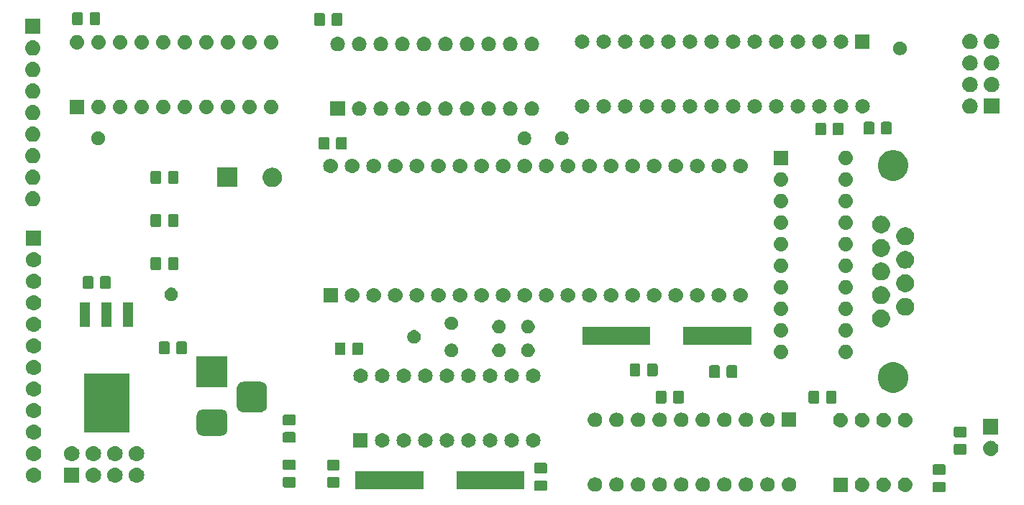
<source format=gbr>
G04 #@! TF.GenerationSoftware,KiCad,Pcbnew,(5.1.4)-1*
G04 #@! TF.CreationDate,2019-10-15T20:24:08+02:00*
G04 #@! TF.ProjectId,byggern,62796767-6572-46e2-9e6b-696361645f70,rev?*
G04 #@! TF.SameCoordinates,Original*
G04 #@! TF.FileFunction,Soldermask,Top*
G04 #@! TF.FilePolarity,Negative*
%FSLAX46Y46*%
G04 Gerber Fmt 4.6, Leading zero omitted, Abs format (unit mm)*
G04 Created by KiCad (PCBNEW (5.1.4)-1) date 2019-10-15 20:24:08*
%MOMM*%
%LPD*%
G04 APERTURE LIST*
%ADD10C,0.150000*%
G04 APERTURE END LIST*
D10*
G36*
X199228674Y-132478465D02*
G01*
X199266367Y-132489899D01*
X199301103Y-132508466D01*
X199331548Y-132533452D01*
X199356534Y-132563897D01*
X199375101Y-132598633D01*
X199386535Y-132636326D01*
X199391000Y-132681661D01*
X199391000Y-133518339D01*
X199386535Y-133563674D01*
X199375101Y-133601367D01*
X199356534Y-133636103D01*
X199331548Y-133666548D01*
X199301103Y-133691534D01*
X199266367Y-133710101D01*
X199228674Y-133721535D01*
X199183339Y-133726000D01*
X198096661Y-133726000D01*
X198051326Y-133721535D01*
X198013633Y-133710101D01*
X197978897Y-133691534D01*
X197948452Y-133666548D01*
X197923466Y-133636103D01*
X197904899Y-133601367D01*
X197893465Y-133563674D01*
X197889000Y-133518339D01*
X197889000Y-132681661D01*
X197893465Y-132636326D01*
X197904899Y-132598633D01*
X197923466Y-132563897D01*
X197948452Y-132533452D01*
X197978897Y-132508466D01*
X198013633Y-132489899D01*
X198051326Y-132478465D01*
X198096661Y-132474000D01*
X199183339Y-132474000D01*
X199228674Y-132478465D01*
X199228674Y-132478465D01*
G37*
G36*
X194826823Y-131981313D02*
G01*
X194987242Y-132029976D01*
X195103312Y-132092017D01*
X195135078Y-132108996D01*
X195264659Y-132215341D01*
X195371004Y-132344922D01*
X195371005Y-132344924D01*
X195450024Y-132492758D01*
X195450025Y-132492761D01*
X195454789Y-132508466D01*
X195498687Y-132653177D01*
X195515117Y-132820000D01*
X195498687Y-132986823D01*
X195477994Y-133055038D01*
X195450239Y-133146535D01*
X195450024Y-133147242D01*
X195381695Y-133275076D01*
X195371004Y-133295078D01*
X195264659Y-133424659D01*
X195135078Y-133531004D01*
X195135076Y-133531005D01*
X194987242Y-133610024D01*
X194826823Y-133658687D01*
X194701804Y-133671000D01*
X194618196Y-133671000D01*
X194493177Y-133658687D01*
X194332758Y-133610024D01*
X194184924Y-133531005D01*
X194184922Y-133531004D01*
X194055341Y-133424659D01*
X193948996Y-133295078D01*
X193938305Y-133275076D01*
X193869976Y-133147242D01*
X193869762Y-133146535D01*
X193842006Y-133055038D01*
X193821313Y-132986823D01*
X193804883Y-132820000D01*
X193821313Y-132653177D01*
X193865211Y-132508466D01*
X193869975Y-132492761D01*
X193869976Y-132492758D01*
X193948995Y-132344924D01*
X193948996Y-132344922D01*
X194055341Y-132215341D01*
X194184922Y-132108996D01*
X194216688Y-132092017D01*
X194332758Y-132029976D01*
X194493177Y-131981313D01*
X194618196Y-131969000D01*
X194701804Y-131969000D01*
X194826823Y-131981313D01*
X194826823Y-131981313D01*
G37*
G36*
X192286823Y-131981313D02*
G01*
X192447242Y-132029976D01*
X192563312Y-132092017D01*
X192595078Y-132108996D01*
X192724659Y-132215341D01*
X192831004Y-132344922D01*
X192831005Y-132344924D01*
X192910024Y-132492758D01*
X192910025Y-132492761D01*
X192914789Y-132508466D01*
X192958687Y-132653177D01*
X192975117Y-132820000D01*
X192958687Y-132986823D01*
X192937994Y-133055038D01*
X192910239Y-133146535D01*
X192910024Y-133147242D01*
X192841695Y-133275076D01*
X192831004Y-133295078D01*
X192724659Y-133424659D01*
X192595078Y-133531004D01*
X192595076Y-133531005D01*
X192447242Y-133610024D01*
X192286823Y-133658687D01*
X192161804Y-133671000D01*
X192078196Y-133671000D01*
X191953177Y-133658687D01*
X191792758Y-133610024D01*
X191644924Y-133531005D01*
X191644922Y-133531004D01*
X191515341Y-133424659D01*
X191408996Y-133295078D01*
X191398305Y-133275076D01*
X191329976Y-133147242D01*
X191329762Y-133146535D01*
X191302006Y-133055038D01*
X191281313Y-132986823D01*
X191264883Y-132820000D01*
X191281313Y-132653177D01*
X191325211Y-132508466D01*
X191329975Y-132492761D01*
X191329976Y-132492758D01*
X191408995Y-132344924D01*
X191408996Y-132344922D01*
X191515341Y-132215341D01*
X191644922Y-132108996D01*
X191676688Y-132092017D01*
X191792758Y-132029976D01*
X191953177Y-131981313D01*
X192078196Y-131969000D01*
X192161804Y-131969000D01*
X192286823Y-131981313D01*
X192286823Y-131981313D01*
G37*
G36*
X187891000Y-133671000D02*
G01*
X186189000Y-133671000D01*
X186189000Y-131969000D01*
X187891000Y-131969000D01*
X187891000Y-133671000D01*
X187891000Y-133671000D01*
G37*
G36*
X189746823Y-131981313D02*
G01*
X189907242Y-132029976D01*
X190023312Y-132092017D01*
X190055078Y-132108996D01*
X190184659Y-132215341D01*
X190291004Y-132344922D01*
X190291005Y-132344924D01*
X190370024Y-132492758D01*
X190370025Y-132492761D01*
X190374789Y-132508466D01*
X190418687Y-132653177D01*
X190435117Y-132820000D01*
X190418687Y-132986823D01*
X190397994Y-133055038D01*
X190370239Y-133146535D01*
X190370024Y-133147242D01*
X190301695Y-133275076D01*
X190291004Y-133295078D01*
X190184659Y-133424659D01*
X190055078Y-133531004D01*
X190055076Y-133531005D01*
X189907242Y-133610024D01*
X189746823Y-133658687D01*
X189621804Y-133671000D01*
X189538196Y-133671000D01*
X189413177Y-133658687D01*
X189252758Y-133610024D01*
X189104924Y-133531005D01*
X189104922Y-133531004D01*
X188975341Y-133424659D01*
X188868996Y-133295078D01*
X188858305Y-133275076D01*
X188789976Y-133147242D01*
X188789762Y-133146535D01*
X188762006Y-133055038D01*
X188741313Y-132986823D01*
X188724883Y-132820000D01*
X188741313Y-132653177D01*
X188785211Y-132508466D01*
X188789975Y-132492761D01*
X188789976Y-132492758D01*
X188868995Y-132344924D01*
X188868996Y-132344922D01*
X188975341Y-132215341D01*
X189104922Y-132108996D01*
X189136688Y-132092017D01*
X189252758Y-132029976D01*
X189413177Y-131981313D01*
X189538196Y-131969000D01*
X189621804Y-131969000D01*
X189746823Y-131981313D01*
X189746823Y-131981313D01*
G37*
G36*
X181166823Y-131961313D02*
G01*
X181327242Y-132009976D01*
X181399564Y-132048633D01*
X181475078Y-132088996D01*
X181604659Y-132195341D01*
X181711004Y-132324922D01*
X181711005Y-132324924D01*
X181790024Y-132472758D01*
X181838687Y-132633177D01*
X181855117Y-132800000D01*
X181838687Y-132966823D01*
X181790024Y-133127242D01*
X181763962Y-133176000D01*
X181711004Y-133275078D01*
X181604659Y-133404659D01*
X181475078Y-133511004D01*
X181475076Y-133511005D01*
X181327242Y-133590024D01*
X181166823Y-133638687D01*
X181041804Y-133651000D01*
X180958196Y-133651000D01*
X180833177Y-133638687D01*
X180672758Y-133590024D01*
X180524924Y-133511005D01*
X180524922Y-133511004D01*
X180395341Y-133404659D01*
X180288996Y-133275078D01*
X180236038Y-133176000D01*
X180209976Y-133127242D01*
X180161313Y-132966823D01*
X180144883Y-132800000D01*
X180161313Y-132633177D01*
X180209976Y-132472758D01*
X180288995Y-132324924D01*
X180288996Y-132324922D01*
X180395341Y-132195341D01*
X180524922Y-132088996D01*
X180600436Y-132048633D01*
X180672758Y-132009976D01*
X180833177Y-131961313D01*
X180958196Y-131949000D01*
X181041804Y-131949000D01*
X181166823Y-131961313D01*
X181166823Y-131961313D01*
G37*
G36*
X173546823Y-131961313D02*
G01*
X173707242Y-132009976D01*
X173779564Y-132048633D01*
X173855078Y-132088996D01*
X173984659Y-132195341D01*
X174091004Y-132324922D01*
X174091005Y-132324924D01*
X174170024Y-132472758D01*
X174218687Y-132633177D01*
X174235117Y-132800000D01*
X174218687Y-132966823D01*
X174170024Y-133127242D01*
X174143962Y-133176000D01*
X174091004Y-133275078D01*
X173984659Y-133404659D01*
X173855078Y-133511004D01*
X173855076Y-133511005D01*
X173707242Y-133590024D01*
X173546823Y-133638687D01*
X173421804Y-133651000D01*
X173338196Y-133651000D01*
X173213177Y-133638687D01*
X173052758Y-133590024D01*
X172904924Y-133511005D01*
X172904922Y-133511004D01*
X172775341Y-133404659D01*
X172668996Y-133275078D01*
X172616038Y-133176000D01*
X172589976Y-133127242D01*
X172541313Y-132966823D01*
X172524883Y-132800000D01*
X172541313Y-132633177D01*
X172589976Y-132472758D01*
X172668995Y-132324924D01*
X172668996Y-132324922D01*
X172775341Y-132195341D01*
X172904922Y-132088996D01*
X172980436Y-132048633D01*
X173052758Y-132009976D01*
X173213177Y-131961313D01*
X173338196Y-131949000D01*
X173421804Y-131949000D01*
X173546823Y-131961313D01*
X173546823Y-131961313D01*
G37*
G36*
X158306823Y-131961313D02*
G01*
X158467242Y-132009976D01*
X158539564Y-132048633D01*
X158615078Y-132088996D01*
X158744659Y-132195341D01*
X158851004Y-132324922D01*
X158851005Y-132324924D01*
X158930024Y-132472758D01*
X158978687Y-132633177D01*
X158995117Y-132800000D01*
X158978687Y-132966823D01*
X158930024Y-133127242D01*
X158903962Y-133176000D01*
X158851004Y-133275078D01*
X158744659Y-133404659D01*
X158615078Y-133511004D01*
X158615076Y-133511005D01*
X158467242Y-133590024D01*
X158306823Y-133638687D01*
X158181804Y-133651000D01*
X158098196Y-133651000D01*
X157973177Y-133638687D01*
X157812758Y-133590024D01*
X157664924Y-133511005D01*
X157664922Y-133511004D01*
X157535341Y-133404659D01*
X157428996Y-133275078D01*
X157376038Y-133176000D01*
X157349976Y-133127242D01*
X157301313Y-132966823D01*
X157284883Y-132800000D01*
X157301313Y-132633177D01*
X157349976Y-132472758D01*
X157428995Y-132324924D01*
X157428996Y-132324922D01*
X157535341Y-132195341D01*
X157664922Y-132088996D01*
X157740436Y-132048633D01*
X157812758Y-132009976D01*
X157973177Y-131961313D01*
X158098196Y-131949000D01*
X158181804Y-131949000D01*
X158306823Y-131961313D01*
X158306823Y-131961313D01*
G37*
G36*
X160846823Y-131961313D02*
G01*
X161007242Y-132009976D01*
X161079564Y-132048633D01*
X161155078Y-132088996D01*
X161284659Y-132195341D01*
X161391004Y-132324922D01*
X161391005Y-132324924D01*
X161470024Y-132472758D01*
X161518687Y-132633177D01*
X161535117Y-132800000D01*
X161518687Y-132966823D01*
X161470024Y-133127242D01*
X161443962Y-133176000D01*
X161391004Y-133275078D01*
X161284659Y-133404659D01*
X161155078Y-133511004D01*
X161155076Y-133511005D01*
X161007242Y-133590024D01*
X160846823Y-133638687D01*
X160721804Y-133651000D01*
X160638196Y-133651000D01*
X160513177Y-133638687D01*
X160352758Y-133590024D01*
X160204924Y-133511005D01*
X160204922Y-133511004D01*
X160075341Y-133404659D01*
X159968996Y-133275078D01*
X159916038Y-133176000D01*
X159889976Y-133127242D01*
X159841313Y-132966823D01*
X159824883Y-132800000D01*
X159841313Y-132633177D01*
X159889976Y-132472758D01*
X159968995Y-132324924D01*
X159968996Y-132324922D01*
X160075341Y-132195341D01*
X160204922Y-132088996D01*
X160280436Y-132048633D01*
X160352758Y-132009976D01*
X160513177Y-131961313D01*
X160638196Y-131949000D01*
X160721804Y-131949000D01*
X160846823Y-131961313D01*
X160846823Y-131961313D01*
G37*
G36*
X163386823Y-131961313D02*
G01*
X163547242Y-132009976D01*
X163619564Y-132048633D01*
X163695078Y-132088996D01*
X163824659Y-132195341D01*
X163931004Y-132324922D01*
X163931005Y-132324924D01*
X164010024Y-132472758D01*
X164058687Y-132633177D01*
X164075117Y-132800000D01*
X164058687Y-132966823D01*
X164010024Y-133127242D01*
X163983962Y-133176000D01*
X163931004Y-133275078D01*
X163824659Y-133404659D01*
X163695078Y-133511004D01*
X163695076Y-133511005D01*
X163547242Y-133590024D01*
X163386823Y-133638687D01*
X163261804Y-133651000D01*
X163178196Y-133651000D01*
X163053177Y-133638687D01*
X162892758Y-133590024D01*
X162744924Y-133511005D01*
X162744922Y-133511004D01*
X162615341Y-133404659D01*
X162508996Y-133275078D01*
X162456038Y-133176000D01*
X162429976Y-133127242D01*
X162381313Y-132966823D01*
X162364883Y-132800000D01*
X162381313Y-132633177D01*
X162429976Y-132472758D01*
X162508995Y-132324924D01*
X162508996Y-132324922D01*
X162615341Y-132195341D01*
X162744922Y-132088996D01*
X162820436Y-132048633D01*
X162892758Y-132009976D01*
X163053177Y-131961313D01*
X163178196Y-131949000D01*
X163261804Y-131949000D01*
X163386823Y-131961313D01*
X163386823Y-131961313D01*
G37*
G36*
X165926823Y-131961313D02*
G01*
X166087242Y-132009976D01*
X166159564Y-132048633D01*
X166235078Y-132088996D01*
X166364659Y-132195341D01*
X166471004Y-132324922D01*
X166471005Y-132324924D01*
X166550024Y-132472758D01*
X166598687Y-132633177D01*
X166615117Y-132800000D01*
X166598687Y-132966823D01*
X166550024Y-133127242D01*
X166523962Y-133176000D01*
X166471004Y-133275078D01*
X166364659Y-133404659D01*
X166235078Y-133511004D01*
X166235076Y-133511005D01*
X166087242Y-133590024D01*
X165926823Y-133638687D01*
X165801804Y-133651000D01*
X165718196Y-133651000D01*
X165593177Y-133638687D01*
X165432758Y-133590024D01*
X165284924Y-133511005D01*
X165284922Y-133511004D01*
X165155341Y-133404659D01*
X165048996Y-133275078D01*
X164996038Y-133176000D01*
X164969976Y-133127242D01*
X164921313Y-132966823D01*
X164904883Y-132800000D01*
X164921313Y-132633177D01*
X164969976Y-132472758D01*
X165048995Y-132324924D01*
X165048996Y-132324922D01*
X165155341Y-132195341D01*
X165284922Y-132088996D01*
X165360436Y-132048633D01*
X165432758Y-132009976D01*
X165593177Y-131961313D01*
X165718196Y-131949000D01*
X165801804Y-131949000D01*
X165926823Y-131961313D01*
X165926823Y-131961313D01*
G37*
G36*
X171006823Y-131961313D02*
G01*
X171167242Y-132009976D01*
X171239564Y-132048633D01*
X171315078Y-132088996D01*
X171444659Y-132195341D01*
X171551004Y-132324922D01*
X171551005Y-132324924D01*
X171630024Y-132472758D01*
X171678687Y-132633177D01*
X171695117Y-132800000D01*
X171678687Y-132966823D01*
X171630024Y-133127242D01*
X171603962Y-133176000D01*
X171551004Y-133275078D01*
X171444659Y-133404659D01*
X171315078Y-133511004D01*
X171315076Y-133511005D01*
X171167242Y-133590024D01*
X171006823Y-133638687D01*
X170881804Y-133651000D01*
X170798196Y-133651000D01*
X170673177Y-133638687D01*
X170512758Y-133590024D01*
X170364924Y-133511005D01*
X170364922Y-133511004D01*
X170235341Y-133404659D01*
X170128996Y-133275078D01*
X170076038Y-133176000D01*
X170049976Y-133127242D01*
X170001313Y-132966823D01*
X169984883Y-132800000D01*
X170001313Y-132633177D01*
X170049976Y-132472758D01*
X170128995Y-132324924D01*
X170128996Y-132324922D01*
X170235341Y-132195341D01*
X170364922Y-132088996D01*
X170440436Y-132048633D01*
X170512758Y-132009976D01*
X170673177Y-131961313D01*
X170798196Y-131949000D01*
X170881804Y-131949000D01*
X171006823Y-131961313D01*
X171006823Y-131961313D01*
G37*
G36*
X176086823Y-131961313D02*
G01*
X176247242Y-132009976D01*
X176319564Y-132048633D01*
X176395078Y-132088996D01*
X176524659Y-132195341D01*
X176631004Y-132324922D01*
X176631005Y-132324924D01*
X176710024Y-132472758D01*
X176758687Y-132633177D01*
X176775117Y-132800000D01*
X176758687Y-132966823D01*
X176710024Y-133127242D01*
X176683962Y-133176000D01*
X176631004Y-133275078D01*
X176524659Y-133404659D01*
X176395078Y-133511004D01*
X176395076Y-133511005D01*
X176247242Y-133590024D01*
X176086823Y-133638687D01*
X175961804Y-133651000D01*
X175878196Y-133651000D01*
X175753177Y-133638687D01*
X175592758Y-133590024D01*
X175444924Y-133511005D01*
X175444922Y-133511004D01*
X175315341Y-133404659D01*
X175208996Y-133275078D01*
X175156038Y-133176000D01*
X175129976Y-133127242D01*
X175081313Y-132966823D01*
X175064883Y-132800000D01*
X175081313Y-132633177D01*
X175129976Y-132472758D01*
X175208995Y-132324924D01*
X175208996Y-132324922D01*
X175315341Y-132195341D01*
X175444922Y-132088996D01*
X175520436Y-132048633D01*
X175592758Y-132009976D01*
X175753177Y-131961313D01*
X175878196Y-131949000D01*
X175961804Y-131949000D01*
X176086823Y-131961313D01*
X176086823Y-131961313D01*
G37*
G36*
X178626823Y-131961313D02*
G01*
X178787242Y-132009976D01*
X178859564Y-132048633D01*
X178935078Y-132088996D01*
X179064659Y-132195341D01*
X179171004Y-132324922D01*
X179171005Y-132324924D01*
X179250024Y-132472758D01*
X179298687Y-132633177D01*
X179315117Y-132800000D01*
X179298687Y-132966823D01*
X179250024Y-133127242D01*
X179223962Y-133176000D01*
X179171004Y-133275078D01*
X179064659Y-133404659D01*
X178935078Y-133511004D01*
X178935076Y-133511005D01*
X178787242Y-133590024D01*
X178626823Y-133638687D01*
X178501804Y-133651000D01*
X178418196Y-133651000D01*
X178293177Y-133638687D01*
X178132758Y-133590024D01*
X177984924Y-133511005D01*
X177984922Y-133511004D01*
X177855341Y-133404659D01*
X177748996Y-133275078D01*
X177696038Y-133176000D01*
X177669976Y-133127242D01*
X177621313Y-132966823D01*
X177604883Y-132800000D01*
X177621313Y-132633177D01*
X177669976Y-132472758D01*
X177748995Y-132324924D01*
X177748996Y-132324922D01*
X177855341Y-132195341D01*
X177984922Y-132088996D01*
X178060436Y-132048633D01*
X178132758Y-132009976D01*
X178293177Y-131961313D01*
X178418196Y-131949000D01*
X178501804Y-131949000D01*
X178626823Y-131961313D01*
X178626823Y-131961313D01*
G37*
G36*
X168466823Y-131961313D02*
G01*
X168627242Y-132009976D01*
X168699564Y-132048633D01*
X168775078Y-132088996D01*
X168904659Y-132195341D01*
X169011004Y-132324922D01*
X169011005Y-132324924D01*
X169090024Y-132472758D01*
X169138687Y-132633177D01*
X169155117Y-132800000D01*
X169138687Y-132966823D01*
X169090024Y-133127242D01*
X169063962Y-133176000D01*
X169011004Y-133275078D01*
X168904659Y-133404659D01*
X168775078Y-133511004D01*
X168775076Y-133511005D01*
X168627242Y-133590024D01*
X168466823Y-133638687D01*
X168341804Y-133651000D01*
X168258196Y-133651000D01*
X168133177Y-133638687D01*
X167972758Y-133590024D01*
X167824924Y-133511005D01*
X167824922Y-133511004D01*
X167695341Y-133404659D01*
X167588996Y-133275078D01*
X167536038Y-133176000D01*
X167509976Y-133127242D01*
X167461313Y-132966823D01*
X167444883Y-132800000D01*
X167461313Y-132633177D01*
X167509976Y-132472758D01*
X167588995Y-132324924D01*
X167588996Y-132324922D01*
X167695341Y-132195341D01*
X167824922Y-132088996D01*
X167900436Y-132048633D01*
X167972758Y-132009976D01*
X168133177Y-131961313D01*
X168258196Y-131949000D01*
X168341804Y-131949000D01*
X168466823Y-131961313D01*
X168466823Y-131961313D01*
G37*
G36*
X152328674Y-132303465D02*
G01*
X152366367Y-132314899D01*
X152401103Y-132333466D01*
X152431548Y-132358452D01*
X152456534Y-132388897D01*
X152475101Y-132423633D01*
X152486535Y-132461326D01*
X152491000Y-132506661D01*
X152491000Y-133343339D01*
X152486535Y-133388674D01*
X152475101Y-133426367D01*
X152456534Y-133461103D01*
X152431548Y-133491548D01*
X152401103Y-133516534D01*
X152366367Y-133535101D01*
X152328674Y-133546535D01*
X152283339Y-133551000D01*
X151196661Y-133551000D01*
X151151326Y-133546535D01*
X151113633Y-133535101D01*
X151078897Y-133516534D01*
X151048452Y-133491548D01*
X151023466Y-133461103D01*
X151004899Y-133426367D01*
X150993465Y-133388674D01*
X150989000Y-133343339D01*
X150989000Y-132506661D01*
X150993465Y-132461326D01*
X151004899Y-132423633D01*
X151023466Y-132388897D01*
X151048452Y-132358452D01*
X151078897Y-132333466D01*
X151113633Y-132314899D01*
X151151326Y-132303465D01*
X151196661Y-132299000D01*
X152283339Y-132299000D01*
X152328674Y-132303465D01*
X152328674Y-132303465D01*
G37*
G36*
X137928500Y-133351000D02*
G01*
X129951500Y-133351000D01*
X129951500Y-131249000D01*
X137928500Y-131249000D01*
X137928500Y-133351000D01*
X137928500Y-133351000D01*
G37*
G36*
X149803500Y-133351000D02*
G01*
X141826500Y-133351000D01*
X141826500Y-131249000D01*
X149803500Y-131249000D01*
X149803500Y-133351000D01*
X149803500Y-133351000D01*
G37*
G36*
X127928674Y-131928465D02*
G01*
X127966367Y-131939899D01*
X128001103Y-131958466D01*
X128031548Y-131983452D01*
X128056534Y-132013897D01*
X128075101Y-132048633D01*
X128086535Y-132086326D01*
X128091000Y-132131661D01*
X128091000Y-132968339D01*
X128086535Y-133013674D01*
X128075101Y-133051367D01*
X128056534Y-133086103D01*
X128031548Y-133116548D01*
X128001103Y-133141534D01*
X127966367Y-133160101D01*
X127928674Y-133171535D01*
X127883339Y-133176000D01*
X126796661Y-133176000D01*
X126751326Y-133171535D01*
X126713633Y-133160101D01*
X126678897Y-133141534D01*
X126648452Y-133116548D01*
X126623466Y-133086103D01*
X126604899Y-133051367D01*
X126593465Y-133013674D01*
X126589000Y-132968339D01*
X126589000Y-132131661D01*
X126593465Y-132086326D01*
X126604899Y-132048633D01*
X126623466Y-132013897D01*
X126648452Y-131983452D01*
X126678897Y-131958466D01*
X126713633Y-131939899D01*
X126751326Y-131928465D01*
X126796661Y-131924000D01*
X127883339Y-131924000D01*
X127928674Y-131928465D01*
X127928674Y-131928465D01*
G37*
G36*
X122728674Y-131903465D02*
G01*
X122766367Y-131914899D01*
X122801103Y-131933466D01*
X122831548Y-131958452D01*
X122856534Y-131988897D01*
X122875101Y-132023633D01*
X122886535Y-132061326D01*
X122891000Y-132106661D01*
X122891000Y-132943339D01*
X122886535Y-132988674D01*
X122875101Y-133026367D01*
X122856534Y-133061103D01*
X122831548Y-133091548D01*
X122801103Y-133116534D01*
X122766367Y-133135101D01*
X122728674Y-133146535D01*
X122683339Y-133151000D01*
X121596661Y-133151000D01*
X121551326Y-133146535D01*
X121513633Y-133135101D01*
X121478897Y-133116534D01*
X121448452Y-133091548D01*
X121423466Y-133061103D01*
X121404899Y-133026367D01*
X121393465Y-132988674D01*
X121389000Y-132943339D01*
X121389000Y-132106661D01*
X121393465Y-132061326D01*
X121404899Y-132023633D01*
X121423466Y-131988897D01*
X121448452Y-131958452D01*
X121478897Y-131933466D01*
X121513633Y-131914899D01*
X121551326Y-131903465D01*
X121596661Y-131899000D01*
X122683339Y-131899000D01*
X122728674Y-131903465D01*
X122728674Y-131903465D01*
G37*
G36*
X101730443Y-130805519D02*
G01*
X101796627Y-130812037D01*
X101966466Y-130863557D01*
X102122991Y-130947222D01*
X102158504Y-130976367D01*
X102260186Y-131059814D01*
X102343448Y-131161271D01*
X102372778Y-131197009D01*
X102456443Y-131353534D01*
X102507963Y-131523373D01*
X102525359Y-131700000D01*
X102507963Y-131876627D01*
X102456443Y-132046466D01*
X102372778Y-132202991D01*
X102343448Y-132238729D01*
X102260186Y-132340186D01*
X102162977Y-132419962D01*
X102122991Y-132452778D01*
X101966466Y-132536443D01*
X101796627Y-132587963D01*
X101730443Y-132594481D01*
X101664260Y-132601000D01*
X101575740Y-132601000D01*
X101509557Y-132594481D01*
X101443373Y-132587963D01*
X101273534Y-132536443D01*
X101117009Y-132452778D01*
X101077023Y-132419962D01*
X100979814Y-132340186D01*
X100896552Y-132238729D01*
X100867222Y-132202991D01*
X100783557Y-132046466D01*
X100732037Y-131876627D01*
X100714641Y-131700000D01*
X100732037Y-131523373D01*
X100783557Y-131353534D01*
X100867222Y-131197009D01*
X100896552Y-131161271D01*
X100979814Y-131059814D01*
X101081496Y-130976367D01*
X101117009Y-130947222D01*
X101273534Y-130863557D01*
X101443373Y-130812037D01*
X101509557Y-130805519D01*
X101575740Y-130799000D01*
X101664260Y-130799000D01*
X101730443Y-130805519D01*
X101730443Y-130805519D01*
G37*
G36*
X99190443Y-130805519D02*
G01*
X99256627Y-130812037D01*
X99426466Y-130863557D01*
X99582991Y-130947222D01*
X99618504Y-130976367D01*
X99720186Y-131059814D01*
X99803448Y-131161271D01*
X99832778Y-131197009D01*
X99916443Y-131353534D01*
X99967963Y-131523373D01*
X99985359Y-131700000D01*
X99967963Y-131876627D01*
X99916443Y-132046466D01*
X99832778Y-132202991D01*
X99803448Y-132238729D01*
X99720186Y-132340186D01*
X99622977Y-132419962D01*
X99582991Y-132452778D01*
X99426466Y-132536443D01*
X99256627Y-132587963D01*
X99190443Y-132594481D01*
X99124260Y-132601000D01*
X99035740Y-132601000D01*
X98969557Y-132594481D01*
X98903373Y-132587963D01*
X98733534Y-132536443D01*
X98577009Y-132452778D01*
X98537023Y-132419962D01*
X98439814Y-132340186D01*
X98356552Y-132238729D01*
X98327222Y-132202991D01*
X98243557Y-132046466D01*
X98192037Y-131876627D01*
X98174641Y-131700000D01*
X98192037Y-131523373D01*
X98243557Y-131353534D01*
X98327222Y-131197009D01*
X98356552Y-131161271D01*
X98439814Y-131059814D01*
X98541496Y-130976367D01*
X98577009Y-130947222D01*
X98733534Y-130863557D01*
X98903373Y-130812037D01*
X98969557Y-130805519D01*
X99035740Y-130799000D01*
X99124260Y-130799000D01*
X99190443Y-130805519D01*
X99190443Y-130805519D01*
G37*
G36*
X104270443Y-130805519D02*
G01*
X104336627Y-130812037D01*
X104506466Y-130863557D01*
X104662991Y-130947222D01*
X104698504Y-130976367D01*
X104800186Y-131059814D01*
X104883448Y-131161271D01*
X104912778Y-131197009D01*
X104996443Y-131353534D01*
X105047963Y-131523373D01*
X105065359Y-131700000D01*
X105047963Y-131876627D01*
X104996443Y-132046466D01*
X104912778Y-132202991D01*
X104883448Y-132238729D01*
X104800186Y-132340186D01*
X104702977Y-132419962D01*
X104662991Y-132452778D01*
X104506466Y-132536443D01*
X104336627Y-132587963D01*
X104270443Y-132594481D01*
X104204260Y-132601000D01*
X104115740Y-132601000D01*
X104049557Y-132594481D01*
X103983373Y-132587963D01*
X103813534Y-132536443D01*
X103657009Y-132452778D01*
X103617023Y-132419962D01*
X103519814Y-132340186D01*
X103436552Y-132238729D01*
X103407222Y-132202991D01*
X103323557Y-132046466D01*
X103272037Y-131876627D01*
X103254641Y-131700000D01*
X103272037Y-131523373D01*
X103323557Y-131353534D01*
X103407222Y-131197009D01*
X103436552Y-131161271D01*
X103519814Y-131059814D01*
X103621496Y-130976367D01*
X103657009Y-130947222D01*
X103813534Y-130863557D01*
X103983373Y-130812037D01*
X104049557Y-130805519D01*
X104115740Y-130799000D01*
X104204260Y-130799000D01*
X104270443Y-130805519D01*
X104270443Y-130805519D01*
G37*
G36*
X92150443Y-130805519D02*
G01*
X92216627Y-130812037D01*
X92386466Y-130863557D01*
X92542991Y-130947222D01*
X92578504Y-130976367D01*
X92680186Y-131059814D01*
X92763448Y-131161271D01*
X92792778Y-131197009D01*
X92876443Y-131353534D01*
X92927963Y-131523373D01*
X92945359Y-131700000D01*
X92927963Y-131876627D01*
X92876443Y-132046466D01*
X92792778Y-132202991D01*
X92763448Y-132238729D01*
X92680186Y-132340186D01*
X92582977Y-132419962D01*
X92542991Y-132452778D01*
X92386466Y-132536443D01*
X92216627Y-132587963D01*
X92150443Y-132594481D01*
X92084260Y-132601000D01*
X91995740Y-132601000D01*
X91929557Y-132594481D01*
X91863373Y-132587963D01*
X91693534Y-132536443D01*
X91537009Y-132452778D01*
X91497023Y-132419962D01*
X91399814Y-132340186D01*
X91316552Y-132238729D01*
X91287222Y-132202991D01*
X91203557Y-132046466D01*
X91152037Y-131876627D01*
X91134641Y-131700000D01*
X91152037Y-131523373D01*
X91203557Y-131353534D01*
X91287222Y-131197009D01*
X91316552Y-131161271D01*
X91399814Y-131059814D01*
X91501496Y-130976367D01*
X91537009Y-130947222D01*
X91693534Y-130863557D01*
X91863373Y-130812037D01*
X91929557Y-130805519D01*
X91995740Y-130799000D01*
X92084260Y-130799000D01*
X92150443Y-130805519D01*
X92150443Y-130805519D01*
G37*
G36*
X97441000Y-132601000D02*
G01*
X95639000Y-132601000D01*
X95639000Y-130799000D01*
X97441000Y-130799000D01*
X97441000Y-132601000D01*
X97441000Y-132601000D01*
G37*
G36*
X199228674Y-130428465D02*
G01*
X199266367Y-130439899D01*
X199301103Y-130458466D01*
X199331548Y-130483452D01*
X199356534Y-130513897D01*
X199375101Y-130548633D01*
X199386535Y-130586326D01*
X199391000Y-130631661D01*
X199391000Y-131468339D01*
X199386535Y-131513674D01*
X199375101Y-131551367D01*
X199356534Y-131586103D01*
X199331548Y-131616548D01*
X199301103Y-131641534D01*
X199266367Y-131660101D01*
X199228674Y-131671535D01*
X199183339Y-131676000D01*
X198096661Y-131676000D01*
X198051326Y-131671535D01*
X198013633Y-131660101D01*
X197978897Y-131641534D01*
X197948452Y-131616548D01*
X197923466Y-131586103D01*
X197904899Y-131551367D01*
X197893465Y-131513674D01*
X197889000Y-131468339D01*
X197889000Y-130631661D01*
X197893465Y-130586326D01*
X197904899Y-130548633D01*
X197923466Y-130513897D01*
X197948452Y-130483452D01*
X197978897Y-130458466D01*
X198013633Y-130439899D01*
X198051326Y-130428465D01*
X198096661Y-130424000D01*
X199183339Y-130424000D01*
X199228674Y-130428465D01*
X199228674Y-130428465D01*
G37*
G36*
X152328674Y-130253465D02*
G01*
X152366367Y-130264899D01*
X152401103Y-130283466D01*
X152431548Y-130308452D01*
X152456534Y-130338897D01*
X152475101Y-130373633D01*
X152486535Y-130411326D01*
X152491000Y-130456661D01*
X152491000Y-131293339D01*
X152486535Y-131338674D01*
X152475101Y-131376367D01*
X152456534Y-131411103D01*
X152431548Y-131441548D01*
X152401103Y-131466534D01*
X152366367Y-131485101D01*
X152328674Y-131496535D01*
X152283339Y-131501000D01*
X151196661Y-131501000D01*
X151151326Y-131496535D01*
X151113633Y-131485101D01*
X151078897Y-131466534D01*
X151048452Y-131441548D01*
X151023466Y-131411103D01*
X151004899Y-131376367D01*
X150993465Y-131338674D01*
X150989000Y-131293339D01*
X150989000Y-130456661D01*
X150993465Y-130411326D01*
X151004899Y-130373633D01*
X151023466Y-130338897D01*
X151048452Y-130308452D01*
X151078897Y-130283466D01*
X151113633Y-130264899D01*
X151151326Y-130253465D01*
X151196661Y-130249000D01*
X152283339Y-130249000D01*
X152328674Y-130253465D01*
X152328674Y-130253465D01*
G37*
G36*
X127928674Y-129878465D02*
G01*
X127966367Y-129889899D01*
X128001103Y-129908466D01*
X128031548Y-129933452D01*
X128056534Y-129963897D01*
X128075101Y-129998633D01*
X128086535Y-130036326D01*
X128091000Y-130081661D01*
X128091000Y-130918339D01*
X128086535Y-130963674D01*
X128075101Y-131001367D01*
X128056534Y-131036103D01*
X128031548Y-131066548D01*
X128001103Y-131091534D01*
X127966367Y-131110101D01*
X127928674Y-131121535D01*
X127883339Y-131126000D01*
X126796661Y-131126000D01*
X126751326Y-131121535D01*
X126713633Y-131110101D01*
X126678897Y-131091534D01*
X126648452Y-131066548D01*
X126623466Y-131036103D01*
X126604899Y-131001367D01*
X126593465Y-130963674D01*
X126589000Y-130918339D01*
X126589000Y-130081661D01*
X126593465Y-130036326D01*
X126604899Y-129998633D01*
X126623466Y-129963897D01*
X126648452Y-129933452D01*
X126678897Y-129908466D01*
X126713633Y-129889899D01*
X126751326Y-129878465D01*
X126796661Y-129874000D01*
X127883339Y-129874000D01*
X127928674Y-129878465D01*
X127928674Y-129878465D01*
G37*
G36*
X122728674Y-129853465D02*
G01*
X122766367Y-129864899D01*
X122801103Y-129883466D01*
X122831548Y-129908452D01*
X122856534Y-129938897D01*
X122875101Y-129973633D01*
X122886535Y-130011326D01*
X122891000Y-130056661D01*
X122891000Y-130893339D01*
X122886535Y-130938674D01*
X122875101Y-130976367D01*
X122856534Y-131011103D01*
X122831548Y-131041548D01*
X122801103Y-131066534D01*
X122766367Y-131085101D01*
X122728674Y-131096535D01*
X122683339Y-131101000D01*
X121596661Y-131101000D01*
X121551326Y-131096535D01*
X121513633Y-131085101D01*
X121478897Y-131066534D01*
X121448452Y-131041548D01*
X121423466Y-131011103D01*
X121404899Y-130976367D01*
X121393465Y-130938674D01*
X121389000Y-130893339D01*
X121389000Y-130056661D01*
X121393465Y-130011326D01*
X121404899Y-129973633D01*
X121423466Y-129938897D01*
X121448452Y-129908452D01*
X121478897Y-129883466D01*
X121513633Y-129864899D01*
X121551326Y-129853465D01*
X121596661Y-129849000D01*
X122683339Y-129849000D01*
X122728674Y-129853465D01*
X122728674Y-129853465D01*
G37*
G36*
X104270442Y-128265518D02*
G01*
X104336627Y-128272037D01*
X104506466Y-128323557D01*
X104662991Y-128407222D01*
X104698729Y-128436552D01*
X104800186Y-128519814D01*
X104883448Y-128621271D01*
X104912778Y-128657009D01*
X104996443Y-128813534D01*
X105047963Y-128983373D01*
X105065359Y-129160000D01*
X105047963Y-129336627D01*
X104996443Y-129506466D01*
X104912778Y-129662991D01*
X104883448Y-129698729D01*
X104800186Y-129800186D01*
X104710242Y-129874000D01*
X104662991Y-129912778D01*
X104506466Y-129996443D01*
X104336627Y-130047963D01*
X104270442Y-130054482D01*
X104204260Y-130061000D01*
X104115740Y-130061000D01*
X104049558Y-130054482D01*
X103983373Y-130047963D01*
X103813534Y-129996443D01*
X103657009Y-129912778D01*
X103609758Y-129874000D01*
X103519814Y-129800186D01*
X103436552Y-129698729D01*
X103407222Y-129662991D01*
X103323557Y-129506466D01*
X103272037Y-129336627D01*
X103254641Y-129160000D01*
X103272037Y-128983373D01*
X103323557Y-128813534D01*
X103407222Y-128657009D01*
X103436552Y-128621271D01*
X103519814Y-128519814D01*
X103621271Y-128436552D01*
X103657009Y-128407222D01*
X103813534Y-128323557D01*
X103983373Y-128272037D01*
X104049558Y-128265518D01*
X104115740Y-128259000D01*
X104204260Y-128259000D01*
X104270442Y-128265518D01*
X104270442Y-128265518D01*
G37*
G36*
X99190442Y-128265518D02*
G01*
X99256627Y-128272037D01*
X99426466Y-128323557D01*
X99582991Y-128407222D01*
X99618729Y-128436552D01*
X99720186Y-128519814D01*
X99803448Y-128621271D01*
X99832778Y-128657009D01*
X99916443Y-128813534D01*
X99967963Y-128983373D01*
X99985359Y-129160000D01*
X99967963Y-129336627D01*
X99916443Y-129506466D01*
X99832778Y-129662991D01*
X99803448Y-129698729D01*
X99720186Y-129800186D01*
X99630242Y-129874000D01*
X99582991Y-129912778D01*
X99426466Y-129996443D01*
X99256627Y-130047963D01*
X99190442Y-130054482D01*
X99124260Y-130061000D01*
X99035740Y-130061000D01*
X98969558Y-130054482D01*
X98903373Y-130047963D01*
X98733534Y-129996443D01*
X98577009Y-129912778D01*
X98529758Y-129874000D01*
X98439814Y-129800186D01*
X98356552Y-129698729D01*
X98327222Y-129662991D01*
X98243557Y-129506466D01*
X98192037Y-129336627D01*
X98174641Y-129160000D01*
X98192037Y-128983373D01*
X98243557Y-128813534D01*
X98327222Y-128657009D01*
X98356552Y-128621271D01*
X98439814Y-128519814D01*
X98541271Y-128436552D01*
X98577009Y-128407222D01*
X98733534Y-128323557D01*
X98903373Y-128272037D01*
X98969558Y-128265518D01*
X99035740Y-128259000D01*
X99124260Y-128259000D01*
X99190442Y-128265518D01*
X99190442Y-128265518D01*
G37*
G36*
X101730442Y-128265518D02*
G01*
X101796627Y-128272037D01*
X101966466Y-128323557D01*
X102122991Y-128407222D01*
X102158729Y-128436552D01*
X102260186Y-128519814D01*
X102343448Y-128621271D01*
X102372778Y-128657009D01*
X102456443Y-128813534D01*
X102507963Y-128983373D01*
X102525359Y-129160000D01*
X102507963Y-129336627D01*
X102456443Y-129506466D01*
X102372778Y-129662991D01*
X102343448Y-129698729D01*
X102260186Y-129800186D01*
X102170242Y-129874000D01*
X102122991Y-129912778D01*
X101966466Y-129996443D01*
X101796627Y-130047963D01*
X101730442Y-130054482D01*
X101664260Y-130061000D01*
X101575740Y-130061000D01*
X101509558Y-130054482D01*
X101443373Y-130047963D01*
X101273534Y-129996443D01*
X101117009Y-129912778D01*
X101069758Y-129874000D01*
X100979814Y-129800186D01*
X100896552Y-129698729D01*
X100867222Y-129662991D01*
X100783557Y-129506466D01*
X100732037Y-129336627D01*
X100714641Y-129160000D01*
X100732037Y-128983373D01*
X100783557Y-128813534D01*
X100867222Y-128657009D01*
X100896552Y-128621271D01*
X100979814Y-128519814D01*
X101081271Y-128436552D01*
X101117009Y-128407222D01*
X101273534Y-128323557D01*
X101443373Y-128272037D01*
X101509558Y-128265518D01*
X101575740Y-128259000D01*
X101664260Y-128259000D01*
X101730442Y-128265518D01*
X101730442Y-128265518D01*
G37*
G36*
X96650442Y-128265518D02*
G01*
X96716627Y-128272037D01*
X96886466Y-128323557D01*
X97042991Y-128407222D01*
X97078729Y-128436552D01*
X97180186Y-128519814D01*
X97263448Y-128621271D01*
X97292778Y-128657009D01*
X97376443Y-128813534D01*
X97427963Y-128983373D01*
X97445359Y-129160000D01*
X97427963Y-129336627D01*
X97376443Y-129506466D01*
X97292778Y-129662991D01*
X97263448Y-129698729D01*
X97180186Y-129800186D01*
X97090242Y-129874000D01*
X97042991Y-129912778D01*
X96886466Y-129996443D01*
X96716627Y-130047963D01*
X96650442Y-130054482D01*
X96584260Y-130061000D01*
X96495740Y-130061000D01*
X96429558Y-130054482D01*
X96363373Y-130047963D01*
X96193534Y-129996443D01*
X96037009Y-129912778D01*
X95989758Y-129874000D01*
X95899814Y-129800186D01*
X95816552Y-129698729D01*
X95787222Y-129662991D01*
X95703557Y-129506466D01*
X95652037Y-129336627D01*
X95634641Y-129160000D01*
X95652037Y-128983373D01*
X95703557Y-128813534D01*
X95787222Y-128657009D01*
X95816552Y-128621271D01*
X95899814Y-128519814D01*
X96001271Y-128436552D01*
X96037009Y-128407222D01*
X96193534Y-128323557D01*
X96363373Y-128272037D01*
X96429558Y-128265518D01*
X96495740Y-128259000D01*
X96584260Y-128259000D01*
X96650442Y-128265518D01*
X96650442Y-128265518D01*
G37*
G36*
X92150442Y-128265518D02*
G01*
X92216627Y-128272037D01*
X92386466Y-128323557D01*
X92542991Y-128407222D01*
X92578729Y-128436552D01*
X92680186Y-128519814D01*
X92763448Y-128621271D01*
X92792778Y-128657009D01*
X92876443Y-128813534D01*
X92927963Y-128983373D01*
X92945359Y-129160000D01*
X92927963Y-129336627D01*
X92876443Y-129506466D01*
X92792778Y-129662991D01*
X92763448Y-129698729D01*
X92680186Y-129800186D01*
X92590242Y-129874000D01*
X92542991Y-129912778D01*
X92386466Y-129996443D01*
X92216627Y-130047963D01*
X92150442Y-130054482D01*
X92084260Y-130061000D01*
X91995740Y-130061000D01*
X91929558Y-130054482D01*
X91863373Y-130047963D01*
X91693534Y-129996443D01*
X91537009Y-129912778D01*
X91489758Y-129874000D01*
X91399814Y-129800186D01*
X91316552Y-129698729D01*
X91287222Y-129662991D01*
X91203557Y-129506466D01*
X91152037Y-129336627D01*
X91134641Y-129160000D01*
X91152037Y-128983373D01*
X91203557Y-128813534D01*
X91287222Y-128657009D01*
X91316552Y-128621271D01*
X91399814Y-128519814D01*
X91501271Y-128436552D01*
X91537009Y-128407222D01*
X91693534Y-128323557D01*
X91863373Y-128272037D01*
X91929558Y-128265518D01*
X91995740Y-128259000D01*
X92084260Y-128259000D01*
X92150442Y-128265518D01*
X92150442Y-128265518D01*
G37*
G36*
X204850442Y-127645518D02*
G01*
X204916627Y-127652037D01*
X205086466Y-127703557D01*
X205086468Y-127703558D01*
X205164729Y-127745390D01*
X205242991Y-127787222D01*
X205278725Y-127816548D01*
X205380186Y-127899814D01*
X205463448Y-128001271D01*
X205492778Y-128037009D01*
X205576443Y-128193534D01*
X205627963Y-128363373D01*
X205645359Y-128540000D01*
X205627963Y-128716627D01*
X205576443Y-128886466D01*
X205492778Y-129042991D01*
X205471975Y-129068339D01*
X205380186Y-129180186D01*
X205305432Y-129241534D01*
X205242991Y-129292778D01*
X205086466Y-129376443D01*
X204916627Y-129427963D01*
X204850443Y-129434481D01*
X204784260Y-129441000D01*
X204695740Y-129441000D01*
X204629557Y-129434481D01*
X204563373Y-129427963D01*
X204393534Y-129376443D01*
X204237009Y-129292778D01*
X204174568Y-129241534D01*
X204099814Y-129180186D01*
X204008025Y-129068339D01*
X203987222Y-129042991D01*
X203903557Y-128886466D01*
X203852037Y-128716627D01*
X203834641Y-128540000D01*
X203852037Y-128363373D01*
X203903557Y-128193534D01*
X203987222Y-128037009D01*
X204016552Y-128001271D01*
X204099814Y-127899814D01*
X204201275Y-127816548D01*
X204237009Y-127787222D01*
X204315272Y-127745389D01*
X204393532Y-127703558D01*
X204393534Y-127703557D01*
X204563373Y-127652037D01*
X204629558Y-127645518D01*
X204695740Y-127639000D01*
X204784260Y-127639000D01*
X204850442Y-127645518D01*
X204850442Y-127645518D01*
G37*
G36*
X201728674Y-128028465D02*
G01*
X201766367Y-128039899D01*
X201801103Y-128058466D01*
X201831548Y-128083452D01*
X201856534Y-128113897D01*
X201875101Y-128148633D01*
X201886535Y-128186326D01*
X201891000Y-128231661D01*
X201891000Y-129068339D01*
X201886535Y-129113674D01*
X201875101Y-129151367D01*
X201856534Y-129186103D01*
X201831548Y-129216548D01*
X201801103Y-129241534D01*
X201766367Y-129260101D01*
X201728674Y-129271535D01*
X201683339Y-129276000D01*
X200596661Y-129276000D01*
X200551326Y-129271535D01*
X200513633Y-129260101D01*
X200478897Y-129241534D01*
X200448452Y-129216548D01*
X200423466Y-129186103D01*
X200404899Y-129151367D01*
X200393465Y-129113674D01*
X200389000Y-129068339D01*
X200389000Y-128231661D01*
X200393465Y-128186326D01*
X200404899Y-128148633D01*
X200423466Y-128113897D01*
X200448452Y-128083452D01*
X200478897Y-128058466D01*
X200513633Y-128039899D01*
X200551326Y-128028465D01*
X200596661Y-128024000D01*
X201683339Y-128024000D01*
X201728674Y-128028465D01*
X201728674Y-128028465D01*
G37*
G36*
X145946823Y-126761313D02*
G01*
X146107242Y-126809976D01*
X146239906Y-126880886D01*
X146255078Y-126888996D01*
X146384659Y-126995341D01*
X146491004Y-127124922D01*
X146491005Y-127124924D01*
X146570024Y-127272758D01*
X146618687Y-127433177D01*
X146635117Y-127600000D01*
X146618687Y-127766823D01*
X146570024Y-127927242D01*
X146507232Y-128044718D01*
X146491004Y-128075078D01*
X146384659Y-128204659D01*
X146255078Y-128311004D01*
X146255076Y-128311005D01*
X146107242Y-128390024D01*
X145946823Y-128438687D01*
X145821804Y-128451000D01*
X145738196Y-128451000D01*
X145613177Y-128438687D01*
X145452758Y-128390024D01*
X145304924Y-128311005D01*
X145304922Y-128311004D01*
X145175341Y-128204659D01*
X145068996Y-128075078D01*
X145052768Y-128044718D01*
X144989976Y-127927242D01*
X144941313Y-127766823D01*
X144924883Y-127600000D01*
X144941313Y-127433177D01*
X144989976Y-127272758D01*
X145068995Y-127124924D01*
X145068996Y-127124922D01*
X145175341Y-126995341D01*
X145304922Y-126888996D01*
X145320094Y-126880886D01*
X145452758Y-126809976D01*
X145613177Y-126761313D01*
X145738196Y-126749000D01*
X145821804Y-126749000D01*
X145946823Y-126761313D01*
X145946823Y-126761313D01*
G37*
G36*
X148486823Y-126761313D02*
G01*
X148647242Y-126809976D01*
X148779906Y-126880886D01*
X148795078Y-126888996D01*
X148924659Y-126995341D01*
X149031004Y-127124922D01*
X149031005Y-127124924D01*
X149110024Y-127272758D01*
X149158687Y-127433177D01*
X149175117Y-127600000D01*
X149158687Y-127766823D01*
X149110024Y-127927242D01*
X149047232Y-128044718D01*
X149031004Y-128075078D01*
X148924659Y-128204659D01*
X148795078Y-128311004D01*
X148795076Y-128311005D01*
X148647242Y-128390024D01*
X148486823Y-128438687D01*
X148361804Y-128451000D01*
X148278196Y-128451000D01*
X148153177Y-128438687D01*
X147992758Y-128390024D01*
X147844924Y-128311005D01*
X147844922Y-128311004D01*
X147715341Y-128204659D01*
X147608996Y-128075078D01*
X147592768Y-128044718D01*
X147529976Y-127927242D01*
X147481313Y-127766823D01*
X147464883Y-127600000D01*
X147481313Y-127433177D01*
X147529976Y-127272758D01*
X147608995Y-127124924D01*
X147608996Y-127124922D01*
X147715341Y-126995341D01*
X147844922Y-126888996D01*
X147860094Y-126880886D01*
X147992758Y-126809976D01*
X148153177Y-126761313D01*
X148278196Y-126749000D01*
X148361804Y-126749000D01*
X148486823Y-126761313D01*
X148486823Y-126761313D01*
G37*
G36*
X143406823Y-126761313D02*
G01*
X143567242Y-126809976D01*
X143699906Y-126880886D01*
X143715078Y-126888996D01*
X143844659Y-126995341D01*
X143951004Y-127124922D01*
X143951005Y-127124924D01*
X144030024Y-127272758D01*
X144078687Y-127433177D01*
X144095117Y-127600000D01*
X144078687Y-127766823D01*
X144030024Y-127927242D01*
X143967232Y-128044718D01*
X143951004Y-128075078D01*
X143844659Y-128204659D01*
X143715078Y-128311004D01*
X143715076Y-128311005D01*
X143567242Y-128390024D01*
X143406823Y-128438687D01*
X143281804Y-128451000D01*
X143198196Y-128451000D01*
X143073177Y-128438687D01*
X142912758Y-128390024D01*
X142764924Y-128311005D01*
X142764922Y-128311004D01*
X142635341Y-128204659D01*
X142528996Y-128075078D01*
X142512768Y-128044718D01*
X142449976Y-127927242D01*
X142401313Y-127766823D01*
X142384883Y-127600000D01*
X142401313Y-127433177D01*
X142449976Y-127272758D01*
X142528995Y-127124924D01*
X142528996Y-127124922D01*
X142635341Y-126995341D01*
X142764922Y-126888996D01*
X142780094Y-126880886D01*
X142912758Y-126809976D01*
X143073177Y-126761313D01*
X143198196Y-126749000D01*
X143281804Y-126749000D01*
X143406823Y-126761313D01*
X143406823Y-126761313D01*
G37*
G36*
X140866823Y-126761313D02*
G01*
X141027242Y-126809976D01*
X141159906Y-126880886D01*
X141175078Y-126888996D01*
X141304659Y-126995341D01*
X141411004Y-127124922D01*
X141411005Y-127124924D01*
X141490024Y-127272758D01*
X141538687Y-127433177D01*
X141555117Y-127600000D01*
X141538687Y-127766823D01*
X141490024Y-127927242D01*
X141427232Y-128044718D01*
X141411004Y-128075078D01*
X141304659Y-128204659D01*
X141175078Y-128311004D01*
X141175076Y-128311005D01*
X141027242Y-128390024D01*
X140866823Y-128438687D01*
X140741804Y-128451000D01*
X140658196Y-128451000D01*
X140533177Y-128438687D01*
X140372758Y-128390024D01*
X140224924Y-128311005D01*
X140224922Y-128311004D01*
X140095341Y-128204659D01*
X139988996Y-128075078D01*
X139972768Y-128044718D01*
X139909976Y-127927242D01*
X139861313Y-127766823D01*
X139844883Y-127600000D01*
X139861313Y-127433177D01*
X139909976Y-127272758D01*
X139988995Y-127124924D01*
X139988996Y-127124922D01*
X140095341Y-126995341D01*
X140224922Y-126888996D01*
X140240094Y-126880886D01*
X140372758Y-126809976D01*
X140533177Y-126761313D01*
X140658196Y-126749000D01*
X140741804Y-126749000D01*
X140866823Y-126761313D01*
X140866823Y-126761313D01*
G37*
G36*
X138326823Y-126761313D02*
G01*
X138487242Y-126809976D01*
X138619906Y-126880886D01*
X138635078Y-126888996D01*
X138764659Y-126995341D01*
X138871004Y-127124922D01*
X138871005Y-127124924D01*
X138950024Y-127272758D01*
X138998687Y-127433177D01*
X139015117Y-127600000D01*
X138998687Y-127766823D01*
X138950024Y-127927242D01*
X138887232Y-128044718D01*
X138871004Y-128075078D01*
X138764659Y-128204659D01*
X138635078Y-128311004D01*
X138635076Y-128311005D01*
X138487242Y-128390024D01*
X138326823Y-128438687D01*
X138201804Y-128451000D01*
X138118196Y-128451000D01*
X137993177Y-128438687D01*
X137832758Y-128390024D01*
X137684924Y-128311005D01*
X137684922Y-128311004D01*
X137555341Y-128204659D01*
X137448996Y-128075078D01*
X137432768Y-128044718D01*
X137369976Y-127927242D01*
X137321313Y-127766823D01*
X137304883Y-127600000D01*
X137321313Y-127433177D01*
X137369976Y-127272758D01*
X137448995Y-127124924D01*
X137448996Y-127124922D01*
X137555341Y-126995341D01*
X137684922Y-126888996D01*
X137700094Y-126880886D01*
X137832758Y-126809976D01*
X137993177Y-126761313D01*
X138118196Y-126749000D01*
X138201804Y-126749000D01*
X138326823Y-126761313D01*
X138326823Y-126761313D01*
G37*
G36*
X133246823Y-126761313D02*
G01*
X133407242Y-126809976D01*
X133539906Y-126880886D01*
X133555078Y-126888996D01*
X133684659Y-126995341D01*
X133791004Y-127124922D01*
X133791005Y-127124924D01*
X133870024Y-127272758D01*
X133918687Y-127433177D01*
X133935117Y-127600000D01*
X133918687Y-127766823D01*
X133870024Y-127927242D01*
X133807232Y-128044718D01*
X133791004Y-128075078D01*
X133684659Y-128204659D01*
X133555078Y-128311004D01*
X133555076Y-128311005D01*
X133407242Y-128390024D01*
X133246823Y-128438687D01*
X133121804Y-128451000D01*
X133038196Y-128451000D01*
X132913177Y-128438687D01*
X132752758Y-128390024D01*
X132604924Y-128311005D01*
X132604922Y-128311004D01*
X132475341Y-128204659D01*
X132368996Y-128075078D01*
X132352768Y-128044718D01*
X132289976Y-127927242D01*
X132241313Y-127766823D01*
X132224883Y-127600000D01*
X132241313Y-127433177D01*
X132289976Y-127272758D01*
X132368995Y-127124924D01*
X132368996Y-127124922D01*
X132475341Y-126995341D01*
X132604922Y-126888996D01*
X132620094Y-126880886D01*
X132752758Y-126809976D01*
X132913177Y-126761313D01*
X133038196Y-126749000D01*
X133121804Y-126749000D01*
X133246823Y-126761313D01*
X133246823Y-126761313D01*
G37*
G36*
X131391000Y-128451000D02*
G01*
X129689000Y-128451000D01*
X129689000Y-126749000D01*
X131391000Y-126749000D01*
X131391000Y-128451000D01*
X131391000Y-128451000D01*
G37*
G36*
X151026823Y-126761313D02*
G01*
X151187242Y-126809976D01*
X151319906Y-126880886D01*
X151335078Y-126888996D01*
X151464659Y-126995341D01*
X151571004Y-127124922D01*
X151571005Y-127124924D01*
X151650024Y-127272758D01*
X151698687Y-127433177D01*
X151715117Y-127600000D01*
X151698687Y-127766823D01*
X151650024Y-127927242D01*
X151587232Y-128044718D01*
X151571004Y-128075078D01*
X151464659Y-128204659D01*
X151335078Y-128311004D01*
X151335076Y-128311005D01*
X151187242Y-128390024D01*
X151026823Y-128438687D01*
X150901804Y-128451000D01*
X150818196Y-128451000D01*
X150693177Y-128438687D01*
X150532758Y-128390024D01*
X150384924Y-128311005D01*
X150384922Y-128311004D01*
X150255341Y-128204659D01*
X150148996Y-128075078D01*
X150132768Y-128044718D01*
X150069976Y-127927242D01*
X150021313Y-127766823D01*
X150004883Y-127600000D01*
X150021313Y-127433177D01*
X150069976Y-127272758D01*
X150148995Y-127124924D01*
X150148996Y-127124922D01*
X150255341Y-126995341D01*
X150384922Y-126888996D01*
X150400094Y-126880886D01*
X150532758Y-126809976D01*
X150693177Y-126761313D01*
X150818196Y-126749000D01*
X150901804Y-126749000D01*
X151026823Y-126761313D01*
X151026823Y-126761313D01*
G37*
G36*
X135786823Y-126761313D02*
G01*
X135947242Y-126809976D01*
X136079906Y-126880886D01*
X136095078Y-126888996D01*
X136224659Y-126995341D01*
X136331004Y-127124922D01*
X136331005Y-127124924D01*
X136410024Y-127272758D01*
X136458687Y-127433177D01*
X136475117Y-127600000D01*
X136458687Y-127766823D01*
X136410024Y-127927242D01*
X136347232Y-128044718D01*
X136331004Y-128075078D01*
X136224659Y-128204659D01*
X136095078Y-128311004D01*
X136095076Y-128311005D01*
X135947242Y-128390024D01*
X135786823Y-128438687D01*
X135661804Y-128451000D01*
X135578196Y-128451000D01*
X135453177Y-128438687D01*
X135292758Y-128390024D01*
X135144924Y-128311005D01*
X135144922Y-128311004D01*
X135015341Y-128204659D01*
X134908996Y-128075078D01*
X134892768Y-128044718D01*
X134829976Y-127927242D01*
X134781313Y-127766823D01*
X134764883Y-127600000D01*
X134781313Y-127433177D01*
X134829976Y-127272758D01*
X134908995Y-127124924D01*
X134908996Y-127124922D01*
X135015341Y-126995341D01*
X135144922Y-126888996D01*
X135160094Y-126880886D01*
X135292758Y-126809976D01*
X135453177Y-126761313D01*
X135578196Y-126749000D01*
X135661804Y-126749000D01*
X135786823Y-126761313D01*
X135786823Y-126761313D01*
G37*
G36*
X122728674Y-126628465D02*
G01*
X122766367Y-126639899D01*
X122801103Y-126658466D01*
X122831548Y-126683452D01*
X122856534Y-126713897D01*
X122875101Y-126748633D01*
X122886535Y-126786326D01*
X122891000Y-126831661D01*
X122891000Y-127668339D01*
X122886535Y-127713674D01*
X122875101Y-127751367D01*
X122856534Y-127786103D01*
X122831548Y-127816548D01*
X122801103Y-127841534D01*
X122766367Y-127860101D01*
X122728674Y-127871535D01*
X122683339Y-127876000D01*
X121596661Y-127876000D01*
X121551326Y-127871535D01*
X121513633Y-127860101D01*
X121478897Y-127841534D01*
X121448452Y-127816548D01*
X121423466Y-127786103D01*
X121404899Y-127751367D01*
X121393465Y-127713674D01*
X121389000Y-127668339D01*
X121389000Y-126831661D01*
X121393465Y-126786326D01*
X121404899Y-126748633D01*
X121423466Y-126713897D01*
X121448452Y-126683452D01*
X121478897Y-126658466D01*
X121513633Y-126639899D01*
X121551326Y-126628465D01*
X121596661Y-126624000D01*
X122683339Y-126624000D01*
X122728674Y-126628465D01*
X122728674Y-126628465D01*
G37*
G36*
X92150443Y-125725519D02*
G01*
X92216627Y-125732037D01*
X92386466Y-125783557D01*
X92542991Y-125867222D01*
X92571969Y-125891004D01*
X92680186Y-125979814D01*
X92749190Y-126063897D01*
X92792778Y-126117009D01*
X92876443Y-126273534D01*
X92927963Y-126443373D01*
X92945359Y-126620000D01*
X92927963Y-126796627D01*
X92876443Y-126966466D01*
X92792778Y-127122991D01*
X92782017Y-127136103D01*
X92680186Y-127260186D01*
X92578729Y-127343448D01*
X92542991Y-127372778D01*
X92386466Y-127456443D01*
X92216627Y-127507963D01*
X92150443Y-127514481D01*
X92084260Y-127521000D01*
X91995740Y-127521000D01*
X91929557Y-127514481D01*
X91863373Y-127507963D01*
X91693534Y-127456443D01*
X91537009Y-127372778D01*
X91501271Y-127343448D01*
X91399814Y-127260186D01*
X91297983Y-127136103D01*
X91287222Y-127122991D01*
X91203557Y-126966466D01*
X91152037Y-126796627D01*
X91134641Y-126620000D01*
X91152037Y-126443373D01*
X91203557Y-126273534D01*
X91287222Y-126117009D01*
X91330810Y-126063897D01*
X91399814Y-125979814D01*
X91508031Y-125891004D01*
X91537009Y-125867222D01*
X91693534Y-125783557D01*
X91863373Y-125732037D01*
X91929557Y-125725519D01*
X91995740Y-125719000D01*
X92084260Y-125719000D01*
X92150443Y-125725519D01*
X92150443Y-125725519D01*
G37*
G36*
X201728674Y-125978465D02*
G01*
X201766367Y-125989899D01*
X201801103Y-126008466D01*
X201831548Y-126033452D01*
X201856534Y-126063897D01*
X201875101Y-126098633D01*
X201886535Y-126136326D01*
X201891000Y-126181661D01*
X201891000Y-127018339D01*
X201886535Y-127063674D01*
X201875101Y-127101367D01*
X201856534Y-127136103D01*
X201831548Y-127166548D01*
X201801103Y-127191534D01*
X201766367Y-127210101D01*
X201728674Y-127221535D01*
X201683339Y-127226000D01*
X200596661Y-127226000D01*
X200551326Y-127221535D01*
X200513633Y-127210101D01*
X200478897Y-127191534D01*
X200448452Y-127166548D01*
X200423466Y-127136103D01*
X200404899Y-127101367D01*
X200393465Y-127063674D01*
X200389000Y-127018339D01*
X200389000Y-126181661D01*
X200393465Y-126136326D01*
X200404899Y-126098633D01*
X200423466Y-126063897D01*
X200448452Y-126033452D01*
X200478897Y-126008466D01*
X200513633Y-125989899D01*
X200551326Y-125978465D01*
X200596661Y-125974000D01*
X201683339Y-125974000D01*
X201728674Y-125978465D01*
X201728674Y-125978465D01*
G37*
G36*
X114266979Y-123963293D02*
G01*
X114400625Y-124003834D01*
X114523784Y-124069664D01*
X114631740Y-124158260D01*
X114720336Y-124266216D01*
X114786166Y-124389375D01*
X114826707Y-124523021D01*
X114841000Y-124668140D01*
X114841000Y-126331860D01*
X114826707Y-126476979D01*
X114786166Y-126610625D01*
X114720336Y-126733784D01*
X114631740Y-126841740D01*
X114523784Y-126930336D01*
X114400625Y-126996166D01*
X114266979Y-127036707D01*
X114121860Y-127051000D01*
X111958140Y-127051000D01*
X111813021Y-127036707D01*
X111679375Y-126996166D01*
X111556216Y-126930336D01*
X111448260Y-126841740D01*
X111359664Y-126733784D01*
X111293834Y-126610625D01*
X111253293Y-126476979D01*
X111239000Y-126331860D01*
X111239000Y-124668140D01*
X111253293Y-124523021D01*
X111293834Y-124389375D01*
X111359664Y-124266216D01*
X111448260Y-124158260D01*
X111556216Y-124069664D01*
X111679375Y-124003834D01*
X111813021Y-123963293D01*
X111958140Y-123949000D01*
X114121860Y-123949000D01*
X114266979Y-123963293D01*
X114266979Y-123963293D01*
G37*
G36*
X205641000Y-126901000D02*
G01*
X203839000Y-126901000D01*
X203839000Y-125099000D01*
X205641000Y-125099000D01*
X205641000Y-126901000D01*
X205641000Y-126901000D01*
G37*
G36*
X103316000Y-126631000D02*
G01*
X97964000Y-126631000D01*
X97964000Y-119689000D01*
X103316000Y-119689000D01*
X103316000Y-126631000D01*
X103316000Y-126631000D01*
G37*
G36*
X187206823Y-124361313D02*
G01*
X187367242Y-124409976D01*
X187499906Y-124480886D01*
X187515078Y-124488996D01*
X187644659Y-124595341D01*
X187751004Y-124724922D01*
X187751005Y-124724924D01*
X187830024Y-124872758D01*
X187878687Y-125033177D01*
X187895117Y-125200000D01*
X187878687Y-125366823D01*
X187830024Y-125527242D01*
X187761695Y-125655076D01*
X187751004Y-125675078D01*
X187644659Y-125804659D01*
X187515078Y-125911004D01*
X187515076Y-125911005D01*
X187367242Y-125990024D01*
X187206823Y-126038687D01*
X187081804Y-126051000D01*
X186998196Y-126051000D01*
X186873177Y-126038687D01*
X186712758Y-125990024D01*
X186564924Y-125911005D01*
X186564922Y-125911004D01*
X186435341Y-125804659D01*
X186328996Y-125675078D01*
X186318305Y-125655076D01*
X186249976Y-125527242D01*
X186201313Y-125366823D01*
X186184883Y-125200000D01*
X186201313Y-125033177D01*
X186249976Y-124872758D01*
X186328995Y-124724924D01*
X186328996Y-124724922D01*
X186435341Y-124595341D01*
X186564922Y-124488996D01*
X186580094Y-124480886D01*
X186712758Y-124409976D01*
X186873177Y-124361313D01*
X186998196Y-124349000D01*
X187081804Y-124349000D01*
X187206823Y-124361313D01*
X187206823Y-124361313D01*
G37*
G36*
X189746823Y-124361313D02*
G01*
X189907242Y-124409976D01*
X190039906Y-124480886D01*
X190055078Y-124488996D01*
X190184659Y-124595341D01*
X190291004Y-124724922D01*
X190291005Y-124724924D01*
X190370024Y-124872758D01*
X190418687Y-125033177D01*
X190435117Y-125200000D01*
X190418687Y-125366823D01*
X190370024Y-125527242D01*
X190301695Y-125655076D01*
X190291004Y-125675078D01*
X190184659Y-125804659D01*
X190055078Y-125911004D01*
X190055076Y-125911005D01*
X189907242Y-125990024D01*
X189746823Y-126038687D01*
X189621804Y-126051000D01*
X189538196Y-126051000D01*
X189413177Y-126038687D01*
X189252758Y-125990024D01*
X189104924Y-125911005D01*
X189104922Y-125911004D01*
X188975341Y-125804659D01*
X188868996Y-125675078D01*
X188858305Y-125655076D01*
X188789976Y-125527242D01*
X188741313Y-125366823D01*
X188724883Y-125200000D01*
X188741313Y-125033177D01*
X188789976Y-124872758D01*
X188868995Y-124724924D01*
X188868996Y-124724922D01*
X188975341Y-124595341D01*
X189104922Y-124488996D01*
X189120094Y-124480886D01*
X189252758Y-124409976D01*
X189413177Y-124361313D01*
X189538196Y-124349000D01*
X189621804Y-124349000D01*
X189746823Y-124361313D01*
X189746823Y-124361313D01*
G37*
G36*
X192286823Y-124361313D02*
G01*
X192447242Y-124409976D01*
X192579906Y-124480886D01*
X192595078Y-124488996D01*
X192724659Y-124595341D01*
X192831004Y-124724922D01*
X192831005Y-124724924D01*
X192910024Y-124872758D01*
X192958687Y-125033177D01*
X192975117Y-125200000D01*
X192958687Y-125366823D01*
X192910024Y-125527242D01*
X192841695Y-125655076D01*
X192831004Y-125675078D01*
X192724659Y-125804659D01*
X192595078Y-125911004D01*
X192595076Y-125911005D01*
X192447242Y-125990024D01*
X192286823Y-126038687D01*
X192161804Y-126051000D01*
X192078196Y-126051000D01*
X191953177Y-126038687D01*
X191792758Y-125990024D01*
X191644924Y-125911005D01*
X191644922Y-125911004D01*
X191515341Y-125804659D01*
X191408996Y-125675078D01*
X191398305Y-125655076D01*
X191329976Y-125527242D01*
X191281313Y-125366823D01*
X191264883Y-125200000D01*
X191281313Y-125033177D01*
X191329976Y-124872758D01*
X191408995Y-124724924D01*
X191408996Y-124724922D01*
X191515341Y-124595341D01*
X191644922Y-124488996D01*
X191660094Y-124480886D01*
X191792758Y-124409976D01*
X191953177Y-124361313D01*
X192078196Y-124349000D01*
X192161804Y-124349000D01*
X192286823Y-124361313D01*
X192286823Y-124361313D01*
G37*
G36*
X194826823Y-124361313D02*
G01*
X194987242Y-124409976D01*
X195119906Y-124480886D01*
X195135078Y-124488996D01*
X195264659Y-124595341D01*
X195371004Y-124724922D01*
X195371005Y-124724924D01*
X195450024Y-124872758D01*
X195498687Y-125033177D01*
X195515117Y-125200000D01*
X195498687Y-125366823D01*
X195450024Y-125527242D01*
X195381695Y-125655076D01*
X195371004Y-125675078D01*
X195264659Y-125804659D01*
X195135078Y-125911004D01*
X195135076Y-125911005D01*
X194987242Y-125990024D01*
X194826823Y-126038687D01*
X194701804Y-126051000D01*
X194618196Y-126051000D01*
X194493177Y-126038687D01*
X194332758Y-125990024D01*
X194184924Y-125911005D01*
X194184922Y-125911004D01*
X194055341Y-125804659D01*
X193948996Y-125675078D01*
X193938305Y-125655076D01*
X193869976Y-125527242D01*
X193821313Y-125366823D01*
X193804883Y-125200000D01*
X193821313Y-125033177D01*
X193869976Y-124872758D01*
X193948995Y-124724924D01*
X193948996Y-124724922D01*
X194055341Y-124595341D01*
X194184922Y-124488996D01*
X194200094Y-124480886D01*
X194332758Y-124409976D01*
X194493177Y-124361313D01*
X194618196Y-124349000D01*
X194701804Y-124349000D01*
X194826823Y-124361313D01*
X194826823Y-124361313D01*
G37*
G36*
X181851000Y-126031000D02*
G01*
X180149000Y-126031000D01*
X180149000Y-124329000D01*
X181851000Y-124329000D01*
X181851000Y-126031000D01*
X181851000Y-126031000D01*
G37*
G36*
X178626823Y-124341313D02*
G01*
X178787242Y-124389976D01*
X178919906Y-124460886D01*
X178935078Y-124468996D01*
X179064659Y-124575341D01*
X179171004Y-124704922D01*
X179171005Y-124704924D01*
X179250024Y-124852758D01*
X179298687Y-125013177D01*
X179315117Y-125180000D01*
X179298687Y-125346823D01*
X179250024Y-125507242D01*
X179196742Y-125606925D01*
X179171004Y-125655078D01*
X179064659Y-125784659D01*
X178935078Y-125891004D01*
X178935076Y-125891005D01*
X178787242Y-125970024D01*
X178626823Y-126018687D01*
X178501804Y-126031000D01*
X178418196Y-126031000D01*
X178293177Y-126018687D01*
X178132758Y-125970024D01*
X177984924Y-125891005D01*
X177984922Y-125891004D01*
X177855341Y-125784659D01*
X177748996Y-125655078D01*
X177723258Y-125606925D01*
X177669976Y-125507242D01*
X177621313Y-125346823D01*
X177604883Y-125180000D01*
X177621313Y-125013177D01*
X177669976Y-124852758D01*
X177748995Y-124704924D01*
X177748996Y-124704922D01*
X177855341Y-124575341D01*
X177984922Y-124468996D01*
X178000094Y-124460886D01*
X178132758Y-124389976D01*
X178293177Y-124341313D01*
X178418196Y-124329000D01*
X178501804Y-124329000D01*
X178626823Y-124341313D01*
X178626823Y-124341313D01*
G37*
G36*
X171006823Y-124341313D02*
G01*
X171167242Y-124389976D01*
X171299906Y-124460886D01*
X171315078Y-124468996D01*
X171444659Y-124575341D01*
X171551004Y-124704922D01*
X171551005Y-124704924D01*
X171630024Y-124852758D01*
X171678687Y-125013177D01*
X171695117Y-125180000D01*
X171678687Y-125346823D01*
X171630024Y-125507242D01*
X171576742Y-125606925D01*
X171551004Y-125655078D01*
X171444659Y-125784659D01*
X171315078Y-125891004D01*
X171315076Y-125891005D01*
X171167242Y-125970024D01*
X171006823Y-126018687D01*
X170881804Y-126031000D01*
X170798196Y-126031000D01*
X170673177Y-126018687D01*
X170512758Y-125970024D01*
X170364924Y-125891005D01*
X170364922Y-125891004D01*
X170235341Y-125784659D01*
X170128996Y-125655078D01*
X170103258Y-125606925D01*
X170049976Y-125507242D01*
X170001313Y-125346823D01*
X169984883Y-125180000D01*
X170001313Y-125013177D01*
X170049976Y-124852758D01*
X170128995Y-124704924D01*
X170128996Y-124704922D01*
X170235341Y-124575341D01*
X170364922Y-124468996D01*
X170380094Y-124460886D01*
X170512758Y-124389976D01*
X170673177Y-124341313D01*
X170798196Y-124329000D01*
X170881804Y-124329000D01*
X171006823Y-124341313D01*
X171006823Y-124341313D01*
G37*
G36*
X160846823Y-124341313D02*
G01*
X161007242Y-124389976D01*
X161139906Y-124460886D01*
X161155078Y-124468996D01*
X161284659Y-124575341D01*
X161391004Y-124704922D01*
X161391005Y-124704924D01*
X161470024Y-124852758D01*
X161518687Y-125013177D01*
X161535117Y-125180000D01*
X161518687Y-125346823D01*
X161470024Y-125507242D01*
X161416742Y-125606925D01*
X161391004Y-125655078D01*
X161284659Y-125784659D01*
X161155078Y-125891004D01*
X161155076Y-125891005D01*
X161007242Y-125970024D01*
X160846823Y-126018687D01*
X160721804Y-126031000D01*
X160638196Y-126031000D01*
X160513177Y-126018687D01*
X160352758Y-125970024D01*
X160204924Y-125891005D01*
X160204922Y-125891004D01*
X160075341Y-125784659D01*
X159968996Y-125655078D01*
X159943258Y-125606925D01*
X159889976Y-125507242D01*
X159841313Y-125346823D01*
X159824883Y-125180000D01*
X159841313Y-125013177D01*
X159889976Y-124852758D01*
X159968995Y-124704924D01*
X159968996Y-124704922D01*
X160075341Y-124575341D01*
X160204922Y-124468996D01*
X160220094Y-124460886D01*
X160352758Y-124389976D01*
X160513177Y-124341313D01*
X160638196Y-124329000D01*
X160721804Y-124329000D01*
X160846823Y-124341313D01*
X160846823Y-124341313D01*
G37*
G36*
X165926823Y-124341313D02*
G01*
X166087242Y-124389976D01*
X166219906Y-124460886D01*
X166235078Y-124468996D01*
X166364659Y-124575341D01*
X166471004Y-124704922D01*
X166471005Y-124704924D01*
X166550024Y-124852758D01*
X166598687Y-125013177D01*
X166615117Y-125180000D01*
X166598687Y-125346823D01*
X166550024Y-125507242D01*
X166496742Y-125606925D01*
X166471004Y-125655078D01*
X166364659Y-125784659D01*
X166235078Y-125891004D01*
X166235076Y-125891005D01*
X166087242Y-125970024D01*
X165926823Y-126018687D01*
X165801804Y-126031000D01*
X165718196Y-126031000D01*
X165593177Y-126018687D01*
X165432758Y-125970024D01*
X165284924Y-125891005D01*
X165284922Y-125891004D01*
X165155341Y-125784659D01*
X165048996Y-125655078D01*
X165023258Y-125606925D01*
X164969976Y-125507242D01*
X164921313Y-125346823D01*
X164904883Y-125180000D01*
X164921313Y-125013177D01*
X164969976Y-124852758D01*
X165048995Y-124704924D01*
X165048996Y-124704922D01*
X165155341Y-124575341D01*
X165284922Y-124468996D01*
X165300094Y-124460886D01*
X165432758Y-124389976D01*
X165593177Y-124341313D01*
X165718196Y-124329000D01*
X165801804Y-124329000D01*
X165926823Y-124341313D01*
X165926823Y-124341313D01*
G37*
G36*
X173546823Y-124341313D02*
G01*
X173707242Y-124389976D01*
X173839906Y-124460886D01*
X173855078Y-124468996D01*
X173984659Y-124575341D01*
X174091004Y-124704922D01*
X174091005Y-124704924D01*
X174170024Y-124852758D01*
X174218687Y-125013177D01*
X174235117Y-125180000D01*
X174218687Y-125346823D01*
X174170024Y-125507242D01*
X174116742Y-125606925D01*
X174091004Y-125655078D01*
X173984659Y-125784659D01*
X173855078Y-125891004D01*
X173855076Y-125891005D01*
X173707242Y-125970024D01*
X173546823Y-126018687D01*
X173421804Y-126031000D01*
X173338196Y-126031000D01*
X173213177Y-126018687D01*
X173052758Y-125970024D01*
X172904924Y-125891005D01*
X172904922Y-125891004D01*
X172775341Y-125784659D01*
X172668996Y-125655078D01*
X172643258Y-125606925D01*
X172589976Y-125507242D01*
X172541313Y-125346823D01*
X172524883Y-125180000D01*
X172541313Y-125013177D01*
X172589976Y-124852758D01*
X172668995Y-124704924D01*
X172668996Y-124704922D01*
X172775341Y-124575341D01*
X172904922Y-124468996D01*
X172920094Y-124460886D01*
X173052758Y-124389976D01*
X173213177Y-124341313D01*
X173338196Y-124329000D01*
X173421804Y-124329000D01*
X173546823Y-124341313D01*
X173546823Y-124341313D01*
G37*
G36*
X163386823Y-124341313D02*
G01*
X163547242Y-124389976D01*
X163679906Y-124460886D01*
X163695078Y-124468996D01*
X163824659Y-124575341D01*
X163931004Y-124704922D01*
X163931005Y-124704924D01*
X164010024Y-124852758D01*
X164058687Y-125013177D01*
X164075117Y-125180000D01*
X164058687Y-125346823D01*
X164010024Y-125507242D01*
X163956742Y-125606925D01*
X163931004Y-125655078D01*
X163824659Y-125784659D01*
X163695078Y-125891004D01*
X163695076Y-125891005D01*
X163547242Y-125970024D01*
X163386823Y-126018687D01*
X163261804Y-126031000D01*
X163178196Y-126031000D01*
X163053177Y-126018687D01*
X162892758Y-125970024D01*
X162744924Y-125891005D01*
X162744922Y-125891004D01*
X162615341Y-125784659D01*
X162508996Y-125655078D01*
X162483258Y-125606925D01*
X162429976Y-125507242D01*
X162381313Y-125346823D01*
X162364883Y-125180000D01*
X162381313Y-125013177D01*
X162429976Y-124852758D01*
X162508995Y-124704924D01*
X162508996Y-124704922D01*
X162615341Y-124575341D01*
X162744922Y-124468996D01*
X162760094Y-124460886D01*
X162892758Y-124389976D01*
X163053177Y-124341313D01*
X163178196Y-124329000D01*
X163261804Y-124329000D01*
X163386823Y-124341313D01*
X163386823Y-124341313D01*
G37*
G36*
X176086823Y-124341313D02*
G01*
X176247242Y-124389976D01*
X176379906Y-124460886D01*
X176395078Y-124468996D01*
X176524659Y-124575341D01*
X176631004Y-124704922D01*
X176631005Y-124704924D01*
X176710024Y-124852758D01*
X176758687Y-125013177D01*
X176775117Y-125180000D01*
X176758687Y-125346823D01*
X176710024Y-125507242D01*
X176656742Y-125606925D01*
X176631004Y-125655078D01*
X176524659Y-125784659D01*
X176395078Y-125891004D01*
X176395076Y-125891005D01*
X176247242Y-125970024D01*
X176086823Y-126018687D01*
X175961804Y-126031000D01*
X175878196Y-126031000D01*
X175753177Y-126018687D01*
X175592758Y-125970024D01*
X175444924Y-125891005D01*
X175444922Y-125891004D01*
X175315341Y-125784659D01*
X175208996Y-125655078D01*
X175183258Y-125606925D01*
X175129976Y-125507242D01*
X175081313Y-125346823D01*
X175064883Y-125180000D01*
X175081313Y-125013177D01*
X175129976Y-124852758D01*
X175208995Y-124704924D01*
X175208996Y-124704922D01*
X175315341Y-124575341D01*
X175444922Y-124468996D01*
X175460094Y-124460886D01*
X175592758Y-124389976D01*
X175753177Y-124341313D01*
X175878196Y-124329000D01*
X175961804Y-124329000D01*
X176086823Y-124341313D01*
X176086823Y-124341313D01*
G37*
G36*
X168466823Y-124341313D02*
G01*
X168627242Y-124389976D01*
X168759906Y-124460886D01*
X168775078Y-124468996D01*
X168904659Y-124575341D01*
X169011004Y-124704922D01*
X169011005Y-124704924D01*
X169090024Y-124852758D01*
X169138687Y-125013177D01*
X169155117Y-125180000D01*
X169138687Y-125346823D01*
X169090024Y-125507242D01*
X169036742Y-125606925D01*
X169011004Y-125655078D01*
X168904659Y-125784659D01*
X168775078Y-125891004D01*
X168775076Y-125891005D01*
X168627242Y-125970024D01*
X168466823Y-126018687D01*
X168341804Y-126031000D01*
X168258196Y-126031000D01*
X168133177Y-126018687D01*
X167972758Y-125970024D01*
X167824924Y-125891005D01*
X167824922Y-125891004D01*
X167695341Y-125784659D01*
X167588996Y-125655078D01*
X167563258Y-125606925D01*
X167509976Y-125507242D01*
X167461313Y-125346823D01*
X167444883Y-125180000D01*
X167461313Y-125013177D01*
X167509976Y-124852758D01*
X167588995Y-124704924D01*
X167588996Y-124704922D01*
X167695341Y-124575341D01*
X167824922Y-124468996D01*
X167840094Y-124460886D01*
X167972758Y-124389976D01*
X168133177Y-124341313D01*
X168258196Y-124329000D01*
X168341804Y-124329000D01*
X168466823Y-124341313D01*
X168466823Y-124341313D01*
G37*
G36*
X158306823Y-124341313D02*
G01*
X158467242Y-124389976D01*
X158599906Y-124460886D01*
X158615078Y-124468996D01*
X158744659Y-124575341D01*
X158851004Y-124704922D01*
X158851005Y-124704924D01*
X158930024Y-124852758D01*
X158978687Y-125013177D01*
X158995117Y-125180000D01*
X158978687Y-125346823D01*
X158930024Y-125507242D01*
X158876742Y-125606925D01*
X158851004Y-125655078D01*
X158744659Y-125784659D01*
X158615078Y-125891004D01*
X158615076Y-125891005D01*
X158467242Y-125970024D01*
X158306823Y-126018687D01*
X158181804Y-126031000D01*
X158098196Y-126031000D01*
X157973177Y-126018687D01*
X157812758Y-125970024D01*
X157664924Y-125891005D01*
X157664922Y-125891004D01*
X157535341Y-125784659D01*
X157428996Y-125655078D01*
X157403258Y-125606925D01*
X157349976Y-125507242D01*
X157301313Y-125346823D01*
X157284883Y-125180000D01*
X157301313Y-125013177D01*
X157349976Y-124852758D01*
X157428995Y-124704924D01*
X157428996Y-124704922D01*
X157535341Y-124575341D01*
X157664922Y-124468996D01*
X157680094Y-124460886D01*
X157812758Y-124389976D01*
X157973177Y-124341313D01*
X158098196Y-124329000D01*
X158181804Y-124329000D01*
X158306823Y-124341313D01*
X158306823Y-124341313D01*
G37*
G36*
X122728674Y-124578465D02*
G01*
X122766367Y-124589899D01*
X122801103Y-124608466D01*
X122831548Y-124633452D01*
X122856534Y-124663897D01*
X122875101Y-124698633D01*
X122886535Y-124736326D01*
X122891000Y-124781661D01*
X122891000Y-125618339D01*
X122886535Y-125663674D01*
X122875101Y-125701367D01*
X122856534Y-125736103D01*
X122831548Y-125766548D01*
X122801103Y-125791534D01*
X122766367Y-125810101D01*
X122728674Y-125821535D01*
X122683339Y-125826000D01*
X121596661Y-125826000D01*
X121551326Y-125821535D01*
X121513633Y-125810101D01*
X121478897Y-125791534D01*
X121448452Y-125766548D01*
X121423466Y-125736103D01*
X121404899Y-125701367D01*
X121393465Y-125663674D01*
X121389000Y-125618339D01*
X121389000Y-124781661D01*
X121393465Y-124736326D01*
X121404899Y-124698633D01*
X121423466Y-124663897D01*
X121448452Y-124633452D01*
X121478897Y-124608466D01*
X121513633Y-124589899D01*
X121551326Y-124578465D01*
X121596661Y-124574000D01*
X122683339Y-124574000D01*
X122728674Y-124578465D01*
X122728674Y-124578465D01*
G37*
G36*
X92150443Y-123185519D02*
G01*
X92216627Y-123192037D01*
X92386466Y-123243557D01*
X92386468Y-123243558D01*
X92400391Y-123251000D01*
X92542991Y-123327222D01*
X92578729Y-123356552D01*
X92680186Y-123439814D01*
X92763448Y-123541271D01*
X92792778Y-123577009D01*
X92876443Y-123733534D01*
X92927963Y-123903373D01*
X92945359Y-124080000D01*
X92927963Y-124256627D01*
X92876443Y-124426466D01*
X92792778Y-124582991D01*
X92771871Y-124608466D01*
X92680186Y-124720186D01*
X92605277Y-124781661D01*
X92542991Y-124832778D01*
X92386466Y-124916443D01*
X92216627Y-124967963D01*
X92150443Y-124974481D01*
X92084260Y-124981000D01*
X91995740Y-124981000D01*
X91929557Y-124974481D01*
X91863373Y-124967963D01*
X91693534Y-124916443D01*
X91537009Y-124832778D01*
X91474723Y-124781661D01*
X91399814Y-124720186D01*
X91308129Y-124608466D01*
X91287222Y-124582991D01*
X91203557Y-124426466D01*
X91152037Y-124256627D01*
X91134641Y-124080000D01*
X91152037Y-123903373D01*
X91203557Y-123733534D01*
X91287222Y-123577009D01*
X91316552Y-123541271D01*
X91399814Y-123439814D01*
X91501271Y-123356552D01*
X91537009Y-123327222D01*
X91679609Y-123251000D01*
X91693532Y-123243558D01*
X91693534Y-123243557D01*
X91863373Y-123192037D01*
X91929557Y-123185519D01*
X91995740Y-123179000D01*
X92084260Y-123179000D01*
X92150443Y-123185519D01*
X92150443Y-123185519D01*
G37*
G36*
X118866366Y-120715695D02*
G01*
X119023460Y-120763349D01*
X119168231Y-120840731D01*
X119295128Y-120944872D01*
X119399269Y-121071769D01*
X119476651Y-121216540D01*
X119524305Y-121373634D01*
X119541000Y-121543140D01*
X119541000Y-123456860D01*
X119524305Y-123626366D01*
X119476651Y-123783460D01*
X119399269Y-123928231D01*
X119295128Y-124055128D01*
X119168231Y-124159269D01*
X119023460Y-124236651D01*
X118866366Y-124284305D01*
X118696860Y-124301000D01*
X116783140Y-124301000D01*
X116613634Y-124284305D01*
X116456540Y-124236651D01*
X116311769Y-124159269D01*
X116184872Y-124055128D01*
X116080731Y-123928231D01*
X116003349Y-123783460D01*
X115955695Y-123626366D01*
X115939000Y-123456860D01*
X115939000Y-121543140D01*
X115955695Y-121373634D01*
X116003349Y-121216540D01*
X116080731Y-121071769D01*
X116184872Y-120944872D01*
X116311769Y-120840731D01*
X116456540Y-120763349D01*
X116613634Y-120715695D01*
X116783140Y-120699000D01*
X118696860Y-120699000D01*
X118866366Y-120715695D01*
X118866366Y-120715695D01*
G37*
G36*
X166378674Y-121753465D02*
G01*
X166416367Y-121764899D01*
X166451103Y-121783466D01*
X166481548Y-121808452D01*
X166506534Y-121838897D01*
X166525101Y-121873633D01*
X166536535Y-121911326D01*
X166541000Y-121956661D01*
X166541000Y-123043339D01*
X166536535Y-123088674D01*
X166525101Y-123126367D01*
X166506534Y-123161103D01*
X166481548Y-123191548D01*
X166451103Y-123216534D01*
X166416367Y-123235101D01*
X166378674Y-123246535D01*
X166333339Y-123251000D01*
X165496661Y-123251000D01*
X165451326Y-123246535D01*
X165413633Y-123235101D01*
X165378897Y-123216534D01*
X165348452Y-123191548D01*
X165323466Y-123161103D01*
X165304899Y-123126367D01*
X165293465Y-123088674D01*
X165289000Y-123043339D01*
X165289000Y-121956661D01*
X165293465Y-121911326D01*
X165304899Y-121873633D01*
X165323466Y-121838897D01*
X165348452Y-121808452D01*
X165378897Y-121783466D01*
X165413633Y-121764899D01*
X165451326Y-121753465D01*
X165496661Y-121749000D01*
X166333339Y-121749000D01*
X166378674Y-121753465D01*
X166378674Y-121753465D01*
G37*
G36*
X168428674Y-121753465D02*
G01*
X168466367Y-121764899D01*
X168501103Y-121783466D01*
X168531548Y-121808452D01*
X168556534Y-121838897D01*
X168575101Y-121873633D01*
X168586535Y-121911326D01*
X168591000Y-121956661D01*
X168591000Y-123043339D01*
X168586535Y-123088674D01*
X168575101Y-123126367D01*
X168556534Y-123161103D01*
X168531548Y-123191548D01*
X168501103Y-123216534D01*
X168466367Y-123235101D01*
X168428674Y-123246535D01*
X168383339Y-123251000D01*
X167546661Y-123251000D01*
X167501326Y-123246535D01*
X167463633Y-123235101D01*
X167428897Y-123216534D01*
X167398452Y-123191548D01*
X167373466Y-123161103D01*
X167354899Y-123126367D01*
X167343465Y-123088674D01*
X167339000Y-123043339D01*
X167339000Y-121956661D01*
X167343465Y-121911326D01*
X167354899Y-121873633D01*
X167373466Y-121838897D01*
X167398452Y-121808452D01*
X167428897Y-121783466D01*
X167463633Y-121764899D01*
X167501326Y-121753465D01*
X167546661Y-121749000D01*
X168383339Y-121749000D01*
X168428674Y-121753465D01*
X168428674Y-121753465D01*
G37*
G36*
X184378674Y-121753465D02*
G01*
X184416367Y-121764899D01*
X184451103Y-121783466D01*
X184481548Y-121808452D01*
X184506534Y-121838897D01*
X184525101Y-121873633D01*
X184536535Y-121911326D01*
X184541000Y-121956661D01*
X184541000Y-123043339D01*
X184536535Y-123088674D01*
X184525101Y-123126367D01*
X184506534Y-123161103D01*
X184481548Y-123191548D01*
X184451103Y-123216534D01*
X184416367Y-123235101D01*
X184378674Y-123246535D01*
X184333339Y-123251000D01*
X183496661Y-123251000D01*
X183451326Y-123246535D01*
X183413633Y-123235101D01*
X183378897Y-123216534D01*
X183348452Y-123191548D01*
X183323466Y-123161103D01*
X183304899Y-123126367D01*
X183293465Y-123088674D01*
X183289000Y-123043339D01*
X183289000Y-121956661D01*
X183293465Y-121911326D01*
X183304899Y-121873633D01*
X183323466Y-121838897D01*
X183348452Y-121808452D01*
X183378897Y-121783466D01*
X183413633Y-121764899D01*
X183451326Y-121753465D01*
X183496661Y-121749000D01*
X184333339Y-121749000D01*
X184378674Y-121753465D01*
X184378674Y-121753465D01*
G37*
G36*
X186428674Y-121753465D02*
G01*
X186466367Y-121764899D01*
X186501103Y-121783466D01*
X186531548Y-121808452D01*
X186556534Y-121838897D01*
X186575101Y-121873633D01*
X186586535Y-121911326D01*
X186591000Y-121956661D01*
X186591000Y-123043339D01*
X186586535Y-123088674D01*
X186575101Y-123126367D01*
X186556534Y-123161103D01*
X186531548Y-123191548D01*
X186501103Y-123216534D01*
X186466367Y-123235101D01*
X186428674Y-123246535D01*
X186383339Y-123251000D01*
X185546661Y-123251000D01*
X185501326Y-123246535D01*
X185463633Y-123235101D01*
X185428897Y-123216534D01*
X185398452Y-123191548D01*
X185373466Y-123161103D01*
X185354899Y-123126367D01*
X185343465Y-123088674D01*
X185339000Y-123043339D01*
X185339000Y-121956661D01*
X185343465Y-121911326D01*
X185354899Y-121873633D01*
X185373466Y-121838897D01*
X185398452Y-121808452D01*
X185428897Y-121783466D01*
X185463633Y-121764899D01*
X185501326Y-121753465D01*
X185546661Y-121749000D01*
X186383339Y-121749000D01*
X186428674Y-121753465D01*
X186428674Y-121753465D01*
G37*
G36*
X92150443Y-120645519D02*
G01*
X92216627Y-120652037D01*
X92386466Y-120703557D01*
X92386468Y-120703558D01*
X92410312Y-120716303D01*
X92542991Y-120787222D01*
X92578729Y-120816552D01*
X92680186Y-120899814D01*
X92731835Y-120962750D01*
X92792778Y-121037009D01*
X92876443Y-121193534D01*
X92927963Y-121363373D01*
X92945359Y-121540000D01*
X92927963Y-121716627D01*
X92876443Y-121886466D01*
X92792778Y-122042991D01*
X92763448Y-122078729D01*
X92680186Y-122180186D01*
X92578729Y-122263448D01*
X92542991Y-122292778D01*
X92386466Y-122376443D01*
X92216627Y-122427963D01*
X92150443Y-122434481D01*
X92084260Y-122441000D01*
X91995740Y-122441000D01*
X91929557Y-122434481D01*
X91863373Y-122427963D01*
X91693534Y-122376443D01*
X91537009Y-122292778D01*
X91501271Y-122263448D01*
X91399814Y-122180186D01*
X91316552Y-122078729D01*
X91287222Y-122042991D01*
X91203557Y-121886466D01*
X91152037Y-121716627D01*
X91134641Y-121540000D01*
X91152037Y-121363373D01*
X91203557Y-121193534D01*
X91287222Y-121037009D01*
X91348165Y-120962750D01*
X91399814Y-120899814D01*
X91501271Y-120816552D01*
X91537009Y-120787222D01*
X91669688Y-120716303D01*
X91693532Y-120703558D01*
X91693534Y-120703557D01*
X91863373Y-120652037D01*
X91929557Y-120645519D01*
X91995740Y-120639000D01*
X92084260Y-120639000D01*
X92150443Y-120645519D01*
X92150443Y-120645519D01*
G37*
G36*
X193765331Y-118458211D02*
G01*
X194093092Y-118593974D01*
X194388070Y-118791072D01*
X194638928Y-119041930D01*
X194836026Y-119336908D01*
X194971789Y-119664669D01*
X195041000Y-120012616D01*
X195041000Y-120367384D01*
X194971789Y-120715331D01*
X194836026Y-121043092D01*
X194638928Y-121338070D01*
X194388070Y-121588928D01*
X194093092Y-121786026D01*
X193765331Y-121921789D01*
X193417384Y-121991000D01*
X193062616Y-121991000D01*
X192714669Y-121921789D01*
X192386908Y-121786026D01*
X192091930Y-121588928D01*
X191841072Y-121338070D01*
X191643974Y-121043092D01*
X191508211Y-120715331D01*
X191439000Y-120367384D01*
X191439000Y-120012616D01*
X191508211Y-119664669D01*
X191643974Y-119336908D01*
X191841072Y-119041930D01*
X192091930Y-118791072D01*
X192386908Y-118593974D01*
X192714669Y-118458211D01*
X193062616Y-118389000D01*
X193417384Y-118389000D01*
X193765331Y-118458211D01*
X193765331Y-118458211D01*
G37*
G36*
X114841000Y-121301000D02*
G01*
X111239000Y-121301000D01*
X111239000Y-117699000D01*
X114841000Y-117699000D01*
X114841000Y-121301000D01*
X114841000Y-121301000D01*
G37*
G36*
X151026823Y-119141313D02*
G01*
X151187242Y-119189976D01*
X151319906Y-119260886D01*
X151335078Y-119268996D01*
X151464659Y-119375341D01*
X151571004Y-119504922D01*
X151571005Y-119504924D01*
X151650024Y-119652758D01*
X151698687Y-119813177D01*
X151715117Y-119980000D01*
X151698687Y-120146823D01*
X151650024Y-120307242D01*
X151617878Y-120367383D01*
X151571004Y-120455078D01*
X151464659Y-120584659D01*
X151335078Y-120691004D01*
X151335076Y-120691005D01*
X151187242Y-120770024D01*
X151026823Y-120818687D01*
X150901804Y-120831000D01*
X150818196Y-120831000D01*
X150693177Y-120818687D01*
X150532758Y-120770024D01*
X150384924Y-120691005D01*
X150384922Y-120691004D01*
X150255341Y-120584659D01*
X150148996Y-120455078D01*
X150102122Y-120367383D01*
X150069976Y-120307242D01*
X150021313Y-120146823D01*
X150004883Y-119980000D01*
X150021313Y-119813177D01*
X150069976Y-119652758D01*
X150148995Y-119504924D01*
X150148996Y-119504922D01*
X150255341Y-119375341D01*
X150384922Y-119268996D01*
X150400094Y-119260886D01*
X150532758Y-119189976D01*
X150693177Y-119141313D01*
X150818196Y-119129000D01*
X150901804Y-119129000D01*
X151026823Y-119141313D01*
X151026823Y-119141313D01*
G37*
G36*
X133246823Y-119141313D02*
G01*
X133407242Y-119189976D01*
X133539906Y-119260886D01*
X133555078Y-119268996D01*
X133684659Y-119375341D01*
X133791004Y-119504922D01*
X133791005Y-119504924D01*
X133870024Y-119652758D01*
X133918687Y-119813177D01*
X133935117Y-119980000D01*
X133918687Y-120146823D01*
X133870024Y-120307242D01*
X133837878Y-120367383D01*
X133791004Y-120455078D01*
X133684659Y-120584659D01*
X133555078Y-120691004D01*
X133555076Y-120691005D01*
X133407242Y-120770024D01*
X133246823Y-120818687D01*
X133121804Y-120831000D01*
X133038196Y-120831000D01*
X132913177Y-120818687D01*
X132752758Y-120770024D01*
X132604924Y-120691005D01*
X132604922Y-120691004D01*
X132475341Y-120584659D01*
X132368996Y-120455078D01*
X132322122Y-120367383D01*
X132289976Y-120307242D01*
X132241313Y-120146823D01*
X132224883Y-119980000D01*
X132241313Y-119813177D01*
X132289976Y-119652758D01*
X132368995Y-119504924D01*
X132368996Y-119504922D01*
X132475341Y-119375341D01*
X132604922Y-119268996D01*
X132620094Y-119260886D01*
X132752758Y-119189976D01*
X132913177Y-119141313D01*
X133038196Y-119129000D01*
X133121804Y-119129000D01*
X133246823Y-119141313D01*
X133246823Y-119141313D01*
G37*
G36*
X130706823Y-119141313D02*
G01*
X130867242Y-119189976D01*
X130999906Y-119260886D01*
X131015078Y-119268996D01*
X131144659Y-119375341D01*
X131251004Y-119504922D01*
X131251005Y-119504924D01*
X131330024Y-119652758D01*
X131378687Y-119813177D01*
X131395117Y-119980000D01*
X131378687Y-120146823D01*
X131330024Y-120307242D01*
X131297878Y-120367383D01*
X131251004Y-120455078D01*
X131144659Y-120584659D01*
X131015078Y-120691004D01*
X131015076Y-120691005D01*
X130867242Y-120770024D01*
X130706823Y-120818687D01*
X130581804Y-120831000D01*
X130498196Y-120831000D01*
X130373177Y-120818687D01*
X130212758Y-120770024D01*
X130064924Y-120691005D01*
X130064922Y-120691004D01*
X129935341Y-120584659D01*
X129828996Y-120455078D01*
X129782122Y-120367383D01*
X129749976Y-120307242D01*
X129701313Y-120146823D01*
X129684883Y-119980000D01*
X129701313Y-119813177D01*
X129749976Y-119652758D01*
X129828995Y-119504924D01*
X129828996Y-119504922D01*
X129935341Y-119375341D01*
X130064922Y-119268996D01*
X130080094Y-119260886D01*
X130212758Y-119189976D01*
X130373177Y-119141313D01*
X130498196Y-119129000D01*
X130581804Y-119129000D01*
X130706823Y-119141313D01*
X130706823Y-119141313D01*
G37*
G36*
X135786823Y-119141313D02*
G01*
X135947242Y-119189976D01*
X136079906Y-119260886D01*
X136095078Y-119268996D01*
X136224659Y-119375341D01*
X136331004Y-119504922D01*
X136331005Y-119504924D01*
X136410024Y-119652758D01*
X136458687Y-119813177D01*
X136475117Y-119980000D01*
X136458687Y-120146823D01*
X136410024Y-120307242D01*
X136377878Y-120367383D01*
X136331004Y-120455078D01*
X136224659Y-120584659D01*
X136095078Y-120691004D01*
X136095076Y-120691005D01*
X135947242Y-120770024D01*
X135786823Y-120818687D01*
X135661804Y-120831000D01*
X135578196Y-120831000D01*
X135453177Y-120818687D01*
X135292758Y-120770024D01*
X135144924Y-120691005D01*
X135144922Y-120691004D01*
X135015341Y-120584659D01*
X134908996Y-120455078D01*
X134862122Y-120367383D01*
X134829976Y-120307242D01*
X134781313Y-120146823D01*
X134764883Y-119980000D01*
X134781313Y-119813177D01*
X134829976Y-119652758D01*
X134908995Y-119504924D01*
X134908996Y-119504922D01*
X135015341Y-119375341D01*
X135144922Y-119268996D01*
X135160094Y-119260886D01*
X135292758Y-119189976D01*
X135453177Y-119141313D01*
X135578196Y-119129000D01*
X135661804Y-119129000D01*
X135786823Y-119141313D01*
X135786823Y-119141313D01*
G37*
G36*
X138326823Y-119141313D02*
G01*
X138487242Y-119189976D01*
X138619906Y-119260886D01*
X138635078Y-119268996D01*
X138764659Y-119375341D01*
X138871004Y-119504922D01*
X138871005Y-119504924D01*
X138950024Y-119652758D01*
X138998687Y-119813177D01*
X139015117Y-119980000D01*
X138998687Y-120146823D01*
X138950024Y-120307242D01*
X138917878Y-120367383D01*
X138871004Y-120455078D01*
X138764659Y-120584659D01*
X138635078Y-120691004D01*
X138635076Y-120691005D01*
X138487242Y-120770024D01*
X138326823Y-120818687D01*
X138201804Y-120831000D01*
X138118196Y-120831000D01*
X137993177Y-120818687D01*
X137832758Y-120770024D01*
X137684924Y-120691005D01*
X137684922Y-120691004D01*
X137555341Y-120584659D01*
X137448996Y-120455078D01*
X137402122Y-120367383D01*
X137369976Y-120307242D01*
X137321313Y-120146823D01*
X137304883Y-119980000D01*
X137321313Y-119813177D01*
X137369976Y-119652758D01*
X137448995Y-119504924D01*
X137448996Y-119504922D01*
X137555341Y-119375341D01*
X137684922Y-119268996D01*
X137700094Y-119260886D01*
X137832758Y-119189976D01*
X137993177Y-119141313D01*
X138118196Y-119129000D01*
X138201804Y-119129000D01*
X138326823Y-119141313D01*
X138326823Y-119141313D01*
G37*
G36*
X143406823Y-119141313D02*
G01*
X143567242Y-119189976D01*
X143699906Y-119260886D01*
X143715078Y-119268996D01*
X143844659Y-119375341D01*
X143951004Y-119504922D01*
X143951005Y-119504924D01*
X144030024Y-119652758D01*
X144078687Y-119813177D01*
X144095117Y-119980000D01*
X144078687Y-120146823D01*
X144030024Y-120307242D01*
X143997878Y-120367383D01*
X143951004Y-120455078D01*
X143844659Y-120584659D01*
X143715078Y-120691004D01*
X143715076Y-120691005D01*
X143567242Y-120770024D01*
X143406823Y-120818687D01*
X143281804Y-120831000D01*
X143198196Y-120831000D01*
X143073177Y-120818687D01*
X142912758Y-120770024D01*
X142764924Y-120691005D01*
X142764922Y-120691004D01*
X142635341Y-120584659D01*
X142528996Y-120455078D01*
X142482122Y-120367383D01*
X142449976Y-120307242D01*
X142401313Y-120146823D01*
X142384883Y-119980000D01*
X142401313Y-119813177D01*
X142449976Y-119652758D01*
X142528995Y-119504924D01*
X142528996Y-119504922D01*
X142635341Y-119375341D01*
X142764922Y-119268996D01*
X142780094Y-119260886D01*
X142912758Y-119189976D01*
X143073177Y-119141313D01*
X143198196Y-119129000D01*
X143281804Y-119129000D01*
X143406823Y-119141313D01*
X143406823Y-119141313D01*
G37*
G36*
X145946823Y-119141313D02*
G01*
X146107242Y-119189976D01*
X146239906Y-119260886D01*
X146255078Y-119268996D01*
X146384659Y-119375341D01*
X146491004Y-119504922D01*
X146491005Y-119504924D01*
X146570024Y-119652758D01*
X146618687Y-119813177D01*
X146635117Y-119980000D01*
X146618687Y-120146823D01*
X146570024Y-120307242D01*
X146537878Y-120367383D01*
X146491004Y-120455078D01*
X146384659Y-120584659D01*
X146255078Y-120691004D01*
X146255076Y-120691005D01*
X146107242Y-120770024D01*
X145946823Y-120818687D01*
X145821804Y-120831000D01*
X145738196Y-120831000D01*
X145613177Y-120818687D01*
X145452758Y-120770024D01*
X145304924Y-120691005D01*
X145304922Y-120691004D01*
X145175341Y-120584659D01*
X145068996Y-120455078D01*
X145022122Y-120367383D01*
X144989976Y-120307242D01*
X144941313Y-120146823D01*
X144924883Y-119980000D01*
X144941313Y-119813177D01*
X144989976Y-119652758D01*
X145068995Y-119504924D01*
X145068996Y-119504922D01*
X145175341Y-119375341D01*
X145304922Y-119268996D01*
X145320094Y-119260886D01*
X145452758Y-119189976D01*
X145613177Y-119141313D01*
X145738196Y-119129000D01*
X145821804Y-119129000D01*
X145946823Y-119141313D01*
X145946823Y-119141313D01*
G37*
G36*
X148486823Y-119141313D02*
G01*
X148647242Y-119189976D01*
X148779906Y-119260886D01*
X148795078Y-119268996D01*
X148924659Y-119375341D01*
X149031004Y-119504922D01*
X149031005Y-119504924D01*
X149110024Y-119652758D01*
X149158687Y-119813177D01*
X149175117Y-119980000D01*
X149158687Y-120146823D01*
X149110024Y-120307242D01*
X149077878Y-120367383D01*
X149031004Y-120455078D01*
X148924659Y-120584659D01*
X148795078Y-120691004D01*
X148795076Y-120691005D01*
X148647242Y-120770024D01*
X148486823Y-120818687D01*
X148361804Y-120831000D01*
X148278196Y-120831000D01*
X148153177Y-120818687D01*
X147992758Y-120770024D01*
X147844924Y-120691005D01*
X147844922Y-120691004D01*
X147715341Y-120584659D01*
X147608996Y-120455078D01*
X147562122Y-120367383D01*
X147529976Y-120307242D01*
X147481313Y-120146823D01*
X147464883Y-119980000D01*
X147481313Y-119813177D01*
X147529976Y-119652758D01*
X147608995Y-119504924D01*
X147608996Y-119504922D01*
X147715341Y-119375341D01*
X147844922Y-119268996D01*
X147860094Y-119260886D01*
X147992758Y-119189976D01*
X148153177Y-119141313D01*
X148278196Y-119129000D01*
X148361804Y-119129000D01*
X148486823Y-119141313D01*
X148486823Y-119141313D01*
G37*
G36*
X140866823Y-119141313D02*
G01*
X141027242Y-119189976D01*
X141159906Y-119260886D01*
X141175078Y-119268996D01*
X141304659Y-119375341D01*
X141411004Y-119504922D01*
X141411005Y-119504924D01*
X141490024Y-119652758D01*
X141538687Y-119813177D01*
X141555117Y-119980000D01*
X141538687Y-120146823D01*
X141490024Y-120307242D01*
X141457878Y-120367383D01*
X141411004Y-120455078D01*
X141304659Y-120584659D01*
X141175078Y-120691004D01*
X141175076Y-120691005D01*
X141027242Y-120770024D01*
X140866823Y-120818687D01*
X140741804Y-120831000D01*
X140658196Y-120831000D01*
X140533177Y-120818687D01*
X140372758Y-120770024D01*
X140224924Y-120691005D01*
X140224922Y-120691004D01*
X140095341Y-120584659D01*
X139988996Y-120455078D01*
X139942122Y-120367383D01*
X139909976Y-120307242D01*
X139861313Y-120146823D01*
X139844883Y-119980000D01*
X139861313Y-119813177D01*
X139909976Y-119652758D01*
X139988995Y-119504924D01*
X139988996Y-119504922D01*
X140095341Y-119375341D01*
X140224922Y-119268996D01*
X140240094Y-119260886D01*
X140372758Y-119189976D01*
X140533177Y-119141313D01*
X140658196Y-119129000D01*
X140741804Y-119129000D01*
X140866823Y-119141313D01*
X140866823Y-119141313D01*
G37*
G36*
X174728674Y-118753465D02*
G01*
X174766367Y-118764899D01*
X174801103Y-118783466D01*
X174831548Y-118808452D01*
X174856534Y-118838897D01*
X174875101Y-118873633D01*
X174886535Y-118911326D01*
X174891000Y-118956661D01*
X174891000Y-120043339D01*
X174886535Y-120088674D01*
X174875101Y-120126367D01*
X174856534Y-120161103D01*
X174831548Y-120191548D01*
X174801103Y-120216534D01*
X174766367Y-120235101D01*
X174728674Y-120246535D01*
X174683339Y-120251000D01*
X173846661Y-120251000D01*
X173801326Y-120246535D01*
X173763633Y-120235101D01*
X173728897Y-120216534D01*
X173698452Y-120191548D01*
X173673466Y-120161103D01*
X173654899Y-120126367D01*
X173643465Y-120088674D01*
X173639000Y-120043339D01*
X173639000Y-118956661D01*
X173643465Y-118911326D01*
X173654899Y-118873633D01*
X173673466Y-118838897D01*
X173698452Y-118808452D01*
X173728897Y-118783466D01*
X173763633Y-118764899D01*
X173801326Y-118753465D01*
X173846661Y-118749000D01*
X174683339Y-118749000D01*
X174728674Y-118753465D01*
X174728674Y-118753465D01*
G37*
G36*
X172678674Y-118753465D02*
G01*
X172716367Y-118764899D01*
X172751103Y-118783466D01*
X172781548Y-118808452D01*
X172806534Y-118838897D01*
X172825101Y-118873633D01*
X172836535Y-118911326D01*
X172841000Y-118956661D01*
X172841000Y-120043339D01*
X172836535Y-120088674D01*
X172825101Y-120126367D01*
X172806534Y-120161103D01*
X172781548Y-120191548D01*
X172751103Y-120216534D01*
X172716367Y-120235101D01*
X172678674Y-120246535D01*
X172633339Y-120251000D01*
X171796661Y-120251000D01*
X171751326Y-120246535D01*
X171713633Y-120235101D01*
X171678897Y-120216534D01*
X171648452Y-120191548D01*
X171623466Y-120161103D01*
X171604899Y-120126367D01*
X171593465Y-120088674D01*
X171589000Y-120043339D01*
X171589000Y-118956661D01*
X171593465Y-118911326D01*
X171604899Y-118873633D01*
X171623466Y-118838897D01*
X171648452Y-118808452D01*
X171678897Y-118783466D01*
X171713633Y-118764899D01*
X171751326Y-118753465D01*
X171796661Y-118749000D01*
X172633339Y-118749000D01*
X172678674Y-118753465D01*
X172678674Y-118753465D01*
G37*
G36*
X163303674Y-118553465D02*
G01*
X163341367Y-118564899D01*
X163376103Y-118583466D01*
X163406548Y-118608452D01*
X163431534Y-118638897D01*
X163450101Y-118673633D01*
X163461535Y-118711326D01*
X163466000Y-118756661D01*
X163466000Y-119843339D01*
X163461535Y-119888674D01*
X163450101Y-119926367D01*
X163431534Y-119961103D01*
X163406548Y-119991548D01*
X163376103Y-120016534D01*
X163341367Y-120035101D01*
X163303674Y-120046535D01*
X163258339Y-120051000D01*
X162421661Y-120051000D01*
X162376326Y-120046535D01*
X162338633Y-120035101D01*
X162303897Y-120016534D01*
X162273452Y-119991548D01*
X162248466Y-119961103D01*
X162229899Y-119926367D01*
X162218465Y-119888674D01*
X162214000Y-119843339D01*
X162214000Y-118756661D01*
X162218465Y-118711326D01*
X162229899Y-118673633D01*
X162248466Y-118638897D01*
X162273452Y-118608452D01*
X162303897Y-118583466D01*
X162338633Y-118564899D01*
X162376326Y-118553465D01*
X162421661Y-118549000D01*
X163258339Y-118549000D01*
X163303674Y-118553465D01*
X163303674Y-118553465D01*
G37*
G36*
X165353674Y-118553465D02*
G01*
X165391367Y-118564899D01*
X165426103Y-118583466D01*
X165456548Y-118608452D01*
X165481534Y-118638897D01*
X165500101Y-118673633D01*
X165511535Y-118711326D01*
X165516000Y-118756661D01*
X165516000Y-119843339D01*
X165511535Y-119888674D01*
X165500101Y-119926367D01*
X165481534Y-119961103D01*
X165456548Y-119991548D01*
X165426103Y-120016534D01*
X165391367Y-120035101D01*
X165353674Y-120046535D01*
X165308339Y-120051000D01*
X164471661Y-120051000D01*
X164426326Y-120046535D01*
X164388633Y-120035101D01*
X164353897Y-120016534D01*
X164323452Y-119991548D01*
X164298466Y-119961103D01*
X164279899Y-119926367D01*
X164268465Y-119888674D01*
X164264000Y-119843339D01*
X164264000Y-118756661D01*
X164268465Y-118711326D01*
X164279899Y-118673633D01*
X164298466Y-118638897D01*
X164323452Y-118608452D01*
X164353897Y-118583466D01*
X164388633Y-118564899D01*
X164426326Y-118553465D01*
X164471661Y-118549000D01*
X165308339Y-118549000D01*
X165353674Y-118553465D01*
X165353674Y-118553465D01*
G37*
G36*
X92150442Y-118105518D02*
G01*
X92216627Y-118112037D01*
X92386466Y-118163557D01*
X92542991Y-118247222D01*
X92578729Y-118276552D01*
X92680186Y-118359814D01*
X92760937Y-118458211D01*
X92792778Y-118497009D01*
X92792779Y-118497011D01*
X92863179Y-118628718D01*
X92876443Y-118653534D01*
X92927963Y-118823373D01*
X92945359Y-119000000D01*
X92927963Y-119176627D01*
X92876443Y-119346466D01*
X92792778Y-119502991D01*
X92763448Y-119538729D01*
X92680186Y-119640186D01*
X92578729Y-119723448D01*
X92542991Y-119752778D01*
X92386466Y-119836443D01*
X92216627Y-119887963D01*
X92150443Y-119894481D01*
X92084260Y-119901000D01*
X91995740Y-119901000D01*
X91929557Y-119894481D01*
X91863373Y-119887963D01*
X91693534Y-119836443D01*
X91537009Y-119752778D01*
X91501271Y-119723448D01*
X91399814Y-119640186D01*
X91316552Y-119538729D01*
X91287222Y-119502991D01*
X91203557Y-119346466D01*
X91152037Y-119176627D01*
X91134641Y-119000000D01*
X91152037Y-118823373D01*
X91203557Y-118653534D01*
X91216822Y-118628718D01*
X91287221Y-118497011D01*
X91287222Y-118497009D01*
X91319063Y-118458211D01*
X91399814Y-118359814D01*
X91501271Y-118276552D01*
X91537009Y-118247222D01*
X91693534Y-118163557D01*
X91863373Y-118112037D01*
X91929558Y-118105518D01*
X91995740Y-118099000D01*
X92084260Y-118099000D01*
X92150442Y-118105518D01*
X92150442Y-118105518D01*
G37*
G36*
X187826823Y-116321313D02*
G01*
X187987242Y-116369976D01*
X188119906Y-116440886D01*
X188135078Y-116448996D01*
X188264659Y-116555341D01*
X188371004Y-116684922D01*
X188371005Y-116684924D01*
X188450024Y-116832758D01*
X188498687Y-116993177D01*
X188515117Y-117160000D01*
X188498687Y-117326823D01*
X188450024Y-117487242D01*
X188379114Y-117619906D01*
X188371004Y-117635078D01*
X188264659Y-117764659D01*
X188135078Y-117871004D01*
X188135076Y-117871005D01*
X187987242Y-117950024D01*
X187826823Y-117998687D01*
X187701804Y-118011000D01*
X187618196Y-118011000D01*
X187493177Y-117998687D01*
X187332758Y-117950024D01*
X187184924Y-117871005D01*
X187184922Y-117871004D01*
X187055341Y-117764659D01*
X186948996Y-117635078D01*
X186940886Y-117619906D01*
X186869976Y-117487242D01*
X186821313Y-117326823D01*
X186804883Y-117160000D01*
X186821313Y-116993177D01*
X186869976Y-116832758D01*
X186948995Y-116684924D01*
X186948996Y-116684922D01*
X187055341Y-116555341D01*
X187184922Y-116448996D01*
X187200094Y-116440886D01*
X187332758Y-116369976D01*
X187493177Y-116321313D01*
X187618196Y-116309000D01*
X187701804Y-116309000D01*
X187826823Y-116321313D01*
X187826823Y-116321313D01*
G37*
G36*
X180206823Y-116321313D02*
G01*
X180367242Y-116369976D01*
X180499906Y-116440886D01*
X180515078Y-116448996D01*
X180644659Y-116555341D01*
X180751004Y-116684922D01*
X180751005Y-116684924D01*
X180830024Y-116832758D01*
X180878687Y-116993177D01*
X180895117Y-117160000D01*
X180878687Y-117326823D01*
X180830024Y-117487242D01*
X180759114Y-117619906D01*
X180751004Y-117635078D01*
X180644659Y-117764659D01*
X180515078Y-117871004D01*
X180515076Y-117871005D01*
X180367242Y-117950024D01*
X180206823Y-117998687D01*
X180081804Y-118011000D01*
X179998196Y-118011000D01*
X179873177Y-117998687D01*
X179712758Y-117950024D01*
X179564924Y-117871005D01*
X179564922Y-117871004D01*
X179435341Y-117764659D01*
X179328996Y-117635078D01*
X179320886Y-117619906D01*
X179249976Y-117487242D01*
X179201313Y-117326823D01*
X179184883Y-117160000D01*
X179201313Y-116993177D01*
X179249976Y-116832758D01*
X179328995Y-116684924D01*
X179328996Y-116684922D01*
X179435341Y-116555341D01*
X179564922Y-116448996D01*
X179580094Y-116440886D01*
X179712758Y-116369976D01*
X179873177Y-116321313D01*
X179998196Y-116309000D01*
X180081804Y-116309000D01*
X180206823Y-116321313D01*
X180206823Y-116321313D01*
G37*
G36*
X147073642Y-116229781D02*
G01*
X147219414Y-116290162D01*
X147219416Y-116290163D01*
X147350608Y-116377822D01*
X147462178Y-116489392D01*
X147506243Y-116555341D01*
X147549838Y-116620586D01*
X147610219Y-116766358D01*
X147641000Y-116921107D01*
X147641000Y-117078893D01*
X147610219Y-117233642D01*
X147553206Y-117371282D01*
X147549837Y-117379416D01*
X147462178Y-117510608D01*
X147350608Y-117622178D01*
X147219416Y-117709837D01*
X147219415Y-117709838D01*
X147219414Y-117709838D01*
X147073642Y-117770219D01*
X146918893Y-117801000D01*
X146761107Y-117801000D01*
X146606358Y-117770219D01*
X146460586Y-117709838D01*
X146460585Y-117709838D01*
X146460584Y-117709837D01*
X146329392Y-117622178D01*
X146217822Y-117510608D01*
X146130163Y-117379416D01*
X146126794Y-117371282D01*
X146069781Y-117233642D01*
X146039000Y-117078893D01*
X146039000Y-116921107D01*
X146069781Y-116766358D01*
X146130162Y-116620586D01*
X146173757Y-116555341D01*
X146217822Y-116489392D01*
X146329392Y-116377822D01*
X146460584Y-116290163D01*
X146460586Y-116290162D01*
X146606358Y-116229781D01*
X146761107Y-116199000D01*
X146918893Y-116199000D01*
X147073642Y-116229781D01*
X147073642Y-116229781D01*
G37*
G36*
X141473642Y-116229781D02*
G01*
X141619414Y-116290162D01*
X141619416Y-116290163D01*
X141750608Y-116377822D01*
X141862178Y-116489392D01*
X141906243Y-116555341D01*
X141949838Y-116620586D01*
X142010219Y-116766358D01*
X142041000Y-116921107D01*
X142041000Y-117078893D01*
X142010219Y-117233642D01*
X141953206Y-117371282D01*
X141949837Y-117379416D01*
X141862178Y-117510608D01*
X141750608Y-117622178D01*
X141619416Y-117709837D01*
X141619415Y-117709838D01*
X141619414Y-117709838D01*
X141473642Y-117770219D01*
X141318893Y-117801000D01*
X141161107Y-117801000D01*
X141006358Y-117770219D01*
X140860586Y-117709838D01*
X140860585Y-117709838D01*
X140860584Y-117709837D01*
X140729392Y-117622178D01*
X140617822Y-117510608D01*
X140530163Y-117379416D01*
X140526794Y-117371282D01*
X140469781Y-117233642D01*
X140439000Y-117078893D01*
X140439000Y-116921107D01*
X140469781Y-116766358D01*
X140530162Y-116620586D01*
X140573757Y-116555341D01*
X140617822Y-116489392D01*
X140729392Y-116377822D01*
X140860584Y-116290163D01*
X140860586Y-116290162D01*
X141006358Y-116229781D01*
X141161107Y-116199000D01*
X141318893Y-116199000D01*
X141473642Y-116229781D01*
X141473642Y-116229781D01*
G37*
G36*
X150473642Y-116229781D02*
G01*
X150619414Y-116290162D01*
X150619416Y-116290163D01*
X150750608Y-116377822D01*
X150862178Y-116489392D01*
X150906243Y-116555341D01*
X150949838Y-116620586D01*
X151010219Y-116766358D01*
X151041000Y-116921107D01*
X151041000Y-117078893D01*
X151010219Y-117233642D01*
X150953206Y-117371282D01*
X150949837Y-117379416D01*
X150862178Y-117510608D01*
X150750608Y-117622178D01*
X150619416Y-117709837D01*
X150619415Y-117709838D01*
X150619414Y-117709838D01*
X150473642Y-117770219D01*
X150318893Y-117801000D01*
X150161107Y-117801000D01*
X150006358Y-117770219D01*
X149860586Y-117709838D01*
X149860585Y-117709838D01*
X149860584Y-117709837D01*
X149729392Y-117622178D01*
X149617822Y-117510608D01*
X149530163Y-117379416D01*
X149526794Y-117371282D01*
X149469781Y-117233642D01*
X149439000Y-117078893D01*
X149439000Y-116921107D01*
X149469781Y-116766358D01*
X149530162Y-116620586D01*
X149573757Y-116555341D01*
X149617822Y-116489392D01*
X149729392Y-116377822D01*
X149860584Y-116290163D01*
X149860586Y-116290162D01*
X150006358Y-116229781D01*
X150161107Y-116199000D01*
X150318893Y-116199000D01*
X150473642Y-116229781D01*
X150473642Y-116229781D01*
G37*
G36*
X130653674Y-116053465D02*
G01*
X130691367Y-116064899D01*
X130726103Y-116083466D01*
X130756548Y-116108452D01*
X130781534Y-116138897D01*
X130800101Y-116173633D01*
X130811535Y-116211326D01*
X130816000Y-116256661D01*
X130816000Y-117343339D01*
X130811535Y-117388674D01*
X130800101Y-117426367D01*
X130781534Y-117461103D01*
X130756548Y-117491548D01*
X130726103Y-117516534D01*
X130691367Y-117535101D01*
X130653674Y-117546535D01*
X130608339Y-117551000D01*
X129771661Y-117551000D01*
X129726326Y-117546535D01*
X129688633Y-117535101D01*
X129653897Y-117516534D01*
X129623452Y-117491548D01*
X129598466Y-117461103D01*
X129579899Y-117426367D01*
X129568465Y-117388674D01*
X129564000Y-117343339D01*
X129564000Y-116256661D01*
X129568465Y-116211326D01*
X129579899Y-116173633D01*
X129598466Y-116138897D01*
X129623452Y-116108452D01*
X129653897Y-116083466D01*
X129688633Y-116064899D01*
X129726326Y-116053465D01*
X129771661Y-116049000D01*
X130608339Y-116049000D01*
X130653674Y-116053465D01*
X130653674Y-116053465D01*
G37*
G36*
X128603674Y-116053465D02*
G01*
X128641367Y-116064899D01*
X128676103Y-116083466D01*
X128706548Y-116108452D01*
X128731534Y-116138897D01*
X128750101Y-116173633D01*
X128761535Y-116211326D01*
X128766000Y-116256661D01*
X128766000Y-117343339D01*
X128761535Y-117388674D01*
X128750101Y-117426367D01*
X128731534Y-117461103D01*
X128706548Y-117491548D01*
X128676103Y-117516534D01*
X128641367Y-117535101D01*
X128603674Y-117546535D01*
X128558339Y-117551000D01*
X127721661Y-117551000D01*
X127676326Y-117546535D01*
X127638633Y-117535101D01*
X127603897Y-117516534D01*
X127573452Y-117491548D01*
X127548466Y-117461103D01*
X127529899Y-117426367D01*
X127518465Y-117388674D01*
X127514000Y-117343339D01*
X127514000Y-116256661D01*
X127518465Y-116211326D01*
X127529899Y-116173633D01*
X127548466Y-116138897D01*
X127573452Y-116108452D01*
X127603897Y-116083466D01*
X127638633Y-116064899D01*
X127676326Y-116053465D01*
X127721661Y-116049000D01*
X128558339Y-116049000D01*
X128603674Y-116053465D01*
X128603674Y-116053465D01*
G37*
G36*
X109928674Y-115953465D02*
G01*
X109966367Y-115964899D01*
X110001103Y-115983466D01*
X110031548Y-116008452D01*
X110056534Y-116038897D01*
X110075101Y-116073633D01*
X110086535Y-116111326D01*
X110091000Y-116156661D01*
X110091000Y-117243339D01*
X110086535Y-117288674D01*
X110075101Y-117326367D01*
X110056534Y-117361103D01*
X110031548Y-117391548D01*
X110001103Y-117416534D01*
X109966367Y-117435101D01*
X109928674Y-117446535D01*
X109883339Y-117451000D01*
X109046661Y-117451000D01*
X109001326Y-117446535D01*
X108963633Y-117435101D01*
X108928897Y-117416534D01*
X108898452Y-117391548D01*
X108873466Y-117361103D01*
X108854899Y-117326367D01*
X108843465Y-117288674D01*
X108839000Y-117243339D01*
X108839000Y-116156661D01*
X108843465Y-116111326D01*
X108854899Y-116073633D01*
X108873466Y-116038897D01*
X108898452Y-116008452D01*
X108928897Y-115983466D01*
X108963633Y-115964899D01*
X109001326Y-115953465D01*
X109046661Y-115949000D01*
X109883339Y-115949000D01*
X109928674Y-115953465D01*
X109928674Y-115953465D01*
G37*
G36*
X107878674Y-115953465D02*
G01*
X107916367Y-115964899D01*
X107951103Y-115983466D01*
X107981548Y-116008452D01*
X108006534Y-116038897D01*
X108025101Y-116073633D01*
X108036535Y-116111326D01*
X108041000Y-116156661D01*
X108041000Y-117243339D01*
X108036535Y-117288674D01*
X108025101Y-117326367D01*
X108006534Y-117361103D01*
X107981548Y-117391548D01*
X107951103Y-117416534D01*
X107916367Y-117435101D01*
X107878674Y-117446535D01*
X107833339Y-117451000D01*
X106996661Y-117451000D01*
X106951326Y-117446535D01*
X106913633Y-117435101D01*
X106878897Y-117416534D01*
X106848452Y-117391548D01*
X106823466Y-117361103D01*
X106804899Y-117326367D01*
X106793465Y-117288674D01*
X106789000Y-117243339D01*
X106789000Y-116156661D01*
X106793465Y-116111326D01*
X106804899Y-116073633D01*
X106823466Y-116038897D01*
X106848452Y-116008452D01*
X106878897Y-115983466D01*
X106913633Y-115964899D01*
X106951326Y-115953465D01*
X106996661Y-115949000D01*
X107833339Y-115949000D01*
X107878674Y-115953465D01*
X107878674Y-115953465D01*
G37*
G36*
X92150442Y-115565518D02*
G01*
X92216627Y-115572037D01*
X92386466Y-115623557D01*
X92386468Y-115623558D01*
X92464728Y-115665389D01*
X92542991Y-115707222D01*
X92578729Y-115736552D01*
X92680186Y-115819814D01*
X92763448Y-115921271D01*
X92792778Y-115957009D01*
X92876443Y-116113534D01*
X92927963Y-116283373D01*
X92945359Y-116460000D01*
X92927963Y-116636627D01*
X92876443Y-116806466D01*
X92792778Y-116962991D01*
X92768006Y-116993175D01*
X92680186Y-117100186D01*
X92607301Y-117160000D01*
X92542991Y-117212778D01*
X92386466Y-117296443D01*
X92216627Y-117347963D01*
X92150442Y-117354482D01*
X92084260Y-117361000D01*
X91995740Y-117361000D01*
X91929558Y-117354482D01*
X91863373Y-117347963D01*
X91693534Y-117296443D01*
X91537009Y-117212778D01*
X91472699Y-117160000D01*
X91399814Y-117100186D01*
X91311994Y-116993175D01*
X91287222Y-116962991D01*
X91203557Y-116806466D01*
X91152037Y-116636627D01*
X91134641Y-116460000D01*
X91152037Y-116283373D01*
X91203557Y-116113534D01*
X91287222Y-115957009D01*
X91316552Y-115921271D01*
X91399814Y-115819814D01*
X91501271Y-115736552D01*
X91537009Y-115707222D01*
X91615272Y-115665389D01*
X91693532Y-115623558D01*
X91693534Y-115623557D01*
X91863373Y-115572037D01*
X91929558Y-115565518D01*
X91995740Y-115559000D01*
X92084260Y-115559000D01*
X92150442Y-115565518D01*
X92150442Y-115565518D01*
G37*
G36*
X164653500Y-116351000D02*
G01*
X156676500Y-116351000D01*
X156676500Y-114249000D01*
X164653500Y-114249000D01*
X164653500Y-116351000D01*
X164653500Y-116351000D01*
G37*
G36*
X176528500Y-116351000D02*
G01*
X168551500Y-116351000D01*
X168551500Y-114249000D01*
X176528500Y-114249000D01*
X176528500Y-116351000D01*
X176528500Y-116351000D01*
G37*
G36*
X137073642Y-114629781D02*
G01*
X137219414Y-114690162D01*
X137219416Y-114690163D01*
X137350608Y-114777822D01*
X137462178Y-114889392D01*
X137516184Y-114970219D01*
X137549838Y-115020586D01*
X137610219Y-115166358D01*
X137641000Y-115321107D01*
X137641000Y-115478893D01*
X137610219Y-115633642D01*
X137579741Y-115707221D01*
X137549837Y-115779416D01*
X137462178Y-115910608D01*
X137350608Y-116022178D01*
X137219416Y-116109837D01*
X137219415Y-116109838D01*
X137219414Y-116109838D01*
X137073642Y-116170219D01*
X136918893Y-116201000D01*
X136761107Y-116201000D01*
X136606358Y-116170219D01*
X136460586Y-116109838D01*
X136460585Y-116109838D01*
X136460584Y-116109837D01*
X136329392Y-116022178D01*
X136217822Y-115910608D01*
X136130163Y-115779416D01*
X136100259Y-115707221D01*
X136069781Y-115633642D01*
X136039000Y-115478893D01*
X136039000Y-115321107D01*
X136069781Y-115166358D01*
X136130162Y-115020586D01*
X136163816Y-114970219D01*
X136217822Y-114889392D01*
X136329392Y-114777822D01*
X136460584Y-114690163D01*
X136460586Y-114690162D01*
X136606358Y-114629781D01*
X136761107Y-114599000D01*
X136918893Y-114599000D01*
X137073642Y-114629781D01*
X137073642Y-114629781D01*
G37*
G36*
X180206823Y-113781313D02*
G01*
X180367242Y-113829976D01*
X180458757Y-113878892D01*
X180515078Y-113908996D01*
X180644659Y-114015341D01*
X180751004Y-114144922D01*
X180751005Y-114144924D01*
X180830024Y-114292758D01*
X180830025Y-114292761D01*
X180835439Y-114310608D01*
X180878687Y-114453177D01*
X180895117Y-114620000D01*
X180878687Y-114786823D01*
X180830024Y-114947242D01*
X180790822Y-115020584D01*
X180751004Y-115095078D01*
X180644659Y-115224659D01*
X180515078Y-115331004D01*
X180515076Y-115331005D01*
X180367242Y-115410024D01*
X180206823Y-115458687D01*
X180081804Y-115471000D01*
X179998196Y-115471000D01*
X179873177Y-115458687D01*
X179712758Y-115410024D01*
X179564924Y-115331005D01*
X179564922Y-115331004D01*
X179435341Y-115224659D01*
X179328996Y-115095078D01*
X179289178Y-115020584D01*
X179249976Y-114947242D01*
X179201313Y-114786823D01*
X179184883Y-114620000D01*
X179201313Y-114453177D01*
X179244561Y-114310608D01*
X179249975Y-114292761D01*
X179249976Y-114292758D01*
X179328995Y-114144924D01*
X179328996Y-114144922D01*
X179435341Y-114015341D01*
X179564922Y-113908996D01*
X179621243Y-113878892D01*
X179712758Y-113829976D01*
X179873177Y-113781313D01*
X179998196Y-113769000D01*
X180081804Y-113769000D01*
X180206823Y-113781313D01*
X180206823Y-113781313D01*
G37*
G36*
X187826823Y-113781313D02*
G01*
X187987242Y-113829976D01*
X188078757Y-113878892D01*
X188135078Y-113908996D01*
X188264659Y-114015341D01*
X188371004Y-114144922D01*
X188371005Y-114144924D01*
X188450024Y-114292758D01*
X188450025Y-114292761D01*
X188455439Y-114310608D01*
X188498687Y-114453177D01*
X188515117Y-114620000D01*
X188498687Y-114786823D01*
X188450024Y-114947242D01*
X188410822Y-115020584D01*
X188371004Y-115095078D01*
X188264659Y-115224659D01*
X188135078Y-115331004D01*
X188135076Y-115331005D01*
X187987242Y-115410024D01*
X187826823Y-115458687D01*
X187701804Y-115471000D01*
X187618196Y-115471000D01*
X187493177Y-115458687D01*
X187332758Y-115410024D01*
X187184924Y-115331005D01*
X187184922Y-115331004D01*
X187055341Y-115224659D01*
X186948996Y-115095078D01*
X186909178Y-115020584D01*
X186869976Y-114947242D01*
X186821313Y-114786823D01*
X186804883Y-114620000D01*
X186821313Y-114453177D01*
X186864561Y-114310608D01*
X186869975Y-114292761D01*
X186869976Y-114292758D01*
X186948995Y-114144924D01*
X186948996Y-114144922D01*
X187055341Y-114015341D01*
X187184922Y-113908996D01*
X187241243Y-113878892D01*
X187332758Y-113829976D01*
X187493177Y-113781313D01*
X187618196Y-113769000D01*
X187701804Y-113769000D01*
X187826823Y-113781313D01*
X187826823Y-113781313D01*
G37*
G36*
X147073642Y-113429781D02*
G01*
X147219414Y-113490162D01*
X147219416Y-113490163D01*
X147350608Y-113577822D01*
X147462178Y-113689392D01*
X147549837Y-113820584D01*
X147549838Y-113820586D01*
X147610219Y-113966358D01*
X147641000Y-114121107D01*
X147641000Y-114278893D01*
X147610219Y-114433642D01*
X147553647Y-114570218D01*
X147549837Y-114579416D01*
X147462178Y-114710608D01*
X147350608Y-114822178D01*
X147219416Y-114909837D01*
X147219415Y-114909838D01*
X147219414Y-114909838D01*
X147073642Y-114970219D01*
X146918893Y-115001000D01*
X146761107Y-115001000D01*
X146606358Y-114970219D01*
X146460586Y-114909838D01*
X146460585Y-114909838D01*
X146460584Y-114909837D01*
X146329392Y-114822178D01*
X146217822Y-114710608D01*
X146130163Y-114579416D01*
X146126353Y-114570218D01*
X146069781Y-114433642D01*
X146039000Y-114278893D01*
X146039000Y-114121107D01*
X146069781Y-113966358D01*
X146130162Y-113820586D01*
X146130163Y-113820584D01*
X146217822Y-113689392D01*
X146329392Y-113577822D01*
X146460584Y-113490163D01*
X146460586Y-113490162D01*
X146606358Y-113429781D01*
X146761107Y-113399000D01*
X146918893Y-113399000D01*
X147073642Y-113429781D01*
X147073642Y-113429781D01*
G37*
G36*
X150473642Y-113429781D02*
G01*
X150619414Y-113490162D01*
X150619416Y-113490163D01*
X150750608Y-113577822D01*
X150862178Y-113689392D01*
X150949837Y-113820584D01*
X150949838Y-113820586D01*
X151010219Y-113966358D01*
X151041000Y-114121107D01*
X151041000Y-114278893D01*
X151010219Y-114433642D01*
X150953647Y-114570218D01*
X150949837Y-114579416D01*
X150862178Y-114710608D01*
X150750608Y-114822178D01*
X150619416Y-114909837D01*
X150619415Y-114909838D01*
X150619414Y-114909838D01*
X150473642Y-114970219D01*
X150318893Y-115001000D01*
X150161107Y-115001000D01*
X150006358Y-114970219D01*
X149860586Y-114909838D01*
X149860585Y-114909838D01*
X149860584Y-114909837D01*
X149729392Y-114822178D01*
X149617822Y-114710608D01*
X149530163Y-114579416D01*
X149526353Y-114570218D01*
X149469781Y-114433642D01*
X149439000Y-114278893D01*
X149439000Y-114121107D01*
X149469781Y-113966358D01*
X149530162Y-113820586D01*
X149530163Y-113820584D01*
X149617822Y-113689392D01*
X149729392Y-113577822D01*
X149860584Y-113490163D01*
X149860586Y-113490162D01*
X150006358Y-113429781D01*
X150161107Y-113399000D01*
X150318893Y-113399000D01*
X150473642Y-113429781D01*
X150473642Y-113429781D01*
G37*
G36*
X92150442Y-113025518D02*
G01*
X92216627Y-113032037D01*
X92386466Y-113083557D01*
X92542991Y-113167222D01*
X92555907Y-113177822D01*
X92680186Y-113279814D01*
X92763448Y-113381271D01*
X92792778Y-113417009D01*
X92876443Y-113573534D01*
X92927963Y-113743373D01*
X92945359Y-113920000D01*
X92927963Y-114096627D01*
X92876443Y-114266466D01*
X92792778Y-114422991D01*
X92784036Y-114433643D01*
X92680186Y-114560186D01*
X92578729Y-114643448D01*
X92542991Y-114672778D01*
X92386466Y-114756443D01*
X92216627Y-114807963D01*
X92150442Y-114814482D01*
X92084260Y-114821000D01*
X91995740Y-114821000D01*
X91929558Y-114814482D01*
X91863373Y-114807963D01*
X91693534Y-114756443D01*
X91537009Y-114672778D01*
X91501271Y-114643448D01*
X91399814Y-114560186D01*
X91295964Y-114433643D01*
X91287222Y-114422991D01*
X91203557Y-114266466D01*
X91152037Y-114096627D01*
X91134641Y-113920000D01*
X91152037Y-113743373D01*
X91203557Y-113573534D01*
X91287222Y-113417009D01*
X91316552Y-113381271D01*
X91399814Y-113279814D01*
X91524093Y-113177822D01*
X91537009Y-113167222D01*
X91693534Y-113083557D01*
X91863373Y-113032037D01*
X91929558Y-113025518D01*
X91995740Y-113019000D01*
X92084260Y-113019000D01*
X92150442Y-113025518D01*
X92150442Y-113025518D01*
G37*
G36*
X141473642Y-113029781D02*
G01*
X141619414Y-113090162D01*
X141619416Y-113090163D01*
X141750608Y-113177822D01*
X141862178Y-113289392D01*
X141949837Y-113420584D01*
X141949838Y-113420586D01*
X142010219Y-113566358D01*
X142041000Y-113721107D01*
X142041000Y-113878893D01*
X142010219Y-114033642D01*
X141973989Y-114121108D01*
X141949837Y-114179416D01*
X141862178Y-114310608D01*
X141750608Y-114422178D01*
X141619416Y-114509837D01*
X141619415Y-114509838D01*
X141619414Y-114509838D01*
X141473642Y-114570219D01*
X141318893Y-114601000D01*
X141161107Y-114601000D01*
X141006358Y-114570219D01*
X140860586Y-114509838D01*
X140860585Y-114509838D01*
X140860584Y-114509837D01*
X140729392Y-114422178D01*
X140617822Y-114310608D01*
X140530163Y-114179416D01*
X140506011Y-114121108D01*
X140469781Y-114033642D01*
X140439000Y-113878893D01*
X140439000Y-113721107D01*
X140469781Y-113566358D01*
X140530162Y-113420586D01*
X140530163Y-113420584D01*
X140617822Y-113289392D01*
X140729392Y-113177822D01*
X140860584Y-113090163D01*
X140860586Y-113090162D01*
X141006358Y-113029781D01*
X141161107Y-112999000D01*
X141318893Y-112999000D01*
X141473642Y-113029781D01*
X141473642Y-113029781D01*
G37*
G36*
X192126564Y-112224389D02*
G01*
X192263235Y-112281000D01*
X192317835Y-112303616D01*
X192489973Y-112418635D01*
X192636365Y-112565027D01*
X192716301Y-112684659D01*
X192751385Y-112737167D01*
X192830611Y-112928436D01*
X192871000Y-113131484D01*
X192871000Y-113338516D01*
X192830611Y-113541564D01*
X192751385Y-113732833D01*
X192751384Y-113732835D01*
X192636365Y-113904973D01*
X192489973Y-114051365D01*
X192317835Y-114166384D01*
X192317834Y-114166385D01*
X192317833Y-114166385D01*
X192126564Y-114245611D01*
X191923516Y-114286000D01*
X191716484Y-114286000D01*
X191513436Y-114245611D01*
X191322167Y-114166385D01*
X191322166Y-114166385D01*
X191322165Y-114166384D01*
X191150027Y-114051365D01*
X191003635Y-113904973D01*
X190888616Y-113732835D01*
X190888615Y-113732833D01*
X190809389Y-113541564D01*
X190769000Y-113338516D01*
X190769000Y-113131484D01*
X190809389Y-112928436D01*
X190888615Y-112737167D01*
X190923700Y-112684659D01*
X191003635Y-112565027D01*
X191150027Y-112418635D01*
X191322165Y-112303616D01*
X191376765Y-112281000D01*
X191513436Y-112224389D01*
X191716484Y-112184000D01*
X191923516Y-112184000D01*
X192126564Y-112224389D01*
X192126564Y-112224389D01*
G37*
G36*
X103756000Y-114256000D02*
G01*
X102604000Y-114256000D01*
X102604000Y-111364000D01*
X103756000Y-111364000D01*
X103756000Y-114256000D01*
X103756000Y-114256000D01*
G37*
G36*
X101216000Y-114256000D02*
G01*
X100064000Y-114256000D01*
X100064000Y-111364000D01*
X101216000Y-111364000D01*
X101216000Y-114256000D01*
X101216000Y-114256000D01*
G37*
G36*
X98676000Y-114256000D02*
G01*
X97524000Y-114256000D01*
X97524000Y-111364000D01*
X98676000Y-111364000D01*
X98676000Y-114256000D01*
X98676000Y-114256000D01*
G37*
G36*
X180206823Y-111241313D02*
G01*
X180367242Y-111289976D01*
X180439663Y-111328686D01*
X180515078Y-111368996D01*
X180644659Y-111475341D01*
X180751004Y-111604922D01*
X180751005Y-111604924D01*
X180830024Y-111752758D01*
X180878687Y-111913177D01*
X180895117Y-112080000D01*
X180878687Y-112246823D01*
X180830024Y-112407242D01*
X180823934Y-112418635D01*
X180751004Y-112555078D01*
X180644659Y-112684659D01*
X180515078Y-112791004D01*
X180515076Y-112791005D01*
X180367242Y-112870024D01*
X180206823Y-112918687D01*
X180081804Y-112931000D01*
X179998196Y-112931000D01*
X179873177Y-112918687D01*
X179712758Y-112870024D01*
X179564924Y-112791005D01*
X179564922Y-112791004D01*
X179435341Y-112684659D01*
X179328996Y-112555078D01*
X179256066Y-112418635D01*
X179249976Y-112407242D01*
X179201313Y-112246823D01*
X179184883Y-112080000D01*
X179201313Y-111913177D01*
X179249976Y-111752758D01*
X179328995Y-111604924D01*
X179328996Y-111604922D01*
X179435341Y-111475341D01*
X179564922Y-111368996D01*
X179640337Y-111328686D01*
X179712758Y-111289976D01*
X179873177Y-111241313D01*
X179998196Y-111229000D01*
X180081804Y-111229000D01*
X180206823Y-111241313D01*
X180206823Y-111241313D01*
G37*
G36*
X187826823Y-111241313D02*
G01*
X187987242Y-111289976D01*
X188059663Y-111328686D01*
X188135078Y-111368996D01*
X188264659Y-111475341D01*
X188371004Y-111604922D01*
X188371005Y-111604924D01*
X188450024Y-111752758D01*
X188498687Y-111913177D01*
X188515117Y-112080000D01*
X188498687Y-112246823D01*
X188450024Y-112407242D01*
X188443934Y-112418635D01*
X188371004Y-112555078D01*
X188264659Y-112684659D01*
X188135078Y-112791004D01*
X188135076Y-112791005D01*
X187987242Y-112870024D01*
X187826823Y-112918687D01*
X187701804Y-112931000D01*
X187618196Y-112931000D01*
X187493177Y-112918687D01*
X187332758Y-112870024D01*
X187184924Y-112791005D01*
X187184922Y-112791004D01*
X187055341Y-112684659D01*
X186948996Y-112555078D01*
X186876066Y-112418635D01*
X186869976Y-112407242D01*
X186821313Y-112246823D01*
X186804883Y-112080000D01*
X186821313Y-111913177D01*
X186869976Y-111752758D01*
X186948995Y-111604924D01*
X186948996Y-111604922D01*
X187055341Y-111475341D01*
X187184922Y-111368996D01*
X187260337Y-111328686D01*
X187332758Y-111289976D01*
X187493177Y-111241313D01*
X187618196Y-111229000D01*
X187701804Y-111229000D01*
X187826823Y-111241313D01*
X187826823Y-111241313D01*
G37*
G36*
X194966564Y-110839389D02*
G01*
X195138502Y-110910608D01*
X195157835Y-110918616D01*
X195329973Y-111033635D01*
X195476365Y-111180027D01*
X195583924Y-111341000D01*
X195591385Y-111352167D01*
X195670611Y-111543436D01*
X195711000Y-111746484D01*
X195711000Y-111953516D01*
X195670611Y-112156564D01*
X195609700Y-112303616D01*
X195591384Y-112347835D01*
X195476365Y-112519973D01*
X195329973Y-112666365D01*
X195157835Y-112781384D01*
X195157834Y-112781385D01*
X195157833Y-112781385D01*
X194966564Y-112860611D01*
X194763516Y-112901000D01*
X194556484Y-112901000D01*
X194353436Y-112860611D01*
X194162167Y-112781385D01*
X194162166Y-112781385D01*
X194162165Y-112781384D01*
X193990027Y-112666365D01*
X193843635Y-112519973D01*
X193728616Y-112347835D01*
X193710300Y-112303616D01*
X193649389Y-112156564D01*
X193609000Y-111953516D01*
X193609000Y-111746484D01*
X193649389Y-111543436D01*
X193728615Y-111352167D01*
X193736077Y-111341000D01*
X193843635Y-111180027D01*
X193990027Y-111033635D01*
X194162165Y-110918616D01*
X194181498Y-110910608D01*
X194353436Y-110839389D01*
X194556484Y-110799000D01*
X194763516Y-110799000D01*
X194966564Y-110839389D01*
X194966564Y-110839389D01*
G37*
G36*
X92150443Y-110485519D02*
G01*
X92216627Y-110492037D01*
X92386466Y-110543557D01*
X92542991Y-110627222D01*
X92578729Y-110656552D01*
X92680186Y-110739814D01*
X92761904Y-110839389D01*
X92792778Y-110877009D01*
X92876443Y-111033534D01*
X92927963Y-111203373D01*
X92945359Y-111380000D01*
X92927963Y-111556627D01*
X92876443Y-111726466D01*
X92792778Y-111882991D01*
X92768006Y-111913175D01*
X92680186Y-112020186D01*
X92607301Y-112080000D01*
X92542991Y-112132778D01*
X92386466Y-112216443D01*
X92216627Y-112267963D01*
X92150442Y-112274482D01*
X92084260Y-112281000D01*
X91995740Y-112281000D01*
X91929558Y-112274482D01*
X91863373Y-112267963D01*
X91693534Y-112216443D01*
X91537009Y-112132778D01*
X91472699Y-112080000D01*
X91399814Y-112020186D01*
X91311994Y-111913175D01*
X91287222Y-111882991D01*
X91203557Y-111726466D01*
X91152037Y-111556627D01*
X91134641Y-111380000D01*
X91152037Y-111203373D01*
X91203557Y-111033534D01*
X91287222Y-110877009D01*
X91318096Y-110839389D01*
X91399814Y-110739814D01*
X91501271Y-110656552D01*
X91537009Y-110627222D01*
X91693534Y-110543557D01*
X91863373Y-110492037D01*
X91929557Y-110485519D01*
X91995740Y-110479000D01*
X92084260Y-110479000D01*
X92150443Y-110485519D01*
X92150443Y-110485519D01*
G37*
G36*
X192126564Y-109454389D02*
G01*
X192313753Y-109531925D01*
X192317835Y-109533616D01*
X192489973Y-109648635D01*
X192636365Y-109795027D01*
X192684618Y-109867242D01*
X192751385Y-109967167D01*
X192830611Y-110158436D01*
X192871000Y-110361484D01*
X192871000Y-110568516D01*
X192830611Y-110771564D01*
X192769700Y-110918616D01*
X192751384Y-110962835D01*
X192636365Y-111134973D01*
X192489973Y-111281365D01*
X192317835Y-111396384D01*
X192317834Y-111396385D01*
X192317833Y-111396385D01*
X192126564Y-111475611D01*
X191923516Y-111516000D01*
X191716484Y-111516000D01*
X191513436Y-111475611D01*
X191322167Y-111396385D01*
X191322166Y-111396385D01*
X191322165Y-111396384D01*
X191150027Y-111281365D01*
X191003635Y-111134973D01*
X190888616Y-110962835D01*
X190870300Y-110918616D01*
X190809389Y-110771564D01*
X190769000Y-110568516D01*
X190769000Y-110361484D01*
X190809389Y-110158436D01*
X190888615Y-109967167D01*
X190955383Y-109867242D01*
X191003635Y-109795027D01*
X191150027Y-109648635D01*
X191322165Y-109533616D01*
X191326247Y-109531925D01*
X191513436Y-109454389D01*
X191716484Y-109414000D01*
X191923516Y-109414000D01*
X192126564Y-109454389D01*
X192126564Y-109454389D01*
G37*
G36*
X157646823Y-109651313D02*
G01*
X157807242Y-109699976D01*
X157902701Y-109751000D01*
X157955078Y-109778996D01*
X158084659Y-109885341D01*
X158191004Y-110014922D01*
X158191005Y-110014924D01*
X158270024Y-110162758D01*
X158318687Y-110323177D01*
X158335117Y-110490000D01*
X158318687Y-110656823D01*
X158270024Y-110817242D01*
X158220119Y-110910607D01*
X158191004Y-110965078D01*
X158084659Y-111094659D01*
X157955078Y-111201004D01*
X157955076Y-111201005D01*
X157807242Y-111280024D01*
X157807239Y-111280025D01*
X157777380Y-111289083D01*
X157646823Y-111328687D01*
X157521804Y-111341000D01*
X157438196Y-111341000D01*
X157313177Y-111328687D01*
X157182620Y-111289083D01*
X157152761Y-111280025D01*
X157152758Y-111280024D01*
X157004924Y-111201005D01*
X157004922Y-111201004D01*
X156875341Y-111094659D01*
X156768996Y-110965078D01*
X156739881Y-110910607D01*
X156689976Y-110817242D01*
X156641313Y-110656823D01*
X156624883Y-110490000D01*
X156641313Y-110323177D01*
X156689976Y-110162758D01*
X156768995Y-110014924D01*
X156768996Y-110014922D01*
X156875341Y-109885341D01*
X157004922Y-109778996D01*
X157057299Y-109751000D01*
X157152758Y-109699976D01*
X157313177Y-109651313D01*
X157438196Y-109639000D01*
X157521804Y-109639000D01*
X157646823Y-109651313D01*
X157646823Y-109651313D01*
G37*
G36*
X127851000Y-111341000D02*
G01*
X126149000Y-111341000D01*
X126149000Y-109639000D01*
X127851000Y-109639000D01*
X127851000Y-111341000D01*
X127851000Y-111341000D01*
G37*
G36*
X139866823Y-109651313D02*
G01*
X140027242Y-109699976D01*
X140122701Y-109751000D01*
X140175078Y-109778996D01*
X140304659Y-109885341D01*
X140411004Y-110014922D01*
X140411005Y-110014924D01*
X140490024Y-110162758D01*
X140538687Y-110323177D01*
X140555117Y-110490000D01*
X140538687Y-110656823D01*
X140490024Y-110817242D01*
X140440119Y-110910607D01*
X140411004Y-110965078D01*
X140304659Y-111094659D01*
X140175078Y-111201004D01*
X140175076Y-111201005D01*
X140027242Y-111280024D01*
X140027239Y-111280025D01*
X139997380Y-111289083D01*
X139866823Y-111328687D01*
X139741804Y-111341000D01*
X139658196Y-111341000D01*
X139533177Y-111328687D01*
X139402620Y-111289083D01*
X139372761Y-111280025D01*
X139372758Y-111280024D01*
X139224924Y-111201005D01*
X139224922Y-111201004D01*
X139095341Y-111094659D01*
X138988996Y-110965078D01*
X138959881Y-110910607D01*
X138909976Y-110817242D01*
X138861313Y-110656823D01*
X138844883Y-110490000D01*
X138861313Y-110323177D01*
X138909976Y-110162758D01*
X138988995Y-110014924D01*
X138988996Y-110014922D01*
X139095341Y-109885341D01*
X139224922Y-109778996D01*
X139277299Y-109751000D01*
X139372758Y-109699976D01*
X139533177Y-109651313D01*
X139658196Y-109639000D01*
X139741804Y-109639000D01*
X139866823Y-109651313D01*
X139866823Y-109651313D01*
G37*
G36*
X142406823Y-109651313D02*
G01*
X142567242Y-109699976D01*
X142662701Y-109751000D01*
X142715078Y-109778996D01*
X142844659Y-109885341D01*
X142951004Y-110014922D01*
X142951005Y-110014924D01*
X143030024Y-110162758D01*
X143078687Y-110323177D01*
X143095117Y-110490000D01*
X143078687Y-110656823D01*
X143030024Y-110817242D01*
X142980119Y-110910607D01*
X142951004Y-110965078D01*
X142844659Y-111094659D01*
X142715078Y-111201004D01*
X142715076Y-111201005D01*
X142567242Y-111280024D01*
X142567239Y-111280025D01*
X142537380Y-111289083D01*
X142406823Y-111328687D01*
X142281804Y-111341000D01*
X142198196Y-111341000D01*
X142073177Y-111328687D01*
X141942620Y-111289083D01*
X141912761Y-111280025D01*
X141912758Y-111280024D01*
X141764924Y-111201005D01*
X141764922Y-111201004D01*
X141635341Y-111094659D01*
X141528996Y-110965078D01*
X141499881Y-110910607D01*
X141449976Y-110817242D01*
X141401313Y-110656823D01*
X141384883Y-110490000D01*
X141401313Y-110323177D01*
X141449976Y-110162758D01*
X141528995Y-110014924D01*
X141528996Y-110014922D01*
X141635341Y-109885341D01*
X141764922Y-109778996D01*
X141817299Y-109751000D01*
X141912758Y-109699976D01*
X142073177Y-109651313D01*
X142198196Y-109639000D01*
X142281804Y-109639000D01*
X142406823Y-109651313D01*
X142406823Y-109651313D01*
G37*
G36*
X144946823Y-109651313D02*
G01*
X145107242Y-109699976D01*
X145202701Y-109751000D01*
X145255078Y-109778996D01*
X145384659Y-109885341D01*
X145491004Y-110014922D01*
X145491005Y-110014924D01*
X145570024Y-110162758D01*
X145618687Y-110323177D01*
X145635117Y-110490000D01*
X145618687Y-110656823D01*
X145570024Y-110817242D01*
X145520119Y-110910607D01*
X145491004Y-110965078D01*
X145384659Y-111094659D01*
X145255078Y-111201004D01*
X145255076Y-111201005D01*
X145107242Y-111280024D01*
X145107239Y-111280025D01*
X145077380Y-111289083D01*
X144946823Y-111328687D01*
X144821804Y-111341000D01*
X144738196Y-111341000D01*
X144613177Y-111328687D01*
X144482620Y-111289083D01*
X144452761Y-111280025D01*
X144452758Y-111280024D01*
X144304924Y-111201005D01*
X144304922Y-111201004D01*
X144175341Y-111094659D01*
X144068996Y-110965078D01*
X144039881Y-110910607D01*
X143989976Y-110817242D01*
X143941313Y-110656823D01*
X143924883Y-110490000D01*
X143941313Y-110323177D01*
X143989976Y-110162758D01*
X144068995Y-110014924D01*
X144068996Y-110014922D01*
X144175341Y-109885341D01*
X144304922Y-109778996D01*
X144357299Y-109751000D01*
X144452758Y-109699976D01*
X144613177Y-109651313D01*
X144738196Y-109639000D01*
X144821804Y-109639000D01*
X144946823Y-109651313D01*
X144946823Y-109651313D01*
G37*
G36*
X147486823Y-109651313D02*
G01*
X147647242Y-109699976D01*
X147742701Y-109751000D01*
X147795078Y-109778996D01*
X147924659Y-109885341D01*
X148031004Y-110014922D01*
X148031005Y-110014924D01*
X148110024Y-110162758D01*
X148158687Y-110323177D01*
X148175117Y-110490000D01*
X148158687Y-110656823D01*
X148110024Y-110817242D01*
X148060119Y-110910607D01*
X148031004Y-110965078D01*
X147924659Y-111094659D01*
X147795078Y-111201004D01*
X147795076Y-111201005D01*
X147647242Y-111280024D01*
X147647239Y-111280025D01*
X147617380Y-111289083D01*
X147486823Y-111328687D01*
X147361804Y-111341000D01*
X147278196Y-111341000D01*
X147153177Y-111328687D01*
X147022620Y-111289083D01*
X146992761Y-111280025D01*
X146992758Y-111280024D01*
X146844924Y-111201005D01*
X146844922Y-111201004D01*
X146715341Y-111094659D01*
X146608996Y-110965078D01*
X146579881Y-110910607D01*
X146529976Y-110817242D01*
X146481313Y-110656823D01*
X146464883Y-110490000D01*
X146481313Y-110323177D01*
X146529976Y-110162758D01*
X146608995Y-110014924D01*
X146608996Y-110014922D01*
X146715341Y-109885341D01*
X146844922Y-109778996D01*
X146897299Y-109751000D01*
X146992758Y-109699976D01*
X147153177Y-109651313D01*
X147278196Y-109639000D01*
X147361804Y-109639000D01*
X147486823Y-109651313D01*
X147486823Y-109651313D01*
G37*
G36*
X150026823Y-109651313D02*
G01*
X150187242Y-109699976D01*
X150282701Y-109751000D01*
X150335078Y-109778996D01*
X150464659Y-109885341D01*
X150571004Y-110014922D01*
X150571005Y-110014924D01*
X150650024Y-110162758D01*
X150698687Y-110323177D01*
X150715117Y-110490000D01*
X150698687Y-110656823D01*
X150650024Y-110817242D01*
X150600119Y-110910607D01*
X150571004Y-110965078D01*
X150464659Y-111094659D01*
X150335078Y-111201004D01*
X150335076Y-111201005D01*
X150187242Y-111280024D01*
X150187239Y-111280025D01*
X150157380Y-111289083D01*
X150026823Y-111328687D01*
X149901804Y-111341000D01*
X149818196Y-111341000D01*
X149693177Y-111328687D01*
X149562620Y-111289083D01*
X149532761Y-111280025D01*
X149532758Y-111280024D01*
X149384924Y-111201005D01*
X149384922Y-111201004D01*
X149255341Y-111094659D01*
X149148996Y-110965078D01*
X149119881Y-110910607D01*
X149069976Y-110817242D01*
X149021313Y-110656823D01*
X149004883Y-110490000D01*
X149021313Y-110323177D01*
X149069976Y-110162758D01*
X149148995Y-110014924D01*
X149148996Y-110014922D01*
X149255341Y-109885341D01*
X149384922Y-109778996D01*
X149437299Y-109751000D01*
X149532758Y-109699976D01*
X149693177Y-109651313D01*
X149818196Y-109639000D01*
X149901804Y-109639000D01*
X150026823Y-109651313D01*
X150026823Y-109651313D01*
G37*
G36*
X152566823Y-109651313D02*
G01*
X152727242Y-109699976D01*
X152822701Y-109751000D01*
X152875078Y-109778996D01*
X153004659Y-109885341D01*
X153111004Y-110014922D01*
X153111005Y-110014924D01*
X153190024Y-110162758D01*
X153238687Y-110323177D01*
X153255117Y-110490000D01*
X153238687Y-110656823D01*
X153190024Y-110817242D01*
X153140119Y-110910607D01*
X153111004Y-110965078D01*
X153004659Y-111094659D01*
X152875078Y-111201004D01*
X152875076Y-111201005D01*
X152727242Y-111280024D01*
X152727239Y-111280025D01*
X152697380Y-111289083D01*
X152566823Y-111328687D01*
X152441804Y-111341000D01*
X152358196Y-111341000D01*
X152233177Y-111328687D01*
X152102620Y-111289083D01*
X152072761Y-111280025D01*
X152072758Y-111280024D01*
X151924924Y-111201005D01*
X151924922Y-111201004D01*
X151795341Y-111094659D01*
X151688996Y-110965078D01*
X151659881Y-110910607D01*
X151609976Y-110817242D01*
X151561313Y-110656823D01*
X151544883Y-110490000D01*
X151561313Y-110323177D01*
X151609976Y-110162758D01*
X151688995Y-110014924D01*
X151688996Y-110014922D01*
X151795341Y-109885341D01*
X151924922Y-109778996D01*
X151977299Y-109751000D01*
X152072758Y-109699976D01*
X152233177Y-109651313D01*
X152358196Y-109639000D01*
X152441804Y-109639000D01*
X152566823Y-109651313D01*
X152566823Y-109651313D01*
G37*
G36*
X155106823Y-109651313D02*
G01*
X155267242Y-109699976D01*
X155362701Y-109751000D01*
X155415078Y-109778996D01*
X155544659Y-109885341D01*
X155651004Y-110014922D01*
X155651005Y-110014924D01*
X155730024Y-110162758D01*
X155778687Y-110323177D01*
X155795117Y-110490000D01*
X155778687Y-110656823D01*
X155730024Y-110817242D01*
X155680119Y-110910607D01*
X155651004Y-110965078D01*
X155544659Y-111094659D01*
X155415078Y-111201004D01*
X155415076Y-111201005D01*
X155267242Y-111280024D01*
X155267239Y-111280025D01*
X155237380Y-111289083D01*
X155106823Y-111328687D01*
X154981804Y-111341000D01*
X154898196Y-111341000D01*
X154773177Y-111328687D01*
X154642620Y-111289083D01*
X154612761Y-111280025D01*
X154612758Y-111280024D01*
X154464924Y-111201005D01*
X154464922Y-111201004D01*
X154335341Y-111094659D01*
X154228996Y-110965078D01*
X154199881Y-110910607D01*
X154149976Y-110817242D01*
X154101313Y-110656823D01*
X154084883Y-110490000D01*
X154101313Y-110323177D01*
X154149976Y-110162758D01*
X154228995Y-110014924D01*
X154228996Y-110014922D01*
X154335341Y-109885341D01*
X154464922Y-109778996D01*
X154517299Y-109751000D01*
X154612758Y-109699976D01*
X154773177Y-109651313D01*
X154898196Y-109639000D01*
X154981804Y-109639000D01*
X155106823Y-109651313D01*
X155106823Y-109651313D01*
G37*
G36*
X160186823Y-109651313D02*
G01*
X160347242Y-109699976D01*
X160442701Y-109751000D01*
X160495078Y-109778996D01*
X160624659Y-109885341D01*
X160731004Y-110014922D01*
X160731005Y-110014924D01*
X160810024Y-110162758D01*
X160858687Y-110323177D01*
X160875117Y-110490000D01*
X160858687Y-110656823D01*
X160810024Y-110817242D01*
X160760119Y-110910607D01*
X160731004Y-110965078D01*
X160624659Y-111094659D01*
X160495078Y-111201004D01*
X160495076Y-111201005D01*
X160347242Y-111280024D01*
X160347239Y-111280025D01*
X160317380Y-111289083D01*
X160186823Y-111328687D01*
X160061804Y-111341000D01*
X159978196Y-111341000D01*
X159853177Y-111328687D01*
X159722620Y-111289083D01*
X159692761Y-111280025D01*
X159692758Y-111280024D01*
X159544924Y-111201005D01*
X159544922Y-111201004D01*
X159415341Y-111094659D01*
X159308996Y-110965078D01*
X159279881Y-110910607D01*
X159229976Y-110817242D01*
X159181313Y-110656823D01*
X159164883Y-110490000D01*
X159181313Y-110323177D01*
X159229976Y-110162758D01*
X159308995Y-110014924D01*
X159308996Y-110014922D01*
X159415341Y-109885341D01*
X159544922Y-109778996D01*
X159597299Y-109751000D01*
X159692758Y-109699976D01*
X159853177Y-109651313D01*
X159978196Y-109639000D01*
X160061804Y-109639000D01*
X160186823Y-109651313D01*
X160186823Y-109651313D01*
G37*
G36*
X165266823Y-109651313D02*
G01*
X165427242Y-109699976D01*
X165522701Y-109751000D01*
X165575078Y-109778996D01*
X165704659Y-109885341D01*
X165811004Y-110014922D01*
X165811005Y-110014924D01*
X165890024Y-110162758D01*
X165938687Y-110323177D01*
X165955117Y-110490000D01*
X165938687Y-110656823D01*
X165890024Y-110817242D01*
X165840119Y-110910607D01*
X165811004Y-110965078D01*
X165704659Y-111094659D01*
X165575078Y-111201004D01*
X165575076Y-111201005D01*
X165427242Y-111280024D01*
X165427239Y-111280025D01*
X165397380Y-111289083D01*
X165266823Y-111328687D01*
X165141804Y-111341000D01*
X165058196Y-111341000D01*
X164933177Y-111328687D01*
X164802620Y-111289083D01*
X164772761Y-111280025D01*
X164772758Y-111280024D01*
X164624924Y-111201005D01*
X164624922Y-111201004D01*
X164495341Y-111094659D01*
X164388996Y-110965078D01*
X164359881Y-110910607D01*
X164309976Y-110817242D01*
X164261313Y-110656823D01*
X164244883Y-110490000D01*
X164261313Y-110323177D01*
X164309976Y-110162758D01*
X164388995Y-110014924D01*
X164388996Y-110014922D01*
X164495341Y-109885341D01*
X164624922Y-109778996D01*
X164677299Y-109751000D01*
X164772758Y-109699976D01*
X164933177Y-109651313D01*
X165058196Y-109639000D01*
X165141804Y-109639000D01*
X165266823Y-109651313D01*
X165266823Y-109651313D01*
G37*
G36*
X129706823Y-109651313D02*
G01*
X129867242Y-109699976D01*
X129962701Y-109751000D01*
X130015078Y-109778996D01*
X130144659Y-109885341D01*
X130251004Y-110014922D01*
X130251005Y-110014924D01*
X130330024Y-110162758D01*
X130378687Y-110323177D01*
X130395117Y-110490000D01*
X130378687Y-110656823D01*
X130330024Y-110817242D01*
X130280119Y-110910607D01*
X130251004Y-110965078D01*
X130144659Y-111094659D01*
X130015078Y-111201004D01*
X130015076Y-111201005D01*
X129867242Y-111280024D01*
X129867239Y-111280025D01*
X129837380Y-111289083D01*
X129706823Y-111328687D01*
X129581804Y-111341000D01*
X129498196Y-111341000D01*
X129373177Y-111328687D01*
X129242620Y-111289083D01*
X129212761Y-111280025D01*
X129212758Y-111280024D01*
X129064924Y-111201005D01*
X129064922Y-111201004D01*
X128935341Y-111094659D01*
X128828996Y-110965078D01*
X128799881Y-110910607D01*
X128749976Y-110817242D01*
X128701313Y-110656823D01*
X128684883Y-110490000D01*
X128701313Y-110323177D01*
X128749976Y-110162758D01*
X128828995Y-110014924D01*
X128828996Y-110014922D01*
X128935341Y-109885341D01*
X129064922Y-109778996D01*
X129117299Y-109751000D01*
X129212758Y-109699976D01*
X129373177Y-109651313D01*
X129498196Y-109639000D01*
X129581804Y-109639000D01*
X129706823Y-109651313D01*
X129706823Y-109651313D01*
G37*
G36*
X132246823Y-109651313D02*
G01*
X132407242Y-109699976D01*
X132502701Y-109751000D01*
X132555078Y-109778996D01*
X132684659Y-109885341D01*
X132791004Y-110014922D01*
X132791005Y-110014924D01*
X132870024Y-110162758D01*
X132918687Y-110323177D01*
X132935117Y-110490000D01*
X132918687Y-110656823D01*
X132870024Y-110817242D01*
X132820119Y-110910607D01*
X132791004Y-110965078D01*
X132684659Y-111094659D01*
X132555078Y-111201004D01*
X132555076Y-111201005D01*
X132407242Y-111280024D01*
X132407239Y-111280025D01*
X132377380Y-111289083D01*
X132246823Y-111328687D01*
X132121804Y-111341000D01*
X132038196Y-111341000D01*
X131913177Y-111328687D01*
X131782620Y-111289083D01*
X131752761Y-111280025D01*
X131752758Y-111280024D01*
X131604924Y-111201005D01*
X131604922Y-111201004D01*
X131475341Y-111094659D01*
X131368996Y-110965078D01*
X131339881Y-110910607D01*
X131289976Y-110817242D01*
X131241313Y-110656823D01*
X131224883Y-110490000D01*
X131241313Y-110323177D01*
X131289976Y-110162758D01*
X131368995Y-110014924D01*
X131368996Y-110014922D01*
X131475341Y-109885341D01*
X131604922Y-109778996D01*
X131657299Y-109751000D01*
X131752758Y-109699976D01*
X131913177Y-109651313D01*
X132038196Y-109639000D01*
X132121804Y-109639000D01*
X132246823Y-109651313D01*
X132246823Y-109651313D01*
G37*
G36*
X167806823Y-109651313D02*
G01*
X167967242Y-109699976D01*
X168062701Y-109751000D01*
X168115078Y-109778996D01*
X168244659Y-109885341D01*
X168351004Y-110014922D01*
X168351005Y-110014924D01*
X168430024Y-110162758D01*
X168478687Y-110323177D01*
X168495117Y-110490000D01*
X168478687Y-110656823D01*
X168430024Y-110817242D01*
X168380119Y-110910607D01*
X168351004Y-110965078D01*
X168244659Y-111094659D01*
X168115078Y-111201004D01*
X168115076Y-111201005D01*
X167967242Y-111280024D01*
X167967239Y-111280025D01*
X167937380Y-111289083D01*
X167806823Y-111328687D01*
X167681804Y-111341000D01*
X167598196Y-111341000D01*
X167473177Y-111328687D01*
X167342620Y-111289083D01*
X167312761Y-111280025D01*
X167312758Y-111280024D01*
X167164924Y-111201005D01*
X167164922Y-111201004D01*
X167035341Y-111094659D01*
X166928996Y-110965078D01*
X166899881Y-110910607D01*
X166849976Y-110817242D01*
X166801313Y-110656823D01*
X166784883Y-110490000D01*
X166801313Y-110323177D01*
X166849976Y-110162758D01*
X166928995Y-110014924D01*
X166928996Y-110014922D01*
X167035341Y-109885341D01*
X167164922Y-109778996D01*
X167217299Y-109751000D01*
X167312758Y-109699976D01*
X167473177Y-109651313D01*
X167598196Y-109639000D01*
X167681804Y-109639000D01*
X167806823Y-109651313D01*
X167806823Y-109651313D01*
G37*
G36*
X175426823Y-109651313D02*
G01*
X175587242Y-109699976D01*
X175682701Y-109751000D01*
X175735078Y-109778996D01*
X175864659Y-109885341D01*
X175971004Y-110014922D01*
X175971005Y-110014924D01*
X176050024Y-110162758D01*
X176098687Y-110323177D01*
X176115117Y-110490000D01*
X176098687Y-110656823D01*
X176050024Y-110817242D01*
X176000119Y-110910607D01*
X175971004Y-110965078D01*
X175864659Y-111094659D01*
X175735078Y-111201004D01*
X175735076Y-111201005D01*
X175587242Y-111280024D01*
X175587239Y-111280025D01*
X175557380Y-111289083D01*
X175426823Y-111328687D01*
X175301804Y-111341000D01*
X175218196Y-111341000D01*
X175093177Y-111328687D01*
X174962620Y-111289083D01*
X174932761Y-111280025D01*
X174932758Y-111280024D01*
X174784924Y-111201005D01*
X174784922Y-111201004D01*
X174655341Y-111094659D01*
X174548996Y-110965078D01*
X174519881Y-110910607D01*
X174469976Y-110817242D01*
X174421313Y-110656823D01*
X174404883Y-110490000D01*
X174421313Y-110323177D01*
X174469976Y-110162758D01*
X174548995Y-110014924D01*
X174548996Y-110014922D01*
X174655341Y-109885341D01*
X174784922Y-109778996D01*
X174837299Y-109751000D01*
X174932758Y-109699976D01*
X175093177Y-109651313D01*
X175218196Y-109639000D01*
X175301804Y-109639000D01*
X175426823Y-109651313D01*
X175426823Y-109651313D01*
G37*
G36*
X172886823Y-109651313D02*
G01*
X173047242Y-109699976D01*
X173142701Y-109751000D01*
X173195078Y-109778996D01*
X173324659Y-109885341D01*
X173431004Y-110014922D01*
X173431005Y-110014924D01*
X173510024Y-110162758D01*
X173558687Y-110323177D01*
X173575117Y-110490000D01*
X173558687Y-110656823D01*
X173510024Y-110817242D01*
X173460119Y-110910607D01*
X173431004Y-110965078D01*
X173324659Y-111094659D01*
X173195078Y-111201004D01*
X173195076Y-111201005D01*
X173047242Y-111280024D01*
X173047239Y-111280025D01*
X173017380Y-111289083D01*
X172886823Y-111328687D01*
X172761804Y-111341000D01*
X172678196Y-111341000D01*
X172553177Y-111328687D01*
X172422620Y-111289083D01*
X172392761Y-111280025D01*
X172392758Y-111280024D01*
X172244924Y-111201005D01*
X172244922Y-111201004D01*
X172115341Y-111094659D01*
X172008996Y-110965078D01*
X171979881Y-110910607D01*
X171929976Y-110817242D01*
X171881313Y-110656823D01*
X171864883Y-110490000D01*
X171881313Y-110323177D01*
X171929976Y-110162758D01*
X172008995Y-110014924D01*
X172008996Y-110014922D01*
X172115341Y-109885341D01*
X172244922Y-109778996D01*
X172297299Y-109751000D01*
X172392758Y-109699976D01*
X172553177Y-109651313D01*
X172678196Y-109639000D01*
X172761804Y-109639000D01*
X172886823Y-109651313D01*
X172886823Y-109651313D01*
G37*
G36*
X170346823Y-109651313D02*
G01*
X170507242Y-109699976D01*
X170602701Y-109751000D01*
X170655078Y-109778996D01*
X170784659Y-109885341D01*
X170891004Y-110014922D01*
X170891005Y-110014924D01*
X170970024Y-110162758D01*
X171018687Y-110323177D01*
X171035117Y-110490000D01*
X171018687Y-110656823D01*
X170970024Y-110817242D01*
X170920119Y-110910607D01*
X170891004Y-110965078D01*
X170784659Y-111094659D01*
X170655078Y-111201004D01*
X170655076Y-111201005D01*
X170507242Y-111280024D01*
X170507239Y-111280025D01*
X170477380Y-111289083D01*
X170346823Y-111328687D01*
X170221804Y-111341000D01*
X170138196Y-111341000D01*
X170013177Y-111328687D01*
X169882620Y-111289083D01*
X169852761Y-111280025D01*
X169852758Y-111280024D01*
X169704924Y-111201005D01*
X169704922Y-111201004D01*
X169575341Y-111094659D01*
X169468996Y-110965078D01*
X169439881Y-110910607D01*
X169389976Y-110817242D01*
X169341313Y-110656823D01*
X169324883Y-110490000D01*
X169341313Y-110323177D01*
X169389976Y-110162758D01*
X169468995Y-110014924D01*
X169468996Y-110014922D01*
X169575341Y-109885341D01*
X169704922Y-109778996D01*
X169757299Y-109751000D01*
X169852758Y-109699976D01*
X170013177Y-109651313D01*
X170138196Y-109639000D01*
X170221804Y-109639000D01*
X170346823Y-109651313D01*
X170346823Y-109651313D01*
G37*
G36*
X137326823Y-109651313D02*
G01*
X137487242Y-109699976D01*
X137582701Y-109751000D01*
X137635078Y-109778996D01*
X137764659Y-109885341D01*
X137871004Y-110014922D01*
X137871005Y-110014924D01*
X137950024Y-110162758D01*
X137998687Y-110323177D01*
X138015117Y-110490000D01*
X137998687Y-110656823D01*
X137950024Y-110817242D01*
X137900119Y-110910607D01*
X137871004Y-110965078D01*
X137764659Y-111094659D01*
X137635078Y-111201004D01*
X137635076Y-111201005D01*
X137487242Y-111280024D01*
X137487239Y-111280025D01*
X137457380Y-111289083D01*
X137326823Y-111328687D01*
X137201804Y-111341000D01*
X137118196Y-111341000D01*
X136993177Y-111328687D01*
X136862620Y-111289083D01*
X136832761Y-111280025D01*
X136832758Y-111280024D01*
X136684924Y-111201005D01*
X136684922Y-111201004D01*
X136555341Y-111094659D01*
X136448996Y-110965078D01*
X136419881Y-110910607D01*
X136369976Y-110817242D01*
X136321313Y-110656823D01*
X136304883Y-110490000D01*
X136321313Y-110323177D01*
X136369976Y-110162758D01*
X136448995Y-110014924D01*
X136448996Y-110014922D01*
X136555341Y-109885341D01*
X136684922Y-109778996D01*
X136737299Y-109751000D01*
X136832758Y-109699976D01*
X136993177Y-109651313D01*
X137118196Y-109639000D01*
X137201804Y-109639000D01*
X137326823Y-109651313D01*
X137326823Y-109651313D01*
G37*
G36*
X134786823Y-109651313D02*
G01*
X134947242Y-109699976D01*
X135042701Y-109751000D01*
X135095078Y-109778996D01*
X135224659Y-109885341D01*
X135331004Y-110014922D01*
X135331005Y-110014924D01*
X135410024Y-110162758D01*
X135458687Y-110323177D01*
X135475117Y-110490000D01*
X135458687Y-110656823D01*
X135410024Y-110817242D01*
X135360119Y-110910607D01*
X135331004Y-110965078D01*
X135224659Y-111094659D01*
X135095078Y-111201004D01*
X135095076Y-111201005D01*
X134947242Y-111280024D01*
X134947239Y-111280025D01*
X134917380Y-111289083D01*
X134786823Y-111328687D01*
X134661804Y-111341000D01*
X134578196Y-111341000D01*
X134453177Y-111328687D01*
X134322620Y-111289083D01*
X134292761Y-111280025D01*
X134292758Y-111280024D01*
X134144924Y-111201005D01*
X134144922Y-111201004D01*
X134015341Y-111094659D01*
X133908996Y-110965078D01*
X133879881Y-110910607D01*
X133829976Y-110817242D01*
X133781313Y-110656823D01*
X133764883Y-110490000D01*
X133781313Y-110323177D01*
X133829976Y-110162758D01*
X133908995Y-110014924D01*
X133908996Y-110014922D01*
X134015341Y-109885341D01*
X134144922Y-109778996D01*
X134197299Y-109751000D01*
X134292758Y-109699976D01*
X134453177Y-109651313D01*
X134578196Y-109639000D01*
X134661804Y-109639000D01*
X134786823Y-109651313D01*
X134786823Y-109651313D01*
G37*
G36*
X162726823Y-109651313D02*
G01*
X162887242Y-109699976D01*
X162982701Y-109751000D01*
X163035078Y-109778996D01*
X163164659Y-109885341D01*
X163271004Y-110014922D01*
X163271005Y-110014924D01*
X163350024Y-110162758D01*
X163398687Y-110323177D01*
X163415117Y-110490000D01*
X163398687Y-110656823D01*
X163350024Y-110817242D01*
X163300119Y-110910607D01*
X163271004Y-110965078D01*
X163164659Y-111094659D01*
X163035078Y-111201004D01*
X163035076Y-111201005D01*
X162887242Y-111280024D01*
X162887239Y-111280025D01*
X162857380Y-111289083D01*
X162726823Y-111328687D01*
X162601804Y-111341000D01*
X162518196Y-111341000D01*
X162393177Y-111328687D01*
X162262620Y-111289083D01*
X162232761Y-111280025D01*
X162232758Y-111280024D01*
X162084924Y-111201005D01*
X162084922Y-111201004D01*
X161955341Y-111094659D01*
X161848996Y-110965078D01*
X161819881Y-110910607D01*
X161769976Y-110817242D01*
X161721313Y-110656823D01*
X161704883Y-110490000D01*
X161721313Y-110323177D01*
X161769976Y-110162758D01*
X161848995Y-110014924D01*
X161848996Y-110014922D01*
X161955341Y-109885341D01*
X162084922Y-109778996D01*
X162137299Y-109751000D01*
X162232758Y-109699976D01*
X162393177Y-109651313D01*
X162518196Y-109639000D01*
X162601804Y-109639000D01*
X162726823Y-109651313D01*
X162726823Y-109651313D01*
G37*
G36*
X108473642Y-109629781D02*
G01*
X108619414Y-109690162D01*
X108619416Y-109690163D01*
X108750608Y-109777822D01*
X108862178Y-109889392D01*
X108946158Y-110015078D01*
X108949838Y-110020586D01*
X109010219Y-110166358D01*
X109041000Y-110321107D01*
X109041000Y-110478893D01*
X109010219Y-110633642D01*
X108953089Y-110771565D01*
X108949837Y-110779416D01*
X108862178Y-110910608D01*
X108750608Y-111022178D01*
X108619416Y-111109837D01*
X108619415Y-111109838D01*
X108619414Y-111109838D01*
X108473642Y-111170219D01*
X108318893Y-111201000D01*
X108161107Y-111201000D01*
X108006358Y-111170219D01*
X107860586Y-111109838D01*
X107860585Y-111109838D01*
X107860584Y-111109837D01*
X107729392Y-111022178D01*
X107617822Y-110910608D01*
X107530163Y-110779416D01*
X107526911Y-110771565D01*
X107469781Y-110633642D01*
X107439000Y-110478893D01*
X107439000Y-110321107D01*
X107469781Y-110166358D01*
X107530162Y-110020586D01*
X107533842Y-110015078D01*
X107617822Y-109889392D01*
X107729392Y-109777822D01*
X107860584Y-109690163D01*
X107860586Y-109690162D01*
X108006358Y-109629781D01*
X108161107Y-109599000D01*
X108318893Y-109599000D01*
X108473642Y-109629781D01*
X108473642Y-109629781D01*
G37*
G36*
X187826823Y-108701313D02*
G01*
X187987242Y-108749976D01*
X188119906Y-108820886D01*
X188135078Y-108828996D01*
X188264659Y-108935341D01*
X188371004Y-109064922D01*
X188371005Y-109064924D01*
X188450024Y-109212758D01*
X188498687Y-109373177D01*
X188515117Y-109540000D01*
X188498687Y-109706823D01*
X188450024Y-109867242D01*
X188438184Y-109889393D01*
X188371004Y-110015078D01*
X188264659Y-110144659D01*
X188135078Y-110251004D01*
X188135076Y-110251005D01*
X187987242Y-110330024D01*
X187826823Y-110378687D01*
X187701804Y-110391000D01*
X187618196Y-110391000D01*
X187493177Y-110378687D01*
X187332758Y-110330024D01*
X187184924Y-110251005D01*
X187184922Y-110251004D01*
X187055341Y-110144659D01*
X186948996Y-110015078D01*
X186881816Y-109889393D01*
X186869976Y-109867242D01*
X186821313Y-109706823D01*
X186804883Y-109540000D01*
X186821313Y-109373177D01*
X186869976Y-109212758D01*
X186948995Y-109064924D01*
X186948996Y-109064922D01*
X187055341Y-108935341D01*
X187184922Y-108828996D01*
X187200094Y-108820886D01*
X187332758Y-108749976D01*
X187493177Y-108701313D01*
X187618196Y-108689000D01*
X187701804Y-108689000D01*
X187826823Y-108701313D01*
X187826823Y-108701313D01*
G37*
G36*
X180206823Y-108701313D02*
G01*
X180367242Y-108749976D01*
X180499906Y-108820886D01*
X180515078Y-108828996D01*
X180644659Y-108935341D01*
X180751004Y-109064922D01*
X180751005Y-109064924D01*
X180830024Y-109212758D01*
X180878687Y-109373177D01*
X180895117Y-109540000D01*
X180878687Y-109706823D01*
X180830024Y-109867242D01*
X180818184Y-109889393D01*
X180751004Y-110015078D01*
X180644659Y-110144659D01*
X180515078Y-110251004D01*
X180515076Y-110251005D01*
X180367242Y-110330024D01*
X180206823Y-110378687D01*
X180081804Y-110391000D01*
X179998196Y-110391000D01*
X179873177Y-110378687D01*
X179712758Y-110330024D01*
X179564924Y-110251005D01*
X179564922Y-110251004D01*
X179435341Y-110144659D01*
X179328996Y-110015078D01*
X179261816Y-109889393D01*
X179249976Y-109867242D01*
X179201313Y-109706823D01*
X179184883Y-109540000D01*
X179201313Y-109373177D01*
X179249976Y-109212758D01*
X179328995Y-109064924D01*
X179328996Y-109064922D01*
X179435341Y-108935341D01*
X179564922Y-108828996D01*
X179580094Y-108820886D01*
X179712758Y-108749976D01*
X179873177Y-108701313D01*
X179998196Y-108689000D01*
X180081804Y-108689000D01*
X180206823Y-108701313D01*
X180206823Y-108701313D01*
G37*
G36*
X194966564Y-108069389D02*
G01*
X195157833Y-108148615D01*
X195157835Y-108148616D01*
X195329973Y-108263635D01*
X195476365Y-108410027D01*
X195532163Y-108493534D01*
X195591385Y-108582167D01*
X195670611Y-108773436D01*
X195711000Y-108976484D01*
X195711000Y-109183516D01*
X195670611Y-109386564D01*
X195609700Y-109533616D01*
X195591384Y-109577835D01*
X195476365Y-109749973D01*
X195329973Y-109896365D01*
X195157835Y-110011384D01*
X195157834Y-110011385D01*
X195157833Y-110011385D01*
X194966564Y-110090611D01*
X194763516Y-110131000D01*
X194556484Y-110131000D01*
X194353436Y-110090611D01*
X194162167Y-110011385D01*
X194162166Y-110011385D01*
X194162165Y-110011384D01*
X193990027Y-109896365D01*
X193843635Y-109749973D01*
X193728616Y-109577835D01*
X193710300Y-109533616D01*
X193649389Y-109386564D01*
X193609000Y-109183516D01*
X193609000Y-108976484D01*
X193649389Y-108773436D01*
X193728615Y-108582167D01*
X193787838Y-108493534D01*
X193843635Y-108410027D01*
X193990027Y-108263635D01*
X194162165Y-108148616D01*
X194162167Y-108148615D01*
X194353436Y-108069389D01*
X194556484Y-108029000D01*
X194763516Y-108029000D01*
X194966564Y-108069389D01*
X194966564Y-108069389D01*
G37*
G36*
X100953674Y-108253465D02*
G01*
X100991367Y-108264899D01*
X101026103Y-108283466D01*
X101056548Y-108308452D01*
X101081534Y-108338897D01*
X101100101Y-108373633D01*
X101111535Y-108411326D01*
X101116000Y-108456661D01*
X101116000Y-109543339D01*
X101111535Y-109588674D01*
X101100101Y-109626367D01*
X101081534Y-109661103D01*
X101056548Y-109691548D01*
X101026103Y-109716534D01*
X100991367Y-109735101D01*
X100953674Y-109746535D01*
X100908339Y-109751000D01*
X100071661Y-109751000D01*
X100026326Y-109746535D01*
X99988633Y-109735101D01*
X99953897Y-109716534D01*
X99923452Y-109691548D01*
X99898466Y-109661103D01*
X99879899Y-109626367D01*
X99868465Y-109588674D01*
X99864000Y-109543339D01*
X99864000Y-108456661D01*
X99868465Y-108411326D01*
X99879899Y-108373633D01*
X99898466Y-108338897D01*
X99923452Y-108308452D01*
X99953897Y-108283466D01*
X99988633Y-108264899D01*
X100026326Y-108253465D01*
X100071661Y-108249000D01*
X100908339Y-108249000D01*
X100953674Y-108253465D01*
X100953674Y-108253465D01*
G37*
G36*
X98903674Y-108253465D02*
G01*
X98941367Y-108264899D01*
X98976103Y-108283466D01*
X99006548Y-108308452D01*
X99031534Y-108338897D01*
X99050101Y-108373633D01*
X99061535Y-108411326D01*
X99066000Y-108456661D01*
X99066000Y-109543339D01*
X99061535Y-109588674D01*
X99050101Y-109626367D01*
X99031534Y-109661103D01*
X99006548Y-109691548D01*
X98976103Y-109716534D01*
X98941367Y-109735101D01*
X98903674Y-109746535D01*
X98858339Y-109751000D01*
X98021661Y-109751000D01*
X97976326Y-109746535D01*
X97938633Y-109735101D01*
X97903897Y-109716534D01*
X97873452Y-109691548D01*
X97848466Y-109661103D01*
X97829899Y-109626367D01*
X97818465Y-109588674D01*
X97814000Y-109543339D01*
X97814000Y-108456661D01*
X97818465Y-108411326D01*
X97829899Y-108373633D01*
X97848466Y-108338897D01*
X97873452Y-108308452D01*
X97903897Y-108283466D01*
X97938633Y-108264899D01*
X97976326Y-108253465D01*
X98021661Y-108249000D01*
X98858339Y-108249000D01*
X98903674Y-108253465D01*
X98903674Y-108253465D01*
G37*
G36*
X92150442Y-107945518D02*
G01*
X92216627Y-107952037D01*
X92386466Y-108003557D01*
X92542991Y-108087222D01*
X92578729Y-108116552D01*
X92680186Y-108199814D01*
X92748836Y-108283466D01*
X92792778Y-108337009D01*
X92876443Y-108493534D01*
X92927963Y-108663373D01*
X92945359Y-108840000D01*
X92927963Y-109016627D01*
X92876443Y-109186466D01*
X92792778Y-109342991D01*
X92768006Y-109373175D01*
X92680186Y-109480186D01*
X92578729Y-109563448D01*
X92542991Y-109592778D01*
X92480151Y-109626367D01*
X92396122Y-109671282D01*
X92386466Y-109676443D01*
X92216627Y-109727963D01*
X92150442Y-109734482D01*
X92084260Y-109741000D01*
X91995740Y-109741000D01*
X91929558Y-109734482D01*
X91863373Y-109727963D01*
X91693534Y-109676443D01*
X91683879Y-109671282D01*
X91599849Y-109626367D01*
X91537009Y-109592778D01*
X91501271Y-109563448D01*
X91399814Y-109480186D01*
X91311994Y-109373175D01*
X91287222Y-109342991D01*
X91203557Y-109186466D01*
X91152037Y-109016627D01*
X91134641Y-108840000D01*
X91152037Y-108663373D01*
X91203557Y-108493534D01*
X91287222Y-108337009D01*
X91331164Y-108283466D01*
X91399814Y-108199814D01*
X91501271Y-108116552D01*
X91537009Y-108087222D01*
X91693534Y-108003557D01*
X91863373Y-107952037D01*
X91929558Y-107945518D01*
X91995740Y-107939000D01*
X92084260Y-107939000D01*
X92150442Y-107945518D01*
X92150442Y-107945518D01*
G37*
G36*
X192126564Y-106684389D02*
G01*
X192317833Y-106763615D01*
X192317835Y-106763616D01*
X192384010Y-106807833D01*
X192489973Y-106878635D01*
X192636365Y-107025027D01*
X192751385Y-107197167D01*
X192830611Y-107388436D01*
X192871000Y-107591484D01*
X192871000Y-107798516D01*
X192830611Y-108001564D01*
X192769700Y-108148616D01*
X192751384Y-108192835D01*
X192636365Y-108364973D01*
X192489973Y-108511365D01*
X192317835Y-108626384D01*
X192317834Y-108626385D01*
X192317833Y-108626385D01*
X192126564Y-108705611D01*
X191923516Y-108746000D01*
X191716484Y-108746000D01*
X191513436Y-108705611D01*
X191322167Y-108626385D01*
X191322166Y-108626385D01*
X191322165Y-108626384D01*
X191150027Y-108511365D01*
X191003635Y-108364973D01*
X190888616Y-108192835D01*
X190870300Y-108148616D01*
X190809389Y-108001564D01*
X190769000Y-107798516D01*
X190769000Y-107591484D01*
X190809389Y-107388436D01*
X190888615Y-107197167D01*
X191003635Y-107025027D01*
X191150027Y-106878635D01*
X191255990Y-106807833D01*
X191322165Y-106763616D01*
X191322167Y-106763615D01*
X191513436Y-106684389D01*
X191716484Y-106644000D01*
X191923516Y-106644000D01*
X192126564Y-106684389D01*
X192126564Y-106684389D01*
G37*
G36*
X180206823Y-106161313D02*
G01*
X180367242Y-106209976D01*
X180499906Y-106280886D01*
X180515078Y-106288996D01*
X180644659Y-106395341D01*
X180751004Y-106524922D01*
X180751005Y-106524924D01*
X180830024Y-106672758D01*
X180878687Y-106833177D01*
X180895117Y-107000000D01*
X180878687Y-107166823D01*
X180830024Y-107327242D01*
X180779854Y-107421103D01*
X180751004Y-107475078D01*
X180644659Y-107604659D01*
X180515078Y-107711004D01*
X180515076Y-107711005D01*
X180367242Y-107790024D01*
X180206823Y-107838687D01*
X180081804Y-107851000D01*
X179998196Y-107851000D01*
X179873177Y-107838687D01*
X179712758Y-107790024D01*
X179564924Y-107711005D01*
X179564922Y-107711004D01*
X179435341Y-107604659D01*
X179328996Y-107475078D01*
X179300146Y-107421103D01*
X179249976Y-107327242D01*
X179201313Y-107166823D01*
X179184883Y-107000000D01*
X179201313Y-106833177D01*
X179249976Y-106672758D01*
X179328995Y-106524924D01*
X179328996Y-106524922D01*
X179435341Y-106395341D01*
X179564922Y-106288996D01*
X179580094Y-106280886D01*
X179712758Y-106209976D01*
X179873177Y-106161313D01*
X179998196Y-106149000D01*
X180081804Y-106149000D01*
X180206823Y-106161313D01*
X180206823Y-106161313D01*
G37*
G36*
X187826823Y-106161313D02*
G01*
X187987242Y-106209976D01*
X188119906Y-106280886D01*
X188135078Y-106288996D01*
X188264659Y-106395341D01*
X188371004Y-106524922D01*
X188371005Y-106524924D01*
X188450024Y-106672758D01*
X188498687Y-106833177D01*
X188515117Y-107000000D01*
X188498687Y-107166823D01*
X188450024Y-107327242D01*
X188399854Y-107421103D01*
X188371004Y-107475078D01*
X188264659Y-107604659D01*
X188135078Y-107711004D01*
X188135076Y-107711005D01*
X187987242Y-107790024D01*
X187826823Y-107838687D01*
X187701804Y-107851000D01*
X187618196Y-107851000D01*
X187493177Y-107838687D01*
X187332758Y-107790024D01*
X187184924Y-107711005D01*
X187184922Y-107711004D01*
X187055341Y-107604659D01*
X186948996Y-107475078D01*
X186920146Y-107421103D01*
X186869976Y-107327242D01*
X186821313Y-107166823D01*
X186804883Y-107000000D01*
X186821313Y-106833177D01*
X186869976Y-106672758D01*
X186948995Y-106524924D01*
X186948996Y-106524922D01*
X187055341Y-106395341D01*
X187184922Y-106288996D01*
X187200094Y-106280886D01*
X187332758Y-106209976D01*
X187493177Y-106161313D01*
X187618196Y-106149000D01*
X187701804Y-106149000D01*
X187826823Y-106161313D01*
X187826823Y-106161313D01*
G37*
G36*
X108953674Y-106013465D02*
G01*
X108991367Y-106024899D01*
X109026103Y-106043466D01*
X109056548Y-106068452D01*
X109081534Y-106098897D01*
X109100101Y-106133633D01*
X109111535Y-106171326D01*
X109116000Y-106216661D01*
X109116000Y-107303339D01*
X109111535Y-107348674D01*
X109100101Y-107386367D01*
X109081534Y-107421103D01*
X109056548Y-107451548D01*
X109026103Y-107476534D01*
X108991367Y-107495101D01*
X108953674Y-107506535D01*
X108908339Y-107511000D01*
X108071661Y-107511000D01*
X108026326Y-107506535D01*
X107988633Y-107495101D01*
X107953897Y-107476534D01*
X107923452Y-107451548D01*
X107898466Y-107421103D01*
X107879899Y-107386367D01*
X107868465Y-107348674D01*
X107864000Y-107303339D01*
X107864000Y-106216661D01*
X107868465Y-106171326D01*
X107879899Y-106133633D01*
X107898466Y-106098897D01*
X107923452Y-106068452D01*
X107953897Y-106043466D01*
X107988633Y-106024899D01*
X108026326Y-106013465D01*
X108071661Y-106009000D01*
X108908339Y-106009000D01*
X108953674Y-106013465D01*
X108953674Y-106013465D01*
G37*
G36*
X106903674Y-106013465D02*
G01*
X106941367Y-106024899D01*
X106976103Y-106043466D01*
X107006548Y-106068452D01*
X107031534Y-106098897D01*
X107050101Y-106133633D01*
X107061535Y-106171326D01*
X107066000Y-106216661D01*
X107066000Y-107303339D01*
X107061535Y-107348674D01*
X107050101Y-107386367D01*
X107031534Y-107421103D01*
X107006548Y-107451548D01*
X106976103Y-107476534D01*
X106941367Y-107495101D01*
X106903674Y-107506535D01*
X106858339Y-107511000D01*
X106021661Y-107511000D01*
X105976326Y-107506535D01*
X105938633Y-107495101D01*
X105903897Y-107476534D01*
X105873452Y-107451548D01*
X105848466Y-107421103D01*
X105829899Y-107386367D01*
X105818465Y-107348674D01*
X105814000Y-107303339D01*
X105814000Y-106216661D01*
X105818465Y-106171326D01*
X105829899Y-106133633D01*
X105848466Y-106098897D01*
X105873452Y-106068452D01*
X105903897Y-106043466D01*
X105938633Y-106024899D01*
X105976326Y-106013465D01*
X106021661Y-106009000D01*
X106858339Y-106009000D01*
X106903674Y-106013465D01*
X106903674Y-106013465D01*
G37*
G36*
X194966564Y-105299389D02*
G01*
X195157833Y-105378615D01*
X195157835Y-105378616D01*
X195329973Y-105493635D01*
X195476365Y-105640027D01*
X195591385Y-105812167D01*
X195670611Y-106003436D01*
X195711000Y-106206484D01*
X195711000Y-106413516D01*
X195670611Y-106616564D01*
X195591385Y-106807833D01*
X195591384Y-106807835D01*
X195476365Y-106979973D01*
X195329973Y-107126365D01*
X195157835Y-107241384D01*
X195157834Y-107241385D01*
X195157833Y-107241385D01*
X194966564Y-107320611D01*
X194763516Y-107361000D01*
X194556484Y-107361000D01*
X194353436Y-107320611D01*
X194162167Y-107241385D01*
X194162166Y-107241385D01*
X194162165Y-107241384D01*
X193990027Y-107126365D01*
X193843635Y-106979973D01*
X193728616Y-106807835D01*
X193728615Y-106807833D01*
X193649389Y-106616564D01*
X193609000Y-106413516D01*
X193609000Y-106206484D01*
X193649389Y-106003436D01*
X193728615Y-105812167D01*
X193843635Y-105640027D01*
X193990027Y-105493635D01*
X194162165Y-105378616D01*
X194162167Y-105378615D01*
X194353436Y-105299389D01*
X194556484Y-105259000D01*
X194763516Y-105259000D01*
X194966564Y-105299389D01*
X194966564Y-105299389D01*
G37*
G36*
X92150443Y-105405519D02*
G01*
X92216627Y-105412037D01*
X92386466Y-105463557D01*
X92542991Y-105547222D01*
X92578729Y-105576552D01*
X92680186Y-105659814D01*
X92747112Y-105741365D01*
X92792778Y-105797009D01*
X92876443Y-105953534D01*
X92927963Y-106123373D01*
X92945359Y-106300000D01*
X92927963Y-106476627D01*
X92876443Y-106646466D01*
X92792778Y-106802991D01*
X92768006Y-106833175D01*
X92680186Y-106940186D01*
X92607301Y-107000000D01*
X92542991Y-107052778D01*
X92542989Y-107052779D01*
X92405321Y-107126365D01*
X92386466Y-107136443D01*
X92216627Y-107187963D01*
X92150443Y-107194481D01*
X92084260Y-107201000D01*
X91995740Y-107201000D01*
X91929557Y-107194481D01*
X91863373Y-107187963D01*
X91693534Y-107136443D01*
X91674680Y-107126365D01*
X91537011Y-107052779D01*
X91537009Y-107052778D01*
X91472699Y-107000000D01*
X91399814Y-106940186D01*
X91311994Y-106833175D01*
X91287222Y-106802991D01*
X91203557Y-106646466D01*
X91152037Y-106476627D01*
X91134641Y-106300000D01*
X91152037Y-106123373D01*
X91203557Y-105953534D01*
X91287222Y-105797009D01*
X91332888Y-105741365D01*
X91399814Y-105659814D01*
X91501271Y-105576552D01*
X91537009Y-105547222D01*
X91693534Y-105463557D01*
X91863373Y-105412037D01*
X91929557Y-105405519D01*
X91995740Y-105399000D01*
X92084260Y-105399000D01*
X92150443Y-105405519D01*
X92150443Y-105405519D01*
G37*
G36*
X192126564Y-103914389D02*
G01*
X192317833Y-103993615D01*
X192317835Y-103993616D01*
X192384010Y-104037833D01*
X192489973Y-104108635D01*
X192636365Y-104255027D01*
X192751385Y-104427167D01*
X192830611Y-104618436D01*
X192871000Y-104821484D01*
X192871000Y-105028516D01*
X192830611Y-105231564D01*
X192769700Y-105378616D01*
X192751384Y-105422835D01*
X192636365Y-105594973D01*
X192489973Y-105741365D01*
X192317835Y-105856384D01*
X192317834Y-105856385D01*
X192317833Y-105856385D01*
X192126564Y-105935611D01*
X191923516Y-105976000D01*
X191716484Y-105976000D01*
X191513436Y-105935611D01*
X191322167Y-105856385D01*
X191322166Y-105856385D01*
X191322165Y-105856384D01*
X191150027Y-105741365D01*
X191003635Y-105594973D01*
X190888616Y-105422835D01*
X190870300Y-105378616D01*
X190809389Y-105231564D01*
X190769000Y-105028516D01*
X190769000Y-104821484D01*
X190809389Y-104618436D01*
X190888615Y-104427167D01*
X191003635Y-104255027D01*
X191150027Y-104108635D01*
X191255990Y-104037833D01*
X191322165Y-103993616D01*
X191322167Y-103993615D01*
X191513436Y-103914389D01*
X191716484Y-103874000D01*
X191923516Y-103874000D01*
X192126564Y-103914389D01*
X192126564Y-103914389D01*
G37*
G36*
X187826823Y-103621313D02*
G01*
X187987242Y-103669976D01*
X188119906Y-103740886D01*
X188135078Y-103748996D01*
X188264659Y-103855341D01*
X188371004Y-103984922D01*
X188371005Y-103984924D01*
X188450024Y-104132758D01*
X188498687Y-104293177D01*
X188515117Y-104460000D01*
X188498687Y-104626823D01*
X188450024Y-104787242D01*
X188431721Y-104821484D01*
X188371004Y-104935078D01*
X188264659Y-105064659D01*
X188135078Y-105171004D01*
X188135076Y-105171005D01*
X187987242Y-105250024D01*
X187826823Y-105298687D01*
X187701804Y-105311000D01*
X187618196Y-105311000D01*
X187493177Y-105298687D01*
X187332758Y-105250024D01*
X187184924Y-105171005D01*
X187184922Y-105171004D01*
X187055341Y-105064659D01*
X186948996Y-104935078D01*
X186888279Y-104821484D01*
X186869976Y-104787242D01*
X186821313Y-104626823D01*
X186804883Y-104460000D01*
X186821313Y-104293177D01*
X186869976Y-104132758D01*
X186948995Y-103984924D01*
X186948996Y-103984922D01*
X187055341Y-103855341D01*
X187184922Y-103748996D01*
X187200094Y-103740886D01*
X187332758Y-103669976D01*
X187493177Y-103621313D01*
X187618196Y-103609000D01*
X187701804Y-103609000D01*
X187826823Y-103621313D01*
X187826823Y-103621313D01*
G37*
G36*
X180206823Y-103621313D02*
G01*
X180367242Y-103669976D01*
X180499906Y-103740886D01*
X180515078Y-103748996D01*
X180644659Y-103855341D01*
X180751004Y-103984922D01*
X180751005Y-103984924D01*
X180830024Y-104132758D01*
X180878687Y-104293177D01*
X180895117Y-104460000D01*
X180878687Y-104626823D01*
X180830024Y-104787242D01*
X180811721Y-104821484D01*
X180751004Y-104935078D01*
X180644659Y-105064659D01*
X180515078Y-105171004D01*
X180515076Y-105171005D01*
X180367242Y-105250024D01*
X180206823Y-105298687D01*
X180081804Y-105311000D01*
X179998196Y-105311000D01*
X179873177Y-105298687D01*
X179712758Y-105250024D01*
X179564924Y-105171005D01*
X179564922Y-105171004D01*
X179435341Y-105064659D01*
X179328996Y-104935078D01*
X179268279Y-104821484D01*
X179249976Y-104787242D01*
X179201313Y-104626823D01*
X179184883Y-104460000D01*
X179201313Y-104293177D01*
X179249976Y-104132758D01*
X179328995Y-103984924D01*
X179328996Y-103984922D01*
X179435341Y-103855341D01*
X179564922Y-103748996D01*
X179580094Y-103740886D01*
X179712758Y-103669976D01*
X179873177Y-103621313D01*
X179998196Y-103609000D01*
X180081804Y-103609000D01*
X180206823Y-103621313D01*
X180206823Y-103621313D01*
G37*
G36*
X92941000Y-104661000D02*
G01*
X91139000Y-104661000D01*
X91139000Y-102859000D01*
X92941000Y-102859000D01*
X92941000Y-104661000D01*
X92941000Y-104661000D01*
G37*
G36*
X194966564Y-102529389D02*
G01*
X195157833Y-102608615D01*
X195157835Y-102608616D01*
X195191341Y-102631004D01*
X195329973Y-102723635D01*
X195476365Y-102870027D01*
X195591385Y-103042167D01*
X195670611Y-103233436D01*
X195711000Y-103436484D01*
X195711000Y-103643516D01*
X195670611Y-103846564D01*
X195609700Y-103993616D01*
X195591384Y-104037835D01*
X195476365Y-104209973D01*
X195329973Y-104356365D01*
X195157835Y-104471384D01*
X195157834Y-104471385D01*
X195157833Y-104471385D01*
X194966564Y-104550611D01*
X194763516Y-104591000D01*
X194556484Y-104591000D01*
X194353436Y-104550611D01*
X194162167Y-104471385D01*
X194162166Y-104471385D01*
X194162165Y-104471384D01*
X193990027Y-104356365D01*
X193843635Y-104209973D01*
X193728616Y-104037835D01*
X193710300Y-103993616D01*
X193649389Y-103846564D01*
X193609000Y-103643516D01*
X193609000Y-103436484D01*
X193649389Y-103233436D01*
X193728615Y-103042167D01*
X193843635Y-102870027D01*
X193990027Y-102723635D01*
X194128659Y-102631004D01*
X194162165Y-102608616D01*
X194162167Y-102608615D01*
X194353436Y-102529389D01*
X194556484Y-102489000D01*
X194763516Y-102489000D01*
X194966564Y-102529389D01*
X194966564Y-102529389D01*
G37*
G36*
X192126564Y-101144389D02*
G01*
X192317833Y-101223615D01*
X192317835Y-101223616D01*
X192489973Y-101338635D01*
X192636365Y-101485027D01*
X192708351Y-101592761D01*
X192751385Y-101657167D01*
X192830611Y-101848436D01*
X192871000Y-102051484D01*
X192871000Y-102258516D01*
X192830611Y-102461564D01*
X192769700Y-102608616D01*
X192751384Y-102652835D01*
X192636365Y-102824973D01*
X192489973Y-102971365D01*
X192317835Y-103086384D01*
X192317834Y-103086385D01*
X192317833Y-103086385D01*
X192126564Y-103165611D01*
X191923516Y-103206000D01*
X191716484Y-103206000D01*
X191513436Y-103165611D01*
X191322167Y-103086385D01*
X191322166Y-103086385D01*
X191322165Y-103086384D01*
X191150027Y-102971365D01*
X191003635Y-102824973D01*
X190888616Y-102652835D01*
X190870300Y-102608616D01*
X190809389Y-102461564D01*
X190769000Y-102258516D01*
X190769000Y-102051484D01*
X190809389Y-101848436D01*
X190888615Y-101657167D01*
X190931650Y-101592761D01*
X191003635Y-101485027D01*
X191150027Y-101338635D01*
X191322165Y-101223616D01*
X191322167Y-101223615D01*
X191513436Y-101144389D01*
X191716484Y-101104000D01*
X191923516Y-101104000D01*
X192126564Y-101144389D01*
X192126564Y-101144389D01*
G37*
G36*
X180206823Y-101081313D02*
G01*
X180367242Y-101129976D01*
X180499906Y-101200886D01*
X180515078Y-101208996D01*
X180644659Y-101315341D01*
X180751004Y-101444922D01*
X180751005Y-101444924D01*
X180830024Y-101592758D01*
X180878687Y-101753177D01*
X180895117Y-101920000D01*
X180878687Y-102086823D01*
X180830024Y-102247242D01*
X180779854Y-102341103D01*
X180751004Y-102395078D01*
X180644659Y-102524659D01*
X180515078Y-102631004D01*
X180515076Y-102631005D01*
X180367242Y-102710024D01*
X180206823Y-102758687D01*
X180081804Y-102771000D01*
X179998196Y-102771000D01*
X179873177Y-102758687D01*
X179712758Y-102710024D01*
X179564924Y-102631005D01*
X179564922Y-102631004D01*
X179435341Y-102524659D01*
X179328996Y-102395078D01*
X179300146Y-102341103D01*
X179249976Y-102247242D01*
X179201313Y-102086823D01*
X179184883Y-101920000D01*
X179201313Y-101753177D01*
X179249976Y-101592758D01*
X179328995Y-101444924D01*
X179328996Y-101444922D01*
X179435341Y-101315341D01*
X179564922Y-101208996D01*
X179580094Y-101200886D01*
X179712758Y-101129976D01*
X179873177Y-101081313D01*
X179998196Y-101069000D01*
X180081804Y-101069000D01*
X180206823Y-101081313D01*
X180206823Y-101081313D01*
G37*
G36*
X187826823Y-101081313D02*
G01*
X187987242Y-101129976D01*
X188119906Y-101200886D01*
X188135078Y-101208996D01*
X188264659Y-101315341D01*
X188371004Y-101444922D01*
X188371005Y-101444924D01*
X188450024Y-101592758D01*
X188498687Y-101753177D01*
X188515117Y-101920000D01*
X188498687Y-102086823D01*
X188450024Y-102247242D01*
X188399854Y-102341103D01*
X188371004Y-102395078D01*
X188264659Y-102524659D01*
X188135078Y-102631004D01*
X188135076Y-102631005D01*
X187987242Y-102710024D01*
X187826823Y-102758687D01*
X187701804Y-102771000D01*
X187618196Y-102771000D01*
X187493177Y-102758687D01*
X187332758Y-102710024D01*
X187184924Y-102631005D01*
X187184922Y-102631004D01*
X187055341Y-102524659D01*
X186948996Y-102395078D01*
X186920146Y-102341103D01*
X186869976Y-102247242D01*
X186821313Y-102086823D01*
X186804883Y-101920000D01*
X186821313Y-101753177D01*
X186869976Y-101592758D01*
X186948995Y-101444924D01*
X186948996Y-101444922D01*
X187055341Y-101315341D01*
X187184922Y-101208996D01*
X187200094Y-101200886D01*
X187332758Y-101129976D01*
X187493177Y-101081313D01*
X187618196Y-101069000D01*
X187701804Y-101069000D01*
X187826823Y-101081313D01*
X187826823Y-101081313D01*
G37*
G36*
X106903674Y-100933465D02*
G01*
X106941367Y-100944899D01*
X106976103Y-100963466D01*
X107006548Y-100988452D01*
X107031534Y-101018897D01*
X107050101Y-101053633D01*
X107061535Y-101091326D01*
X107066000Y-101136661D01*
X107066000Y-102223339D01*
X107061535Y-102268674D01*
X107050101Y-102306367D01*
X107031534Y-102341103D01*
X107006548Y-102371548D01*
X106976103Y-102396534D01*
X106941367Y-102415101D01*
X106903674Y-102426535D01*
X106858339Y-102431000D01*
X106021661Y-102431000D01*
X105976326Y-102426535D01*
X105938633Y-102415101D01*
X105903897Y-102396534D01*
X105873452Y-102371548D01*
X105848466Y-102341103D01*
X105829899Y-102306367D01*
X105818465Y-102268674D01*
X105814000Y-102223339D01*
X105814000Y-101136661D01*
X105818465Y-101091326D01*
X105829899Y-101053633D01*
X105848466Y-101018897D01*
X105873452Y-100988452D01*
X105903897Y-100963466D01*
X105938633Y-100944899D01*
X105976326Y-100933465D01*
X106021661Y-100929000D01*
X106858339Y-100929000D01*
X106903674Y-100933465D01*
X106903674Y-100933465D01*
G37*
G36*
X108953674Y-100933465D02*
G01*
X108991367Y-100944899D01*
X109026103Y-100963466D01*
X109056548Y-100988452D01*
X109081534Y-101018897D01*
X109100101Y-101053633D01*
X109111535Y-101091326D01*
X109116000Y-101136661D01*
X109116000Y-102223339D01*
X109111535Y-102268674D01*
X109100101Y-102306367D01*
X109081534Y-102341103D01*
X109056548Y-102371548D01*
X109026103Y-102396534D01*
X108991367Y-102415101D01*
X108953674Y-102426535D01*
X108908339Y-102431000D01*
X108071661Y-102431000D01*
X108026326Y-102426535D01*
X107988633Y-102415101D01*
X107953897Y-102396534D01*
X107923452Y-102371548D01*
X107898466Y-102341103D01*
X107879899Y-102306367D01*
X107868465Y-102268674D01*
X107864000Y-102223339D01*
X107864000Y-101136661D01*
X107868465Y-101091326D01*
X107879899Y-101053633D01*
X107898466Y-101018897D01*
X107923452Y-100988452D01*
X107953897Y-100963466D01*
X107988633Y-100944899D01*
X108026326Y-100933465D01*
X108071661Y-100929000D01*
X108908339Y-100929000D01*
X108953674Y-100933465D01*
X108953674Y-100933465D01*
G37*
G36*
X187826823Y-98541313D02*
G01*
X187987242Y-98589976D01*
X188119906Y-98660886D01*
X188135078Y-98668996D01*
X188264659Y-98775341D01*
X188371004Y-98904922D01*
X188371005Y-98904924D01*
X188450024Y-99052758D01*
X188498687Y-99213177D01*
X188515117Y-99380000D01*
X188498687Y-99546823D01*
X188450024Y-99707242D01*
X188379114Y-99839906D01*
X188371004Y-99855078D01*
X188264659Y-99984659D01*
X188135078Y-100091004D01*
X188135076Y-100091005D01*
X187987242Y-100170024D01*
X187826823Y-100218687D01*
X187701804Y-100231000D01*
X187618196Y-100231000D01*
X187493177Y-100218687D01*
X187332758Y-100170024D01*
X187184924Y-100091005D01*
X187184922Y-100091004D01*
X187055341Y-99984659D01*
X186948996Y-99855078D01*
X186940886Y-99839906D01*
X186869976Y-99707242D01*
X186821313Y-99546823D01*
X186804883Y-99380000D01*
X186821313Y-99213177D01*
X186869976Y-99052758D01*
X186948995Y-98904924D01*
X186948996Y-98904922D01*
X187055341Y-98775341D01*
X187184922Y-98668996D01*
X187200094Y-98660886D01*
X187332758Y-98589976D01*
X187493177Y-98541313D01*
X187618196Y-98529000D01*
X187701804Y-98529000D01*
X187826823Y-98541313D01*
X187826823Y-98541313D01*
G37*
G36*
X180206823Y-98541313D02*
G01*
X180367242Y-98589976D01*
X180499906Y-98660886D01*
X180515078Y-98668996D01*
X180644659Y-98775341D01*
X180751004Y-98904922D01*
X180751005Y-98904924D01*
X180830024Y-99052758D01*
X180878687Y-99213177D01*
X180895117Y-99380000D01*
X180878687Y-99546823D01*
X180830024Y-99707242D01*
X180759114Y-99839906D01*
X180751004Y-99855078D01*
X180644659Y-99984659D01*
X180515078Y-100091004D01*
X180515076Y-100091005D01*
X180367242Y-100170024D01*
X180206823Y-100218687D01*
X180081804Y-100231000D01*
X179998196Y-100231000D01*
X179873177Y-100218687D01*
X179712758Y-100170024D01*
X179564924Y-100091005D01*
X179564922Y-100091004D01*
X179435341Y-99984659D01*
X179328996Y-99855078D01*
X179320886Y-99839906D01*
X179249976Y-99707242D01*
X179201313Y-99546823D01*
X179184883Y-99380000D01*
X179201313Y-99213177D01*
X179249976Y-99052758D01*
X179328995Y-98904924D01*
X179328996Y-98904922D01*
X179435341Y-98775341D01*
X179564922Y-98668996D01*
X179580094Y-98660886D01*
X179712758Y-98589976D01*
X179873177Y-98541313D01*
X179998196Y-98529000D01*
X180081804Y-98529000D01*
X180206823Y-98541313D01*
X180206823Y-98541313D01*
G37*
G36*
X92050442Y-98225518D02*
G01*
X92116627Y-98232037D01*
X92286466Y-98283557D01*
X92442991Y-98367222D01*
X92478729Y-98396552D01*
X92580186Y-98479814D01*
X92663448Y-98581271D01*
X92692778Y-98617009D01*
X92776443Y-98773534D01*
X92827963Y-98943373D01*
X92845359Y-99120000D01*
X92827963Y-99296627D01*
X92776443Y-99466466D01*
X92692778Y-99622991D01*
X92663448Y-99658729D01*
X92580186Y-99760186D01*
X92478729Y-99843448D01*
X92442991Y-99872778D01*
X92286466Y-99956443D01*
X92116627Y-100007963D01*
X92050443Y-100014481D01*
X91984260Y-100021000D01*
X91895740Y-100021000D01*
X91829557Y-100014481D01*
X91763373Y-100007963D01*
X91593534Y-99956443D01*
X91437009Y-99872778D01*
X91401271Y-99843448D01*
X91299814Y-99760186D01*
X91216552Y-99658729D01*
X91187222Y-99622991D01*
X91103557Y-99466466D01*
X91052037Y-99296627D01*
X91034641Y-99120000D01*
X91052037Y-98943373D01*
X91103557Y-98773534D01*
X91187222Y-98617009D01*
X91216552Y-98581271D01*
X91299814Y-98479814D01*
X91401271Y-98396552D01*
X91437009Y-98367222D01*
X91593534Y-98283557D01*
X91763373Y-98232037D01*
X91829558Y-98225518D01*
X91895740Y-98219000D01*
X91984260Y-98219000D01*
X92050442Y-98225518D01*
X92050442Y-98225518D01*
G37*
G36*
X115991000Y-97751000D02*
G01*
X113689000Y-97751000D01*
X113689000Y-95449000D01*
X115991000Y-95449000D01*
X115991000Y-97751000D01*
X115991000Y-97751000D01*
G37*
G36*
X120364549Y-95471116D02*
G01*
X120475734Y-95493232D01*
X120685203Y-95579997D01*
X120873720Y-95705960D01*
X121034040Y-95866280D01*
X121160003Y-96054797D01*
X121234038Y-96233532D01*
X121246768Y-96264267D01*
X121291000Y-96486635D01*
X121291000Y-96713365D01*
X121274558Y-96796025D01*
X121246768Y-96935734D01*
X121160003Y-97145203D01*
X121034040Y-97333720D01*
X120873720Y-97494040D01*
X120685203Y-97620003D01*
X120475734Y-97706768D01*
X120364549Y-97728884D01*
X120253365Y-97751000D01*
X120026635Y-97751000D01*
X119915451Y-97728884D01*
X119804266Y-97706768D01*
X119594797Y-97620003D01*
X119406280Y-97494040D01*
X119245960Y-97333720D01*
X119119997Y-97145203D01*
X119033232Y-96935734D01*
X119005442Y-96796025D01*
X118989000Y-96713365D01*
X118989000Y-96486635D01*
X119033232Y-96264267D01*
X119045963Y-96233532D01*
X119119997Y-96054797D01*
X119245960Y-95866280D01*
X119406280Y-95705960D01*
X119594797Y-95579997D01*
X119804266Y-95493232D01*
X119915451Y-95471116D01*
X120026635Y-95449000D01*
X120253365Y-95449000D01*
X120364549Y-95471116D01*
X120364549Y-95471116D01*
G37*
G36*
X180206823Y-96001313D02*
G01*
X180367242Y-96049976D01*
X180439663Y-96088686D01*
X180515078Y-96128996D01*
X180644659Y-96235341D01*
X180751004Y-96364922D01*
X180751005Y-96364924D01*
X180830024Y-96512758D01*
X180878687Y-96673177D01*
X180895117Y-96840000D01*
X180878687Y-97006823D01*
X180830024Y-97167242D01*
X180779854Y-97261103D01*
X180751004Y-97315078D01*
X180644659Y-97444659D01*
X180515078Y-97551004D01*
X180515076Y-97551005D01*
X180367242Y-97630024D01*
X180206823Y-97678687D01*
X180081804Y-97691000D01*
X179998196Y-97691000D01*
X179873177Y-97678687D01*
X179712758Y-97630024D01*
X179564924Y-97551005D01*
X179564922Y-97551004D01*
X179435341Y-97444659D01*
X179328996Y-97315078D01*
X179300146Y-97261103D01*
X179249976Y-97167242D01*
X179201313Y-97006823D01*
X179184883Y-96840000D01*
X179201313Y-96673177D01*
X179249976Y-96512758D01*
X179328995Y-96364924D01*
X179328996Y-96364922D01*
X179435341Y-96235341D01*
X179564922Y-96128996D01*
X179640337Y-96088686D01*
X179712758Y-96049976D01*
X179873177Y-96001313D01*
X179998196Y-95989000D01*
X180081804Y-95989000D01*
X180206823Y-96001313D01*
X180206823Y-96001313D01*
G37*
G36*
X187826823Y-96001313D02*
G01*
X187987242Y-96049976D01*
X188059663Y-96088686D01*
X188135078Y-96128996D01*
X188264659Y-96235341D01*
X188371004Y-96364922D01*
X188371005Y-96364924D01*
X188450024Y-96512758D01*
X188498687Y-96673177D01*
X188515117Y-96840000D01*
X188498687Y-97006823D01*
X188450024Y-97167242D01*
X188399854Y-97261103D01*
X188371004Y-97315078D01*
X188264659Y-97444659D01*
X188135078Y-97551004D01*
X188135076Y-97551005D01*
X187987242Y-97630024D01*
X187826823Y-97678687D01*
X187701804Y-97691000D01*
X187618196Y-97691000D01*
X187493177Y-97678687D01*
X187332758Y-97630024D01*
X187184924Y-97551005D01*
X187184922Y-97551004D01*
X187055341Y-97444659D01*
X186948996Y-97315078D01*
X186920146Y-97261103D01*
X186869976Y-97167242D01*
X186821313Y-97006823D01*
X186804883Y-96840000D01*
X186821313Y-96673177D01*
X186869976Y-96512758D01*
X186948995Y-96364924D01*
X186948996Y-96364922D01*
X187055341Y-96235341D01*
X187184922Y-96128996D01*
X187260337Y-96088686D01*
X187332758Y-96049976D01*
X187493177Y-96001313D01*
X187618196Y-95989000D01*
X187701804Y-95989000D01*
X187826823Y-96001313D01*
X187826823Y-96001313D01*
G37*
G36*
X92050443Y-95685519D02*
G01*
X92116627Y-95692037D01*
X92286466Y-95743557D01*
X92442991Y-95827222D01*
X92469527Y-95849000D01*
X92580186Y-95939814D01*
X92662425Y-96040024D01*
X92692778Y-96077009D01*
X92776443Y-96233534D01*
X92827963Y-96403373D01*
X92845359Y-96580000D01*
X92827963Y-96756627D01*
X92776443Y-96926466D01*
X92692778Y-97082991D01*
X92663448Y-97118729D01*
X92580186Y-97220186D01*
X92517924Y-97271282D01*
X92442991Y-97332778D01*
X92286466Y-97416443D01*
X92116627Y-97467963D01*
X92050442Y-97474482D01*
X91984260Y-97481000D01*
X91895740Y-97481000D01*
X91829557Y-97474481D01*
X91763373Y-97467963D01*
X91593534Y-97416443D01*
X91437009Y-97332778D01*
X91362076Y-97271282D01*
X91299814Y-97220186D01*
X91216552Y-97118729D01*
X91187222Y-97082991D01*
X91103557Y-96926466D01*
X91052037Y-96756627D01*
X91034641Y-96580000D01*
X91052037Y-96403373D01*
X91103557Y-96233534D01*
X91187222Y-96077009D01*
X91217575Y-96040024D01*
X91299814Y-95939814D01*
X91410473Y-95849000D01*
X91437009Y-95827222D01*
X91593534Y-95743557D01*
X91763373Y-95692037D01*
X91829557Y-95685519D01*
X91895740Y-95679000D01*
X91984260Y-95679000D01*
X92050443Y-95685519D01*
X92050443Y-95685519D01*
G37*
G36*
X106903674Y-95853465D02*
G01*
X106941367Y-95864899D01*
X106976103Y-95883466D01*
X107006548Y-95908452D01*
X107031534Y-95938897D01*
X107050101Y-95973633D01*
X107061535Y-96011326D01*
X107066000Y-96056661D01*
X107066000Y-97143339D01*
X107061535Y-97188674D01*
X107050101Y-97226367D01*
X107031534Y-97261103D01*
X107006548Y-97291548D01*
X106976103Y-97316534D01*
X106941367Y-97335101D01*
X106903674Y-97346535D01*
X106858339Y-97351000D01*
X106021661Y-97351000D01*
X105976326Y-97346535D01*
X105938633Y-97335101D01*
X105903897Y-97316534D01*
X105873452Y-97291548D01*
X105848466Y-97261103D01*
X105829899Y-97226367D01*
X105818465Y-97188674D01*
X105814000Y-97143339D01*
X105814000Y-96056661D01*
X105818465Y-96011326D01*
X105829899Y-95973633D01*
X105848466Y-95938897D01*
X105873452Y-95908452D01*
X105903897Y-95883466D01*
X105938633Y-95864899D01*
X105976326Y-95853465D01*
X106021661Y-95849000D01*
X106858339Y-95849000D01*
X106903674Y-95853465D01*
X106903674Y-95853465D01*
G37*
G36*
X108953674Y-95853465D02*
G01*
X108991367Y-95864899D01*
X109026103Y-95883466D01*
X109056548Y-95908452D01*
X109081534Y-95938897D01*
X109100101Y-95973633D01*
X109111535Y-96011326D01*
X109116000Y-96056661D01*
X109116000Y-97143339D01*
X109111535Y-97188674D01*
X109100101Y-97226367D01*
X109081534Y-97261103D01*
X109056548Y-97291548D01*
X109026103Y-97316534D01*
X108991367Y-97335101D01*
X108953674Y-97346535D01*
X108908339Y-97351000D01*
X108071661Y-97351000D01*
X108026326Y-97346535D01*
X107988633Y-97335101D01*
X107953897Y-97316534D01*
X107923452Y-97291548D01*
X107898466Y-97261103D01*
X107879899Y-97226367D01*
X107868465Y-97188674D01*
X107864000Y-97143339D01*
X107864000Y-96056661D01*
X107868465Y-96011326D01*
X107879899Y-95973633D01*
X107898466Y-95938897D01*
X107923452Y-95908452D01*
X107953897Y-95883466D01*
X107988633Y-95864899D01*
X108026326Y-95853465D01*
X108071661Y-95849000D01*
X108908339Y-95849000D01*
X108953674Y-95853465D01*
X108953674Y-95853465D01*
G37*
G36*
X193765331Y-93468211D02*
G01*
X194093092Y-93603974D01*
X194388070Y-93801072D01*
X194638928Y-94051930D01*
X194836026Y-94346908D01*
X194971789Y-94674669D01*
X195041000Y-95022616D01*
X195041000Y-95377384D01*
X194971789Y-95725331D01*
X194836026Y-96053092D01*
X194638928Y-96348070D01*
X194388070Y-96598928D01*
X194093092Y-96796026D01*
X193765331Y-96931789D01*
X193417384Y-97001000D01*
X193062616Y-97001000D01*
X192714669Y-96931789D01*
X192386908Y-96796026D01*
X192091930Y-96598928D01*
X191841072Y-96348070D01*
X191643974Y-96053092D01*
X191508211Y-95725331D01*
X191439000Y-95377384D01*
X191439000Y-95022616D01*
X191508211Y-94674669D01*
X191643974Y-94346908D01*
X191841072Y-94051930D01*
X192091930Y-93801072D01*
X192386908Y-93603974D01*
X192714669Y-93468211D01*
X193062616Y-93399000D01*
X193417384Y-93399000D01*
X193765331Y-93468211D01*
X193765331Y-93468211D01*
G37*
G36*
X152566823Y-94411313D02*
G01*
X152727242Y-94459976D01*
X152859906Y-94530886D01*
X152875078Y-94538996D01*
X153004659Y-94645341D01*
X153111004Y-94774922D01*
X153111005Y-94774924D01*
X153190024Y-94922758D01*
X153238687Y-95083177D01*
X153255117Y-95250000D01*
X153238687Y-95416823D01*
X153190024Y-95577242D01*
X153188551Y-95579997D01*
X153111004Y-95725078D01*
X153004659Y-95854659D01*
X152875078Y-95961004D01*
X152875076Y-95961005D01*
X152727242Y-96040024D01*
X152566823Y-96088687D01*
X152441804Y-96101000D01*
X152358196Y-96101000D01*
X152233177Y-96088687D01*
X152072758Y-96040024D01*
X151924924Y-95961005D01*
X151924922Y-95961004D01*
X151795341Y-95854659D01*
X151688996Y-95725078D01*
X151611449Y-95579997D01*
X151609976Y-95577242D01*
X151561313Y-95416823D01*
X151544883Y-95250000D01*
X151561313Y-95083177D01*
X151609976Y-94922758D01*
X151688995Y-94774924D01*
X151688996Y-94774922D01*
X151795341Y-94645341D01*
X151924922Y-94538996D01*
X151940094Y-94530886D01*
X152072758Y-94459976D01*
X152233177Y-94411313D01*
X152358196Y-94399000D01*
X152441804Y-94399000D01*
X152566823Y-94411313D01*
X152566823Y-94411313D01*
G37*
G36*
X147486823Y-94411313D02*
G01*
X147647242Y-94459976D01*
X147779906Y-94530886D01*
X147795078Y-94538996D01*
X147924659Y-94645341D01*
X148031004Y-94774922D01*
X148031005Y-94774924D01*
X148110024Y-94922758D01*
X148158687Y-95083177D01*
X148175117Y-95250000D01*
X148158687Y-95416823D01*
X148110024Y-95577242D01*
X148108551Y-95579997D01*
X148031004Y-95725078D01*
X147924659Y-95854659D01*
X147795078Y-95961004D01*
X147795076Y-95961005D01*
X147647242Y-96040024D01*
X147486823Y-96088687D01*
X147361804Y-96101000D01*
X147278196Y-96101000D01*
X147153177Y-96088687D01*
X146992758Y-96040024D01*
X146844924Y-95961005D01*
X146844922Y-95961004D01*
X146715341Y-95854659D01*
X146608996Y-95725078D01*
X146531449Y-95579997D01*
X146529976Y-95577242D01*
X146481313Y-95416823D01*
X146464883Y-95250000D01*
X146481313Y-95083177D01*
X146529976Y-94922758D01*
X146608995Y-94774924D01*
X146608996Y-94774922D01*
X146715341Y-94645341D01*
X146844922Y-94538996D01*
X146860094Y-94530886D01*
X146992758Y-94459976D01*
X147153177Y-94411313D01*
X147278196Y-94399000D01*
X147361804Y-94399000D01*
X147486823Y-94411313D01*
X147486823Y-94411313D01*
G37*
G36*
X144946823Y-94411313D02*
G01*
X145107242Y-94459976D01*
X145239906Y-94530886D01*
X145255078Y-94538996D01*
X145384659Y-94645341D01*
X145491004Y-94774922D01*
X145491005Y-94774924D01*
X145570024Y-94922758D01*
X145618687Y-95083177D01*
X145635117Y-95250000D01*
X145618687Y-95416823D01*
X145570024Y-95577242D01*
X145568551Y-95579997D01*
X145491004Y-95725078D01*
X145384659Y-95854659D01*
X145255078Y-95961004D01*
X145255076Y-95961005D01*
X145107242Y-96040024D01*
X144946823Y-96088687D01*
X144821804Y-96101000D01*
X144738196Y-96101000D01*
X144613177Y-96088687D01*
X144452758Y-96040024D01*
X144304924Y-95961005D01*
X144304922Y-95961004D01*
X144175341Y-95854659D01*
X144068996Y-95725078D01*
X143991449Y-95579997D01*
X143989976Y-95577242D01*
X143941313Y-95416823D01*
X143924883Y-95250000D01*
X143941313Y-95083177D01*
X143989976Y-94922758D01*
X144068995Y-94774924D01*
X144068996Y-94774922D01*
X144175341Y-94645341D01*
X144304922Y-94538996D01*
X144320094Y-94530886D01*
X144452758Y-94459976D01*
X144613177Y-94411313D01*
X144738196Y-94399000D01*
X144821804Y-94399000D01*
X144946823Y-94411313D01*
X144946823Y-94411313D01*
G37*
G36*
X142406823Y-94411313D02*
G01*
X142567242Y-94459976D01*
X142699906Y-94530886D01*
X142715078Y-94538996D01*
X142844659Y-94645341D01*
X142951004Y-94774922D01*
X142951005Y-94774924D01*
X143030024Y-94922758D01*
X143078687Y-95083177D01*
X143095117Y-95250000D01*
X143078687Y-95416823D01*
X143030024Y-95577242D01*
X143028551Y-95579997D01*
X142951004Y-95725078D01*
X142844659Y-95854659D01*
X142715078Y-95961004D01*
X142715076Y-95961005D01*
X142567242Y-96040024D01*
X142406823Y-96088687D01*
X142281804Y-96101000D01*
X142198196Y-96101000D01*
X142073177Y-96088687D01*
X141912758Y-96040024D01*
X141764924Y-95961005D01*
X141764922Y-95961004D01*
X141635341Y-95854659D01*
X141528996Y-95725078D01*
X141451449Y-95579997D01*
X141449976Y-95577242D01*
X141401313Y-95416823D01*
X141384883Y-95250000D01*
X141401313Y-95083177D01*
X141449976Y-94922758D01*
X141528995Y-94774924D01*
X141528996Y-94774922D01*
X141635341Y-94645341D01*
X141764922Y-94538996D01*
X141780094Y-94530886D01*
X141912758Y-94459976D01*
X142073177Y-94411313D01*
X142198196Y-94399000D01*
X142281804Y-94399000D01*
X142406823Y-94411313D01*
X142406823Y-94411313D01*
G37*
G36*
X139866823Y-94411313D02*
G01*
X140027242Y-94459976D01*
X140159906Y-94530886D01*
X140175078Y-94538996D01*
X140304659Y-94645341D01*
X140411004Y-94774922D01*
X140411005Y-94774924D01*
X140490024Y-94922758D01*
X140538687Y-95083177D01*
X140555117Y-95250000D01*
X140538687Y-95416823D01*
X140490024Y-95577242D01*
X140488551Y-95579997D01*
X140411004Y-95725078D01*
X140304659Y-95854659D01*
X140175078Y-95961004D01*
X140175076Y-95961005D01*
X140027242Y-96040024D01*
X139866823Y-96088687D01*
X139741804Y-96101000D01*
X139658196Y-96101000D01*
X139533177Y-96088687D01*
X139372758Y-96040024D01*
X139224924Y-95961005D01*
X139224922Y-95961004D01*
X139095341Y-95854659D01*
X138988996Y-95725078D01*
X138911449Y-95579997D01*
X138909976Y-95577242D01*
X138861313Y-95416823D01*
X138844883Y-95250000D01*
X138861313Y-95083177D01*
X138909976Y-94922758D01*
X138988995Y-94774924D01*
X138988996Y-94774922D01*
X139095341Y-94645341D01*
X139224922Y-94538996D01*
X139240094Y-94530886D01*
X139372758Y-94459976D01*
X139533177Y-94411313D01*
X139658196Y-94399000D01*
X139741804Y-94399000D01*
X139866823Y-94411313D01*
X139866823Y-94411313D01*
G37*
G36*
X137326823Y-94411313D02*
G01*
X137487242Y-94459976D01*
X137619906Y-94530886D01*
X137635078Y-94538996D01*
X137764659Y-94645341D01*
X137871004Y-94774922D01*
X137871005Y-94774924D01*
X137950024Y-94922758D01*
X137998687Y-95083177D01*
X138015117Y-95250000D01*
X137998687Y-95416823D01*
X137950024Y-95577242D01*
X137948551Y-95579997D01*
X137871004Y-95725078D01*
X137764659Y-95854659D01*
X137635078Y-95961004D01*
X137635076Y-95961005D01*
X137487242Y-96040024D01*
X137326823Y-96088687D01*
X137201804Y-96101000D01*
X137118196Y-96101000D01*
X136993177Y-96088687D01*
X136832758Y-96040024D01*
X136684924Y-95961005D01*
X136684922Y-95961004D01*
X136555341Y-95854659D01*
X136448996Y-95725078D01*
X136371449Y-95579997D01*
X136369976Y-95577242D01*
X136321313Y-95416823D01*
X136304883Y-95250000D01*
X136321313Y-95083177D01*
X136369976Y-94922758D01*
X136448995Y-94774924D01*
X136448996Y-94774922D01*
X136555341Y-94645341D01*
X136684922Y-94538996D01*
X136700094Y-94530886D01*
X136832758Y-94459976D01*
X136993177Y-94411313D01*
X137118196Y-94399000D01*
X137201804Y-94399000D01*
X137326823Y-94411313D01*
X137326823Y-94411313D01*
G37*
G36*
X134786823Y-94411313D02*
G01*
X134947242Y-94459976D01*
X135079906Y-94530886D01*
X135095078Y-94538996D01*
X135224659Y-94645341D01*
X135331004Y-94774922D01*
X135331005Y-94774924D01*
X135410024Y-94922758D01*
X135458687Y-95083177D01*
X135475117Y-95250000D01*
X135458687Y-95416823D01*
X135410024Y-95577242D01*
X135408551Y-95579997D01*
X135331004Y-95725078D01*
X135224659Y-95854659D01*
X135095078Y-95961004D01*
X135095076Y-95961005D01*
X134947242Y-96040024D01*
X134786823Y-96088687D01*
X134661804Y-96101000D01*
X134578196Y-96101000D01*
X134453177Y-96088687D01*
X134292758Y-96040024D01*
X134144924Y-95961005D01*
X134144922Y-95961004D01*
X134015341Y-95854659D01*
X133908996Y-95725078D01*
X133831449Y-95579997D01*
X133829976Y-95577242D01*
X133781313Y-95416823D01*
X133764883Y-95250000D01*
X133781313Y-95083177D01*
X133829976Y-94922758D01*
X133908995Y-94774924D01*
X133908996Y-94774922D01*
X134015341Y-94645341D01*
X134144922Y-94538996D01*
X134160094Y-94530886D01*
X134292758Y-94459976D01*
X134453177Y-94411313D01*
X134578196Y-94399000D01*
X134661804Y-94399000D01*
X134786823Y-94411313D01*
X134786823Y-94411313D01*
G37*
G36*
X132246823Y-94411313D02*
G01*
X132407242Y-94459976D01*
X132539906Y-94530886D01*
X132555078Y-94538996D01*
X132684659Y-94645341D01*
X132791004Y-94774922D01*
X132791005Y-94774924D01*
X132870024Y-94922758D01*
X132918687Y-95083177D01*
X132935117Y-95250000D01*
X132918687Y-95416823D01*
X132870024Y-95577242D01*
X132868551Y-95579997D01*
X132791004Y-95725078D01*
X132684659Y-95854659D01*
X132555078Y-95961004D01*
X132555076Y-95961005D01*
X132407242Y-96040024D01*
X132246823Y-96088687D01*
X132121804Y-96101000D01*
X132038196Y-96101000D01*
X131913177Y-96088687D01*
X131752758Y-96040024D01*
X131604924Y-95961005D01*
X131604922Y-95961004D01*
X131475341Y-95854659D01*
X131368996Y-95725078D01*
X131291449Y-95579997D01*
X131289976Y-95577242D01*
X131241313Y-95416823D01*
X131224883Y-95250000D01*
X131241313Y-95083177D01*
X131289976Y-94922758D01*
X131368995Y-94774924D01*
X131368996Y-94774922D01*
X131475341Y-94645341D01*
X131604922Y-94538996D01*
X131620094Y-94530886D01*
X131752758Y-94459976D01*
X131913177Y-94411313D01*
X132038196Y-94399000D01*
X132121804Y-94399000D01*
X132246823Y-94411313D01*
X132246823Y-94411313D01*
G37*
G36*
X129706823Y-94411313D02*
G01*
X129867242Y-94459976D01*
X129999906Y-94530886D01*
X130015078Y-94538996D01*
X130144659Y-94645341D01*
X130251004Y-94774922D01*
X130251005Y-94774924D01*
X130330024Y-94922758D01*
X130378687Y-95083177D01*
X130395117Y-95250000D01*
X130378687Y-95416823D01*
X130330024Y-95577242D01*
X130328551Y-95579997D01*
X130251004Y-95725078D01*
X130144659Y-95854659D01*
X130015078Y-95961004D01*
X130015076Y-95961005D01*
X129867242Y-96040024D01*
X129706823Y-96088687D01*
X129581804Y-96101000D01*
X129498196Y-96101000D01*
X129373177Y-96088687D01*
X129212758Y-96040024D01*
X129064924Y-95961005D01*
X129064922Y-95961004D01*
X128935341Y-95854659D01*
X128828996Y-95725078D01*
X128751449Y-95579997D01*
X128749976Y-95577242D01*
X128701313Y-95416823D01*
X128684883Y-95250000D01*
X128701313Y-95083177D01*
X128749976Y-94922758D01*
X128828995Y-94774924D01*
X128828996Y-94774922D01*
X128935341Y-94645341D01*
X129064922Y-94538996D01*
X129080094Y-94530886D01*
X129212758Y-94459976D01*
X129373177Y-94411313D01*
X129498196Y-94399000D01*
X129581804Y-94399000D01*
X129706823Y-94411313D01*
X129706823Y-94411313D01*
G37*
G36*
X150026823Y-94411313D02*
G01*
X150187242Y-94459976D01*
X150319906Y-94530886D01*
X150335078Y-94538996D01*
X150464659Y-94645341D01*
X150571004Y-94774922D01*
X150571005Y-94774924D01*
X150650024Y-94922758D01*
X150698687Y-95083177D01*
X150715117Y-95250000D01*
X150698687Y-95416823D01*
X150650024Y-95577242D01*
X150648551Y-95579997D01*
X150571004Y-95725078D01*
X150464659Y-95854659D01*
X150335078Y-95961004D01*
X150335076Y-95961005D01*
X150187242Y-96040024D01*
X150026823Y-96088687D01*
X149901804Y-96101000D01*
X149818196Y-96101000D01*
X149693177Y-96088687D01*
X149532758Y-96040024D01*
X149384924Y-95961005D01*
X149384922Y-95961004D01*
X149255341Y-95854659D01*
X149148996Y-95725078D01*
X149071449Y-95579997D01*
X149069976Y-95577242D01*
X149021313Y-95416823D01*
X149004883Y-95250000D01*
X149021313Y-95083177D01*
X149069976Y-94922758D01*
X149148995Y-94774924D01*
X149148996Y-94774922D01*
X149255341Y-94645341D01*
X149384922Y-94538996D01*
X149400094Y-94530886D01*
X149532758Y-94459976D01*
X149693177Y-94411313D01*
X149818196Y-94399000D01*
X149901804Y-94399000D01*
X150026823Y-94411313D01*
X150026823Y-94411313D01*
G37*
G36*
X155106823Y-94411313D02*
G01*
X155267242Y-94459976D01*
X155399906Y-94530886D01*
X155415078Y-94538996D01*
X155544659Y-94645341D01*
X155651004Y-94774922D01*
X155651005Y-94774924D01*
X155730024Y-94922758D01*
X155778687Y-95083177D01*
X155795117Y-95250000D01*
X155778687Y-95416823D01*
X155730024Y-95577242D01*
X155728551Y-95579997D01*
X155651004Y-95725078D01*
X155544659Y-95854659D01*
X155415078Y-95961004D01*
X155415076Y-95961005D01*
X155267242Y-96040024D01*
X155106823Y-96088687D01*
X154981804Y-96101000D01*
X154898196Y-96101000D01*
X154773177Y-96088687D01*
X154612758Y-96040024D01*
X154464924Y-95961005D01*
X154464922Y-95961004D01*
X154335341Y-95854659D01*
X154228996Y-95725078D01*
X154151449Y-95579997D01*
X154149976Y-95577242D01*
X154101313Y-95416823D01*
X154084883Y-95250000D01*
X154101313Y-95083177D01*
X154149976Y-94922758D01*
X154228995Y-94774924D01*
X154228996Y-94774922D01*
X154335341Y-94645341D01*
X154464922Y-94538996D01*
X154480094Y-94530886D01*
X154612758Y-94459976D01*
X154773177Y-94411313D01*
X154898196Y-94399000D01*
X154981804Y-94399000D01*
X155106823Y-94411313D01*
X155106823Y-94411313D01*
G37*
G36*
X175426823Y-94411313D02*
G01*
X175587242Y-94459976D01*
X175719906Y-94530886D01*
X175735078Y-94538996D01*
X175864659Y-94645341D01*
X175971004Y-94774922D01*
X175971005Y-94774924D01*
X176050024Y-94922758D01*
X176098687Y-95083177D01*
X176115117Y-95250000D01*
X176098687Y-95416823D01*
X176050024Y-95577242D01*
X176048551Y-95579997D01*
X175971004Y-95725078D01*
X175864659Y-95854659D01*
X175735078Y-95961004D01*
X175735076Y-95961005D01*
X175587242Y-96040024D01*
X175426823Y-96088687D01*
X175301804Y-96101000D01*
X175218196Y-96101000D01*
X175093177Y-96088687D01*
X174932758Y-96040024D01*
X174784924Y-95961005D01*
X174784922Y-95961004D01*
X174655341Y-95854659D01*
X174548996Y-95725078D01*
X174471449Y-95579997D01*
X174469976Y-95577242D01*
X174421313Y-95416823D01*
X174404883Y-95250000D01*
X174421313Y-95083177D01*
X174469976Y-94922758D01*
X174548995Y-94774924D01*
X174548996Y-94774922D01*
X174655341Y-94645341D01*
X174784922Y-94538996D01*
X174800094Y-94530886D01*
X174932758Y-94459976D01*
X175093177Y-94411313D01*
X175218196Y-94399000D01*
X175301804Y-94399000D01*
X175426823Y-94411313D01*
X175426823Y-94411313D01*
G37*
G36*
X127166823Y-94411313D02*
G01*
X127327242Y-94459976D01*
X127459906Y-94530886D01*
X127475078Y-94538996D01*
X127604659Y-94645341D01*
X127711004Y-94774922D01*
X127711005Y-94774924D01*
X127790024Y-94922758D01*
X127838687Y-95083177D01*
X127855117Y-95250000D01*
X127838687Y-95416823D01*
X127790024Y-95577242D01*
X127788551Y-95579997D01*
X127711004Y-95725078D01*
X127604659Y-95854659D01*
X127475078Y-95961004D01*
X127475076Y-95961005D01*
X127327242Y-96040024D01*
X127166823Y-96088687D01*
X127041804Y-96101000D01*
X126958196Y-96101000D01*
X126833177Y-96088687D01*
X126672758Y-96040024D01*
X126524924Y-95961005D01*
X126524922Y-95961004D01*
X126395341Y-95854659D01*
X126288996Y-95725078D01*
X126211449Y-95579997D01*
X126209976Y-95577242D01*
X126161313Y-95416823D01*
X126144883Y-95250000D01*
X126161313Y-95083177D01*
X126209976Y-94922758D01*
X126288995Y-94774924D01*
X126288996Y-94774922D01*
X126395341Y-94645341D01*
X126524922Y-94538996D01*
X126540094Y-94530886D01*
X126672758Y-94459976D01*
X126833177Y-94411313D01*
X126958196Y-94399000D01*
X127041804Y-94399000D01*
X127166823Y-94411313D01*
X127166823Y-94411313D01*
G37*
G36*
X172886823Y-94411313D02*
G01*
X173047242Y-94459976D01*
X173179906Y-94530886D01*
X173195078Y-94538996D01*
X173324659Y-94645341D01*
X173431004Y-94774922D01*
X173431005Y-94774924D01*
X173510024Y-94922758D01*
X173558687Y-95083177D01*
X173575117Y-95250000D01*
X173558687Y-95416823D01*
X173510024Y-95577242D01*
X173508551Y-95579997D01*
X173431004Y-95725078D01*
X173324659Y-95854659D01*
X173195078Y-95961004D01*
X173195076Y-95961005D01*
X173047242Y-96040024D01*
X172886823Y-96088687D01*
X172761804Y-96101000D01*
X172678196Y-96101000D01*
X172553177Y-96088687D01*
X172392758Y-96040024D01*
X172244924Y-95961005D01*
X172244922Y-95961004D01*
X172115341Y-95854659D01*
X172008996Y-95725078D01*
X171931449Y-95579997D01*
X171929976Y-95577242D01*
X171881313Y-95416823D01*
X171864883Y-95250000D01*
X171881313Y-95083177D01*
X171929976Y-94922758D01*
X172008995Y-94774924D01*
X172008996Y-94774922D01*
X172115341Y-94645341D01*
X172244922Y-94538996D01*
X172260094Y-94530886D01*
X172392758Y-94459976D01*
X172553177Y-94411313D01*
X172678196Y-94399000D01*
X172761804Y-94399000D01*
X172886823Y-94411313D01*
X172886823Y-94411313D01*
G37*
G36*
X170346823Y-94411313D02*
G01*
X170507242Y-94459976D01*
X170639906Y-94530886D01*
X170655078Y-94538996D01*
X170784659Y-94645341D01*
X170891004Y-94774922D01*
X170891005Y-94774924D01*
X170970024Y-94922758D01*
X171018687Y-95083177D01*
X171035117Y-95250000D01*
X171018687Y-95416823D01*
X170970024Y-95577242D01*
X170968551Y-95579997D01*
X170891004Y-95725078D01*
X170784659Y-95854659D01*
X170655078Y-95961004D01*
X170655076Y-95961005D01*
X170507242Y-96040024D01*
X170346823Y-96088687D01*
X170221804Y-96101000D01*
X170138196Y-96101000D01*
X170013177Y-96088687D01*
X169852758Y-96040024D01*
X169704924Y-95961005D01*
X169704922Y-95961004D01*
X169575341Y-95854659D01*
X169468996Y-95725078D01*
X169391449Y-95579997D01*
X169389976Y-95577242D01*
X169341313Y-95416823D01*
X169324883Y-95250000D01*
X169341313Y-95083177D01*
X169389976Y-94922758D01*
X169468995Y-94774924D01*
X169468996Y-94774922D01*
X169575341Y-94645341D01*
X169704922Y-94538996D01*
X169720094Y-94530886D01*
X169852758Y-94459976D01*
X170013177Y-94411313D01*
X170138196Y-94399000D01*
X170221804Y-94399000D01*
X170346823Y-94411313D01*
X170346823Y-94411313D01*
G37*
G36*
X167806823Y-94411313D02*
G01*
X167967242Y-94459976D01*
X168099906Y-94530886D01*
X168115078Y-94538996D01*
X168244659Y-94645341D01*
X168351004Y-94774922D01*
X168351005Y-94774924D01*
X168430024Y-94922758D01*
X168478687Y-95083177D01*
X168495117Y-95250000D01*
X168478687Y-95416823D01*
X168430024Y-95577242D01*
X168428551Y-95579997D01*
X168351004Y-95725078D01*
X168244659Y-95854659D01*
X168115078Y-95961004D01*
X168115076Y-95961005D01*
X167967242Y-96040024D01*
X167806823Y-96088687D01*
X167681804Y-96101000D01*
X167598196Y-96101000D01*
X167473177Y-96088687D01*
X167312758Y-96040024D01*
X167164924Y-95961005D01*
X167164922Y-95961004D01*
X167035341Y-95854659D01*
X166928996Y-95725078D01*
X166851449Y-95579997D01*
X166849976Y-95577242D01*
X166801313Y-95416823D01*
X166784883Y-95250000D01*
X166801313Y-95083177D01*
X166849976Y-94922758D01*
X166928995Y-94774924D01*
X166928996Y-94774922D01*
X167035341Y-94645341D01*
X167164922Y-94538996D01*
X167180094Y-94530886D01*
X167312758Y-94459976D01*
X167473177Y-94411313D01*
X167598196Y-94399000D01*
X167681804Y-94399000D01*
X167806823Y-94411313D01*
X167806823Y-94411313D01*
G37*
G36*
X162726823Y-94411313D02*
G01*
X162887242Y-94459976D01*
X163019906Y-94530886D01*
X163035078Y-94538996D01*
X163164659Y-94645341D01*
X163271004Y-94774922D01*
X163271005Y-94774924D01*
X163350024Y-94922758D01*
X163398687Y-95083177D01*
X163415117Y-95250000D01*
X163398687Y-95416823D01*
X163350024Y-95577242D01*
X163348551Y-95579997D01*
X163271004Y-95725078D01*
X163164659Y-95854659D01*
X163035078Y-95961004D01*
X163035076Y-95961005D01*
X162887242Y-96040024D01*
X162726823Y-96088687D01*
X162601804Y-96101000D01*
X162518196Y-96101000D01*
X162393177Y-96088687D01*
X162232758Y
... [112468 chars truncated]
</source>
